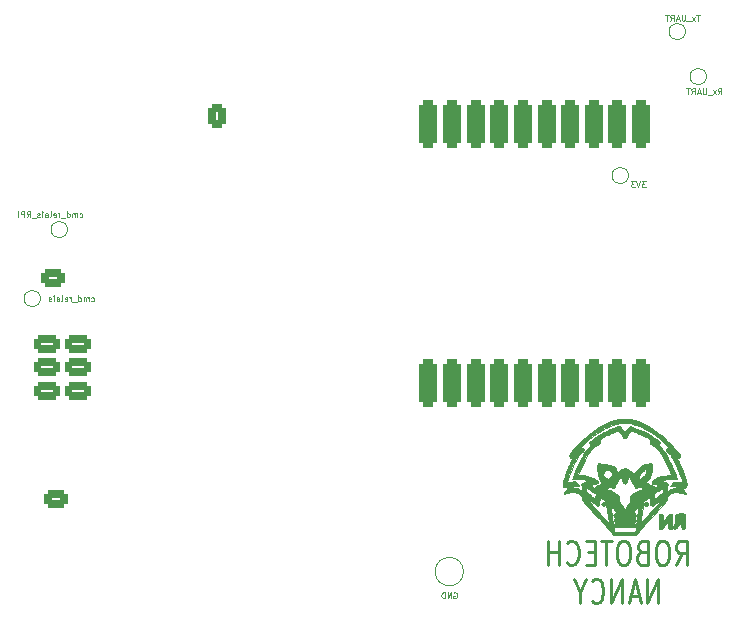
<source format=gbr>
%TF.GenerationSoftware,KiCad,Pcbnew,(6.0.0)*%
%TF.CreationDate,2022-05-13T15:13:29+02:00*%
%TF.ProjectId,RPi_Hat,5250695f-4861-4742-9e6b-696361645f70,rev?*%
%TF.SameCoordinates,Original*%
%TF.FileFunction,Legend,Bot*%
%TF.FilePolarity,Positive*%
%FSLAX46Y46*%
G04 Gerber Fmt 4.6, Leading zero omitted, Abs format (unit mm)*
G04 Created by KiCad (PCBNEW (6.0.0)) date 2022-05-13 15:13:29*
%MOMM*%
%LPD*%
G01*
G04 APERTURE LIST*
G04 Aperture macros list*
%AMRoundRect*
0 Rectangle with rounded corners*
0 $1 Rounding radius*
0 $2 $3 $4 $5 $6 $7 $8 $9 X,Y pos of 4 corners*
0 Add a 4 corners polygon primitive as box body*
4,1,4,$2,$3,$4,$5,$6,$7,$8,$9,$2,$3,0*
0 Add four circle primitives for the rounded corners*
1,1,$1+$1,$2,$3*
1,1,$1+$1,$4,$5*
1,1,$1+$1,$6,$7*
1,1,$1+$1,$8,$9*
0 Add four rect primitives between the rounded corners*
20,1,$1+$1,$2,$3,$4,$5,0*
20,1,$1+$1,$4,$5,$6,$7,0*
20,1,$1+$1,$6,$7,$8,$9,0*
20,1,$1+$1,$8,$9,$2,$3,0*%
G04 Aperture macros list end*
%ADD10C,0.125000*%
%ADD11C,0.250000*%
%ADD12C,0.150000*%
%ADD13C,0.010000*%
%ADD14C,0.120000*%
%ADD15C,6.200000*%
%ADD16R,1.727200X1.727200*%
%ADD17O,1.727200X1.727200*%
%ADD18RoundRect,0.312500X0.437500X0.687500X-0.437500X0.687500X-0.437500X-0.687500X0.437500X-0.687500X0*%
%ADD19O,1.500000X2.000000*%
%ADD20RoundRect,0.312500X0.687500X-0.437500X0.687500X0.437500X-0.687500X0.437500X-0.687500X-0.437500X0*%
%ADD21O,2.000000X1.500000*%
%ADD22C,1.600000*%
%ADD23O,1.600000X1.600000*%
%ADD24R,1.700000X1.700000*%
%ADD25C,2.000000*%
%ADD26RoundRect,0.312500X-0.787500X0.437500X-0.787500X-0.437500X0.787500X-0.437500X0.787500X0.437500X0*%
%ADD27RoundRect,0.312500X0.787500X-0.437500X0.787500X0.437500X-0.787500X0.437500X-0.787500X-0.437500X0*%
%ADD28RoundRect,0.400000X-0.400000X1.600000X-0.400000X-1.600000X0.400000X-1.600000X0.400000X1.600000X0*%
%ADD29C,1.000000*%
G04 APERTURE END LIST*
D10*
X122820761Y-46454190D02*
X122987428Y-46216095D01*
X123106476Y-46454190D02*
X123106476Y-45954190D01*
X122916000Y-45954190D01*
X122868380Y-45978000D01*
X122844571Y-46001809D01*
X122820761Y-46049428D01*
X122820761Y-46120857D01*
X122844571Y-46168476D01*
X122868380Y-46192285D01*
X122916000Y-46216095D01*
X123106476Y-46216095D01*
X122654095Y-46454190D02*
X122392190Y-46120857D01*
X122654095Y-46120857D02*
X122392190Y-46454190D01*
X122320761Y-46501809D02*
X121939809Y-46501809D01*
X121820761Y-45954190D02*
X121820761Y-46358952D01*
X121796952Y-46406571D01*
X121773142Y-46430380D01*
X121725523Y-46454190D01*
X121630285Y-46454190D01*
X121582666Y-46430380D01*
X121558857Y-46406571D01*
X121535047Y-46358952D01*
X121535047Y-45954190D01*
X121320761Y-46311333D02*
X121082666Y-46311333D01*
X121368380Y-46454190D02*
X121201714Y-45954190D01*
X121035047Y-46454190D01*
X120582666Y-46454190D02*
X120749333Y-46216095D01*
X120868380Y-46454190D02*
X120868380Y-45954190D01*
X120677904Y-45954190D01*
X120630285Y-45978000D01*
X120606476Y-46001809D01*
X120582666Y-46049428D01*
X120582666Y-46120857D01*
X120606476Y-46168476D01*
X120630285Y-46192285D01*
X120677904Y-46216095D01*
X120868380Y-46216095D01*
X120439809Y-45954190D02*
X120154095Y-45954190D01*
X120296952Y-46454190D02*
X120296952Y-45954190D01*
X121265546Y-39733126D02*
X120979832Y-39733126D01*
X121122689Y-40233126D02*
X121122689Y-39733126D01*
X120860785Y-40233126D02*
X120598880Y-39899793D01*
X120860785Y-39899793D02*
X120598880Y-40233126D01*
X120527451Y-40280745D02*
X120146499Y-40280745D01*
X120027451Y-39733126D02*
X120027451Y-40137888D01*
X120003642Y-40185507D01*
X119979832Y-40209316D01*
X119932213Y-40233126D01*
X119836975Y-40233126D01*
X119789356Y-40209316D01*
X119765546Y-40185507D01*
X119741737Y-40137888D01*
X119741737Y-39733126D01*
X119527451Y-40090269D02*
X119289356Y-40090269D01*
X119575070Y-40233126D02*
X119408404Y-39733126D01*
X119241737Y-40233126D01*
X118789356Y-40233126D02*
X118956023Y-39995031D01*
X119075070Y-40233126D02*
X119075070Y-39733126D01*
X118884594Y-39733126D01*
X118836975Y-39756936D01*
X118813166Y-39780745D01*
X118789356Y-39828364D01*
X118789356Y-39899793D01*
X118813166Y-39947412D01*
X118836975Y-39971221D01*
X118884594Y-39995031D01*
X119075070Y-39995031D01*
X118646499Y-39733126D02*
X118360785Y-39733126D01*
X118503642Y-40233126D02*
X118503642Y-39733126D01*
X69750571Y-63956380D02*
X69798190Y-63980190D01*
X69893428Y-63980190D01*
X69941047Y-63956380D01*
X69964857Y-63932571D01*
X69988666Y-63884952D01*
X69988666Y-63742095D01*
X69964857Y-63694476D01*
X69941047Y-63670666D01*
X69893428Y-63646857D01*
X69798190Y-63646857D01*
X69750571Y-63670666D01*
X69536285Y-63980190D02*
X69536285Y-63646857D01*
X69536285Y-63694476D02*
X69512476Y-63670666D01*
X69464857Y-63646857D01*
X69393428Y-63646857D01*
X69345809Y-63670666D01*
X69322000Y-63718285D01*
X69322000Y-63980190D01*
X69322000Y-63718285D02*
X69298190Y-63670666D01*
X69250571Y-63646857D01*
X69179142Y-63646857D01*
X69131523Y-63670666D01*
X69107714Y-63718285D01*
X69107714Y-63980190D01*
X68655333Y-63980190D02*
X68655333Y-63480190D01*
X68655333Y-63956380D02*
X68702952Y-63980190D01*
X68798190Y-63980190D01*
X68845809Y-63956380D01*
X68869619Y-63932571D01*
X68893428Y-63884952D01*
X68893428Y-63742095D01*
X68869619Y-63694476D01*
X68845809Y-63670666D01*
X68798190Y-63646857D01*
X68702952Y-63646857D01*
X68655333Y-63670666D01*
X68536285Y-64027809D02*
X68155333Y-64027809D01*
X68036285Y-63980190D02*
X68036285Y-63646857D01*
X68036285Y-63742095D02*
X68012476Y-63694476D01*
X67988666Y-63670666D01*
X67941047Y-63646857D01*
X67893428Y-63646857D01*
X67536285Y-63956380D02*
X67583904Y-63980190D01*
X67679142Y-63980190D01*
X67726761Y-63956380D01*
X67750571Y-63908761D01*
X67750571Y-63718285D01*
X67726761Y-63670666D01*
X67679142Y-63646857D01*
X67583904Y-63646857D01*
X67536285Y-63670666D01*
X67512476Y-63718285D01*
X67512476Y-63765904D01*
X67750571Y-63813523D01*
X67226761Y-63980190D02*
X67274380Y-63956380D01*
X67298190Y-63908761D01*
X67298190Y-63480190D01*
X66822000Y-63980190D02*
X66822000Y-63718285D01*
X66845809Y-63670666D01*
X66893428Y-63646857D01*
X66988666Y-63646857D01*
X67036285Y-63670666D01*
X66822000Y-63956380D02*
X66869619Y-63980190D01*
X66988666Y-63980190D01*
X67036285Y-63956380D01*
X67060095Y-63908761D01*
X67060095Y-63861142D01*
X67036285Y-63813523D01*
X66988666Y-63789714D01*
X66869619Y-63789714D01*
X66822000Y-63765904D01*
X66583904Y-63980190D02*
X66583904Y-63646857D01*
X66583904Y-63480190D02*
X66607714Y-63504000D01*
X66583904Y-63527809D01*
X66560095Y-63504000D01*
X66583904Y-63480190D01*
X66583904Y-63527809D01*
X66369619Y-63956380D02*
X66322000Y-63980190D01*
X66226761Y-63980190D01*
X66179142Y-63956380D01*
X66155333Y-63908761D01*
X66155333Y-63884952D01*
X66179142Y-63837333D01*
X66226761Y-63813523D01*
X66298190Y-63813523D01*
X66345809Y-63789714D01*
X66369619Y-63742095D01*
X66369619Y-63718285D01*
X66345809Y-63670666D01*
X66298190Y-63646857D01*
X66226761Y-63646857D01*
X66179142Y-63670666D01*
X116697047Y-53828190D02*
X116387523Y-53828190D01*
X116554190Y-54018666D01*
X116482761Y-54018666D01*
X116435142Y-54042476D01*
X116411333Y-54066285D01*
X116387523Y-54113904D01*
X116387523Y-54232952D01*
X116411333Y-54280571D01*
X116435142Y-54304380D01*
X116482761Y-54328190D01*
X116625619Y-54328190D01*
X116673238Y-54304380D01*
X116697047Y-54280571D01*
X116244666Y-53828190D02*
X116078000Y-54328190D01*
X115911333Y-53828190D01*
X115792285Y-53828190D02*
X115482761Y-53828190D01*
X115649428Y-54018666D01*
X115578000Y-54018666D01*
X115530380Y-54042476D01*
X115506571Y-54066285D01*
X115482761Y-54113904D01*
X115482761Y-54232952D01*
X115506571Y-54280571D01*
X115530380Y-54304380D01*
X115578000Y-54328190D01*
X115720857Y-54328190D01*
X115768476Y-54304380D01*
X115792285Y-54280571D01*
X68782095Y-56844380D02*
X68829714Y-56868190D01*
X68924952Y-56868190D01*
X68972571Y-56844380D01*
X68996380Y-56820571D01*
X69020190Y-56772952D01*
X69020190Y-56630095D01*
X68996380Y-56582476D01*
X68972571Y-56558666D01*
X68924952Y-56534857D01*
X68829714Y-56534857D01*
X68782095Y-56558666D01*
X68567809Y-56868190D02*
X68567809Y-56534857D01*
X68567809Y-56582476D02*
X68544000Y-56558666D01*
X68496380Y-56534857D01*
X68424952Y-56534857D01*
X68377333Y-56558666D01*
X68353523Y-56606285D01*
X68353523Y-56868190D01*
X68353523Y-56606285D02*
X68329714Y-56558666D01*
X68282095Y-56534857D01*
X68210666Y-56534857D01*
X68163047Y-56558666D01*
X68139238Y-56606285D01*
X68139238Y-56868190D01*
X67686857Y-56868190D02*
X67686857Y-56368190D01*
X67686857Y-56844380D02*
X67734476Y-56868190D01*
X67829714Y-56868190D01*
X67877333Y-56844380D01*
X67901142Y-56820571D01*
X67924952Y-56772952D01*
X67924952Y-56630095D01*
X67901142Y-56582476D01*
X67877333Y-56558666D01*
X67829714Y-56534857D01*
X67734476Y-56534857D01*
X67686857Y-56558666D01*
X67567809Y-56915809D02*
X67186857Y-56915809D01*
X67067809Y-56868190D02*
X67067809Y-56534857D01*
X67067809Y-56630095D02*
X67044000Y-56582476D01*
X67020190Y-56558666D01*
X66972571Y-56534857D01*
X66924952Y-56534857D01*
X66567809Y-56844380D02*
X66615428Y-56868190D01*
X66710666Y-56868190D01*
X66758285Y-56844380D01*
X66782095Y-56796761D01*
X66782095Y-56606285D01*
X66758285Y-56558666D01*
X66710666Y-56534857D01*
X66615428Y-56534857D01*
X66567809Y-56558666D01*
X66544000Y-56606285D01*
X66544000Y-56653904D01*
X66782095Y-56701523D01*
X66258285Y-56868190D02*
X66305904Y-56844380D01*
X66329714Y-56796761D01*
X66329714Y-56368190D01*
X65853523Y-56868190D02*
X65853523Y-56606285D01*
X65877333Y-56558666D01*
X65924952Y-56534857D01*
X66020190Y-56534857D01*
X66067809Y-56558666D01*
X65853523Y-56844380D02*
X65901142Y-56868190D01*
X66020190Y-56868190D01*
X66067809Y-56844380D01*
X66091619Y-56796761D01*
X66091619Y-56749142D01*
X66067809Y-56701523D01*
X66020190Y-56677714D01*
X65901142Y-56677714D01*
X65853523Y-56653904D01*
X65615428Y-56868190D02*
X65615428Y-56534857D01*
X65615428Y-56368190D02*
X65639238Y-56392000D01*
X65615428Y-56415809D01*
X65591619Y-56392000D01*
X65615428Y-56368190D01*
X65615428Y-56415809D01*
X65401142Y-56844380D02*
X65353523Y-56868190D01*
X65258285Y-56868190D01*
X65210666Y-56844380D01*
X65186857Y-56796761D01*
X65186857Y-56772952D01*
X65210666Y-56725333D01*
X65258285Y-56701523D01*
X65329714Y-56701523D01*
X65377333Y-56677714D01*
X65401142Y-56630095D01*
X65401142Y-56606285D01*
X65377333Y-56558666D01*
X65329714Y-56534857D01*
X65258285Y-56534857D01*
X65210666Y-56558666D01*
X65091619Y-56915809D02*
X64710666Y-56915809D01*
X64305904Y-56868190D02*
X64472571Y-56630095D01*
X64591619Y-56868190D02*
X64591619Y-56368190D01*
X64401142Y-56368190D01*
X64353523Y-56392000D01*
X64329714Y-56415809D01*
X64305904Y-56463428D01*
X64305904Y-56534857D01*
X64329714Y-56582476D01*
X64353523Y-56606285D01*
X64401142Y-56630095D01*
X64591619Y-56630095D01*
X64091619Y-56868190D02*
X64091619Y-56368190D01*
X63901142Y-56368190D01*
X63853523Y-56392000D01*
X63829714Y-56415809D01*
X63805904Y-56463428D01*
X63805904Y-56534857D01*
X63829714Y-56582476D01*
X63853523Y-56606285D01*
X63901142Y-56630095D01*
X64091619Y-56630095D01*
X63591619Y-56868190D02*
X63591619Y-56368190D01*
X100456952Y-88650000D02*
X100504571Y-88626190D01*
X100576000Y-88626190D01*
X100647428Y-88650000D01*
X100695047Y-88697619D01*
X100718857Y-88745238D01*
X100742666Y-88840476D01*
X100742666Y-88911904D01*
X100718857Y-89007142D01*
X100695047Y-89054761D01*
X100647428Y-89102380D01*
X100576000Y-89126190D01*
X100528380Y-89126190D01*
X100456952Y-89102380D01*
X100433142Y-89078571D01*
X100433142Y-88911904D01*
X100528380Y-88911904D01*
X100218857Y-89126190D02*
X100218857Y-88626190D01*
X99933142Y-89126190D01*
X99933142Y-88626190D01*
X99695047Y-89126190D02*
X99695047Y-88626190D01*
X99576000Y-88626190D01*
X99504571Y-88650000D01*
X99456952Y-88697619D01*
X99433142Y-88745238D01*
X99409333Y-88840476D01*
X99409333Y-88911904D01*
X99433142Y-89007142D01*
X99456952Y-89054761D01*
X99504571Y-89102380D01*
X99576000Y-89126190D01*
X99695047Y-89126190D01*
D11*
X119252380Y-86289761D02*
X119785714Y-85337380D01*
X120166666Y-86289761D02*
X120166666Y-84289761D01*
X119557142Y-84289761D01*
X119404761Y-84385000D01*
X119328571Y-84480238D01*
X119252380Y-84670714D01*
X119252380Y-84956428D01*
X119328571Y-85146904D01*
X119404761Y-85242142D01*
X119557142Y-85337380D01*
X120166666Y-85337380D01*
X118261904Y-84289761D02*
X117957142Y-84289761D01*
X117804761Y-84385000D01*
X117652380Y-84575476D01*
X117576190Y-84956428D01*
X117576190Y-85623095D01*
X117652380Y-86004047D01*
X117804761Y-86194523D01*
X117957142Y-86289761D01*
X118261904Y-86289761D01*
X118414285Y-86194523D01*
X118566666Y-86004047D01*
X118642857Y-85623095D01*
X118642857Y-84956428D01*
X118566666Y-84575476D01*
X118414285Y-84385000D01*
X118261904Y-84289761D01*
X116357142Y-85242142D02*
X116128571Y-85337380D01*
X116052380Y-85432619D01*
X115976190Y-85623095D01*
X115976190Y-85908809D01*
X116052380Y-86099285D01*
X116128571Y-86194523D01*
X116280952Y-86289761D01*
X116890476Y-86289761D01*
X116890476Y-84289761D01*
X116357142Y-84289761D01*
X116204761Y-84385000D01*
X116128571Y-84480238D01*
X116052380Y-84670714D01*
X116052380Y-84861190D01*
X116128571Y-85051666D01*
X116204761Y-85146904D01*
X116357142Y-85242142D01*
X116890476Y-85242142D01*
X114985714Y-84289761D02*
X114680952Y-84289761D01*
X114528571Y-84385000D01*
X114376190Y-84575476D01*
X114300000Y-84956428D01*
X114300000Y-85623095D01*
X114376190Y-86004047D01*
X114528571Y-86194523D01*
X114680952Y-86289761D01*
X114985714Y-86289761D01*
X115138095Y-86194523D01*
X115290476Y-86004047D01*
X115366666Y-85623095D01*
X115366666Y-84956428D01*
X115290476Y-84575476D01*
X115138095Y-84385000D01*
X114985714Y-84289761D01*
X113842857Y-84289761D02*
X112928571Y-84289761D01*
X113385714Y-86289761D02*
X113385714Y-84289761D01*
X112395238Y-85242142D02*
X111861904Y-85242142D01*
X111633333Y-86289761D02*
X112395238Y-86289761D01*
X112395238Y-84289761D01*
X111633333Y-84289761D01*
X110033333Y-86099285D02*
X110109523Y-86194523D01*
X110338095Y-86289761D01*
X110490476Y-86289761D01*
X110719047Y-86194523D01*
X110871428Y-86004047D01*
X110947619Y-85813571D01*
X111023809Y-85432619D01*
X111023809Y-85146904D01*
X110947619Y-84765952D01*
X110871428Y-84575476D01*
X110719047Y-84385000D01*
X110490476Y-84289761D01*
X110338095Y-84289761D01*
X110109523Y-84385000D01*
X110033333Y-84480238D01*
X109347619Y-86289761D02*
X109347619Y-84289761D01*
X109347619Y-85242142D02*
X108433333Y-85242142D01*
X108433333Y-86289761D02*
X108433333Y-84289761D01*
X117766666Y-89509761D02*
X117766666Y-87509761D01*
X116852380Y-89509761D01*
X116852380Y-87509761D01*
X116166666Y-88938333D02*
X115404761Y-88938333D01*
X116319047Y-89509761D02*
X115785714Y-87509761D01*
X115252380Y-89509761D01*
X114719047Y-89509761D02*
X114719047Y-87509761D01*
X113804761Y-89509761D01*
X113804761Y-87509761D01*
X112128571Y-89319285D02*
X112204761Y-89414523D01*
X112433333Y-89509761D01*
X112585714Y-89509761D01*
X112814285Y-89414523D01*
X112966666Y-89224047D01*
X113042857Y-89033571D01*
X113119047Y-88652619D01*
X113119047Y-88366904D01*
X113042857Y-87985952D01*
X112966666Y-87795476D01*
X112814285Y-87605000D01*
X112585714Y-87509761D01*
X112433333Y-87509761D01*
X112204761Y-87605000D01*
X112128571Y-87700238D01*
X111138095Y-88557380D02*
X111138095Y-89509761D01*
X111671428Y-87509761D02*
X111138095Y-88557380D01*
X110604761Y-87509761D01*
D12*
%TO.C,*%
D13*
%TO.C,G\u002A\u002A\u002A*%
X114717906Y-73960614D02*
X114566699Y-73968663D01*
X114566699Y-73968663D02*
X114436021Y-73981241D01*
X114436021Y-73981241D02*
X114386739Y-73988310D01*
X114386739Y-73988310D02*
X114066914Y-74055781D01*
X114066914Y-74055781D02*
X113743357Y-74154547D01*
X113743357Y-74154547D02*
X113415575Y-74284869D01*
X113415575Y-74284869D02*
X113083075Y-74447007D01*
X113083075Y-74447007D02*
X112745367Y-74641221D01*
X112745367Y-74641221D02*
X112401956Y-74867774D01*
X112401956Y-74867774D02*
X112052351Y-75126924D01*
X112052351Y-75126924D02*
X111717667Y-75400452D01*
X111717667Y-75400452D02*
X111535448Y-75561420D01*
X111535448Y-75561420D02*
X111342608Y-75741807D01*
X111342608Y-75741807D02*
X111145251Y-75935335D01*
X111145251Y-75935335D02*
X110949481Y-76135724D01*
X110949481Y-76135724D02*
X110761400Y-76336695D01*
X110761400Y-76336695D02*
X110587112Y-76531968D01*
X110587112Y-76531968D02*
X110432718Y-76715264D01*
X110432718Y-76715264D02*
X110398806Y-76757399D01*
X110398806Y-76757399D02*
X110321863Y-76856018D01*
X110321863Y-76856018D02*
X110266170Y-76933792D01*
X110266170Y-76933792D02*
X110230352Y-76995073D01*
X110230352Y-76995073D02*
X110213033Y-77044216D01*
X110213033Y-77044216D02*
X110212836Y-77085573D01*
X110212836Y-77085573D02*
X110228386Y-77123499D01*
X110228386Y-77123499D02*
X110258307Y-77162347D01*
X110258307Y-77162347D02*
X110267633Y-77172460D01*
X110267633Y-77172460D02*
X110329830Y-77219319D01*
X110329830Y-77219319D02*
X110395391Y-77234034D01*
X110395391Y-77234034D02*
X110460373Y-77216125D01*
X110460373Y-77216125D02*
X110486154Y-77199066D01*
X110486154Y-77199066D02*
X110518726Y-77175657D01*
X110518726Y-77175657D02*
X110538790Y-77165234D01*
X110538790Y-77165234D02*
X110539286Y-77165199D01*
X110539286Y-77165199D02*
X110535322Y-77179332D01*
X110535322Y-77179332D02*
X110517896Y-77218404D01*
X110517896Y-77218404D02*
X110489394Y-77277426D01*
X110489394Y-77277426D02*
X110452204Y-77351410D01*
X110452204Y-77351410D02*
X110423805Y-77406499D01*
X110423805Y-77406499D02*
X110373619Y-77505641D01*
X110373619Y-77505641D02*
X110317947Y-77620170D01*
X110317947Y-77620170D02*
X110259576Y-77743913D01*
X110259576Y-77743913D02*
X110201294Y-77870696D01*
X110201294Y-77870696D02*
X110145890Y-77994347D01*
X110145890Y-77994347D02*
X110096151Y-78108692D01*
X110096151Y-78108692D02*
X110054865Y-78207559D01*
X110054865Y-78207559D02*
X110024819Y-78284774D01*
X110024819Y-78284774D02*
X110016578Y-78308200D01*
X110016578Y-78308200D02*
X110000445Y-78355193D01*
X110000445Y-78355193D02*
X109975811Y-78425551D01*
X109975811Y-78425551D02*
X109945669Y-78510780D01*
X109945669Y-78510780D02*
X109913013Y-78602388D01*
X109913013Y-78602388D02*
X109903143Y-78629933D01*
X109903143Y-78629933D02*
X109836063Y-78823757D01*
X109836063Y-78823757D02*
X109783668Y-78991181D01*
X109783668Y-78991181D02*
X109745058Y-79135874D01*
X109745058Y-79135874D02*
X109719331Y-79261501D01*
X109719331Y-79261501D02*
X109705587Y-79371732D01*
X109705587Y-79371732D02*
X109702600Y-79446460D01*
X109702600Y-79446460D02*
X109706010Y-79548926D01*
X109706010Y-79548926D02*
X109718304Y-79623720D01*
X109718304Y-79623720D02*
X109742583Y-79676537D01*
X109742583Y-79676537D02*
X109781949Y-79713074D01*
X109781949Y-79713074D02*
X109839502Y-79739027D01*
X109839502Y-79739027D02*
X109866268Y-79747155D01*
X109866268Y-79747155D02*
X109904150Y-79746757D01*
X109904150Y-79746757D02*
X109964369Y-79733629D01*
X109964369Y-79733629D02*
X110038857Y-79709951D01*
X110038857Y-79709951D02*
X110114461Y-79680114D01*
X110114461Y-79680114D02*
X110114950Y-79689170D01*
X110114950Y-79689170D02*
X110098473Y-79722164D01*
X110098473Y-79722164D02*
X110067343Y-79775192D01*
X110067343Y-79775192D02*
X110023877Y-79844350D01*
X110023877Y-79844350D02*
X109970388Y-79925734D01*
X109970388Y-79925734D02*
X109957179Y-79945375D01*
X109957179Y-79945375D02*
X109884805Y-80054371D01*
X109884805Y-80054371D02*
X109832011Y-80138730D01*
X109832011Y-80138730D02*
X109797921Y-80200809D01*
X109797921Y-80200809D02*
X109781665Y-80242964D01*
X109781665Y-80242964D02*
X109782369Y-80267553D01*
X109782369Y-80267553D02*
X109799160Y-80276933D01*
X109799160Y-80276933D02*
X109831165Y-80273460D01*
X109831165Y-80273460D02*
X109836129Y-80272256D01*
X109836129Y-80272256D02*
X109883688Y-80260827D01*
X109883688Y-80260827D02*
X109955050Y-80244394D01*
X109955050Y-80244394D02*
X110040900Y-80225038D01*
X110040900Y-80225038D02*
X110131924Y-80204843D01*
X110131924Y-80204843D02*
X110218806Y-80185890D01*
X110218806Y-80185890D02*
X110292233Y-80170261D01*
X110292233Y-80170261D02*
X110295267Y-80169628D01*
X110295267Y-80169628D02*
X110441603Y-80150026D01*
X110441603Y-80150026D02*
X110593833Y-80149003D01*
X110593833Y-80149003D02*
X110743150Y-80165500D01*
X110743150Y-80165500D02*
X110880749Y-80198458D01*
X110880749Y-80198458D02*
X110997824Y-80246821D01*
X110997824Y-80246821D02*
X111014267Y-80256037D01*
X111014267Y-80256037D02*
X111070481Y-80296270D01*
X111070481Y-80296270D02*
X111134322Y-80353113D01*
X111134322Y-80353113D02*
X111198012Y-80418349D01*
X111198012Y-80418349D02*
X111253769Y-80483760D01*
X111253769Y-80483760D02*
X111293814Y-80541127D01*
X111293814Y-80541127D02*
X111305110Y-80563249D01*
X111305110Y-80563249D02*
X111319462Y-80615296D01*
X111319462Y-80615296D02*
X111327546Y-80678948D01*
X111327546Y-80678948D02*
X111328200Y-80699681D01*
X111328200Y-80699681D02*
X111328200Y-80780850D01*
X111328200Y-80780850D02*
X112615134Y-82217018D01*
X112615134Y-82217018D02*
X112810758Y-82435617D01*
X112810758Y-82435617D02*
X112993346Y-82640231D01*
X112993346Y-82640231D02*
X113161978Y-82829810D01*
X113161978Y-82829810D02*
X113315734Y-83003305D01*
X113315734Y-83003305D02*
X113453697Y-83159667D01*
X113453697Y-83159667D02*
X113574947Y-83297846D01*
X113574947Y-83297846D02*
X113678564Y-83416793D01*
X113678564Y-83416793D02*
X113763630Y-83515459D01*
X113763630Y-83515459D02*
X113829226Y-83592795D01*
X113829226Y-83592795D02*
X113874433Y-83647750D01*
X113874433Y-83647750D02*
X113898331Y-83679276D01*
X113898331Y-83679276D02*
X113902067Y-83686388D01*
X113902067Y-83686388D02*
X113911151Y-83724913D01*
X113911151Y-83724913D02*
X113929415Y-83761329D01*
X113929415Y-83761329D02*
X113956762Y-83803066D01*
X113956762Y-83803066D02*
X115896305Y-83803066D01*
X115896305Y-83803066D02*
X115923653Y-83761329D01*
X115923653Y-83761329D02*
X115943964Y-83719300D01*
X115943964Y-83719300D02*
X115951000Y-83686388D01*
X115951000Y-83686388D02*
X115962225Y-83668815D01*
X115962225Y-83668815D02*
X115995287Y-83627208D01*
X115995287Y-83627208D02*
X116049267Y-83562618D01*
X116049267Y-83562618D02*
X116123245Y-83476094D01*
X116123245Y-83476094D02*
X116216304Y-83368685D01*
X116216304Y-83368685D02*
X116327523Y-83241441D01*
X116327523Y-83241441D02*
X116455984Y-83095410D01*
X116455984Y-83095410D02*
X116600768Y-82931642D01*
X116600768Y-82931642D02*
X116760955Y-82751187D01*
X116760955Y-82751187D02*
X116935627Y-82555093D01*
X116935627Y-82555093D02*
X117123865Y-82344411D01*
X117123865Y-82344411D02*
X117237934Y-82217018D01*
X117237934Y-82217018D02*
X118524867Y-80780850D01*
X118524867Y-80780850D02*
X118524867Y-80699681D01*
X118524867Y-80699681D02*
X118530645Y-80627100D01*
X118530645Y-80627100D02*
X118535898Y-80610186D01*
X118535898Y-80610186D02*
X118186201Y-80610186D01*
X118186201Y-80610186D02*
X118180071Y-80624947D01*
X118180071Y-80624947D02*
X118161019Y-80653167D01*
X118161019Y-80653167D02*
X118128051Y-80695999D01*
X118128051Y-80695999D02*
X118080172Y-80754598D01*
X118080172Y-80754598D02*
X118016389Y-80830115D01*
X118016389Y-80830115D02*
X117935707Y-80923705D01*
X117935707Y-80923705D02*
X117837133Y-81036520D01*
X117837133Y-81036520D02*
X117719672Y-81169713D01*
X117719672Y-81169713D02*
X117582330Y-81324439D01*
X117582330Y-81324439D02*
X117424113Y-81501849D01*
X117424113Y-81501849D02*
X117244648Y-81702404D01*
X117244648Y-81702404D02*
X117100664Y-81862895D01*
X117100664Y-81862895D02*
X116963033Y-82015918D01*
X116963033Y-82015918D02*
X116833444Y-82159619D01*
X116833444Y-82159619D02*
X116713585Y-82292143D01*
X116713585Y-82292143D02*
X116605144Y-82411637D01*
X116605144Y-82411637D02*
X116509809Y-82516247D01*
X116509809Y-82516247D02*
X116429268Y-82604118D01*
X116429268Y-82604118D02*
X116365209Y-82673396D01*
X116365209Y-82673396D02*
X116319321Y-82722227D01*
X116319321Y-82722227D02*
X116293292Y-82748757D01*
X116293292Y-82748757D02*
X116287914Y-82753200D01*
X116287914Y-82753200D02*
X116275132Y-82739213D01*
X116275132Y-82739213D02*
X116272933Y-82723566D01*
X116272933Y-82723566D02*
X116275030Y-82701421D01*
X116275030Y-82701421D02*
X116280975Y-82648960D01*
X116280975Y-82648960D02*
X116290370Y-82569463D01*
X116290370Y-82569463D02*
X116302816Y-82466214D01*
X116302816Y-82466214D02*
X116317914Y-82342495D01*
X116317914Y-82342495D02*
X116335264Y-82201589D01*
X116335264Y-82201589D02*
X116354467Y-82046776D01*
X116354467Y-82046776D02*
X116375126Y-81881340D01*
X116375126Y-81881340D02*
X116381511Y-81830419D01*
X116381511Y-81830419D02*
X116439437Y-81368884D01*
X116439437Y-81368884D02*
X116096120Y-81368884D01*
X116096120Y-81368884D02*
X116094081Y-81390066D01*
X116094081Y-81390066D02*
X116090555Y-81415695D01*
X116090555Y-81415695D02*
X116083255Y-81471841D01*
X116083255Y-81471841D02*
X116072571Y-81555410D01*
X116072571Y-81555410D02*
X116058894Y-81663309D01*
X116058894Y-81663309D02*
X116042613Y-81792446D01*
X116042613Y-81792446D02*
X116024118Y-81939727D01*
X116024118Y-81939727D02*
X116003799Y-82102059D01*
X116003799Y-82102059D02*
X115982046Y-82276350D01*
X115982046Y-82276350D02*
X115959836Y-82454789D01*
X115959836Y-82454789D02*
X115937186Y-82636200D01*
X115937186Y-82636200D02*
X115915614Y-82807439D01*
X115915614Y-82807439D02*
X115895501Y-82965584D01*
X115895501Y-82965584D02*
X115877228Y-83107709D01*
X115877228Y-83107709D02*
X115861175Y-83230891D01*
X115861175Y-83230891D02*
X115847724Y-83332206D01*
X115847724Y-83332206D02*
X115837256Y-83408730D01*
X115837256Y-83408730D02*
X115830153Y-83457541D01*
X115830153Y-83457541D02*
X115826794Y-83475713D01*
X115826794Y-83475713D02*
X115826771Y-83475740D01*
X115826771Y-83475740D02*
X115808668Y-83478679D01*
X115808668Y-83478679D02*
X115762224Y-83483052D01*
X115762224Y-83483052D02*
X115692917Y-83488511D01*
X115692917Y-83488511D02*
X115606224Y-83494711D01*
X115606224Y-83494711D02*
X115507624Y-83501303D01*
X115507624Y-83501303D02*
X115402596Y-83507940D01*
X115402596Y-83507940D02*
X115296617Y-83514276D01*
X115296617Y-83514276D02*
X115195166Y-83519963D01*
X115195166Y-83519963D02*
X115103720Y-83524654D01*
X115103720Y-83524654D02*
X115027759Y-83528001D01*
X115027759Y-83528001D02*
X114977334Y-83529575D01*
X114977334Y-83529575D02*
X114931767Y-83529133D01*
X114931767Y-83529133D02*
X114858506Y-83526804D01*
X114858506Y-83526804D02*
X114763651Y-83522854D01*
X114763651Y-83522854D02*
X114653307Y-83517553D01*
X114653307Y-83517553D02*
X114533574Y-83511167D01*
X114533574Y-83511167D02*
X114453926Y-83506582D01*
X114453926Y-83506582D02*
X114338082Y-83499478D01*
X114338082Y-83499478D02*
X114233884Y-83492645D01*
X114233884Y-83492645D02*
X114145957Y-83486421D01*
X114145957Y-83486421D02*
X114078925Y-83481145D01*
X114078925Y-83481145D02*
X114037412Y-83477159D01*
X114037412Y-83477159D02*
X114025693Y-83475137D01*
X114025693Y-83475137D02*
X114022513Y-83457642D01*
X114022513Y-83457642D02*
X114015574Y-83409455D01*
X114015574Y-83409455D02*
X114005258Y-83333498D01*
X114005258Y-83333498D02*
X113991942Y-83232692D01*
X113991942Y-83232692D02*
X113976007Y-83109958D01*
X113976007Y-83109958D02*
X113957831Y-82968219D01*
X113957831Y-82968219D02*
X113937794Y-82810395D01*
X113937794Y-82810395D02*
X113927504Y-82728627D01*
X113927504Y-82728627D02*
X113576972Y-82728627D01*
X113576972Y-82728627D02*
X113576045Y-82743296D01*
X113576045Y-82743296D02*
X113573565Y-82750536D01*
X113573565Y-82750536D02*
X113569795Y-82752965D01*
X113569795Y-82752965D02*
X113565145Y-82753200D01*
X113565145Y-82753200D02*
X113551512Y-82740913D01*
X113551512Y-82740913D02*
X113517262Y-82705457D01*
X113517262Y-82705457D02*
X113464319Y-82648935D01*
X113464319Y-82648935D02*
X113394608Y-82573452D01*
X113394608Y-82573452D02*
X113310055Y-82481114D01*
X113310055Y-82481114D02*
X113212585Y-82374024D01*
X113212585Y-82374024D02*
X113104122Y-82254286D01*
X113104122Y-82254286D02*
X112986591Y-82124007D01*
X112986591Y-82124007D02*
X112861917Y-81985290D01*
X112861917Y-81985290D02*
X112818180Y-81936507D01*
X112818180Y-81936507D02*
X112691226Y-81794537D01*
X112691226Y-81794537D02*
X112570839Y-81659356D01*
X112570839Y-81659356D02*
X112458952Y-81533174D01*
X112458952Y-81533174D02*
X112357504Y-81418201D01*
X112357504Y-81418201D02*
X112268428Y-81316646D01*
X112268428Y-81316646D02*
X112193660Y-81230717D01*
X112193660Y-81230717D02*
X112135137Y-81162624D01*
X112135137Y-81162624D02*
X112094793Y-81114577D01*
X112094793Y-81114577D02*
X112074565Y-81088784D01*
X112074565Y-81088784D02*
X112072663Y-81085607D01*
X112072663Y-81085607D02*
X112057041Y-81061870D01*
X112057041Y-81061870D02*
X112022677Y-81018219D01*
X112022677Y-81018219D02*
X111973740Y-80959678D01*
X111973740Y-80959678D02*
X111914401Y-80891275D01*
X111914401Y-80891275D02*
X111871362Y-80842944D01*
X111871362Y-80842944D02*
X111796296Y-80757496D01*
X111796296Y-80757496D02*
X111739803Y-80689008D01*
X111739803Y-80689008D02*
X111702569Y-80638772D01*
X111702569Y-80638772D02*
X111685283Y-80608086D01*
X111685283Y-80608086D02*
X111688630Y-80598245D01*
X111688630Y-80598245D02*
X111713299Y-80610545D01*
X111713299Y-80610545D02*
X111759976Y-80646281D01*
X111759976Y-80646281D02*
X111772700Y-80656936D01*
X111772700Y-80656936D02*
X111928547Y-80788214D01*
X111928547Y-80788214D02*
X112071558Y-80907165D01*
X112071558Y-80907165D02*
X112199903Y-81012334D01*
X112199903Y-81012334D02*
X112311753Y-81102264D01*
X112311753Y-81102264D02*
X112405277Y-81175500D01*
X112405277Y-81175500D02*
X112478645Y-81230586D01*
X112478645Y-81230586D02*
X112530029Y-81266065D01*
X112530029Y-81266065D02*
X112555755Y-81279962D01*
X112555755Y-81279962D02*
X112606025Y-81289764D01*
X112606025Y-81289764D02*
X112655163Y-81280139D01*
X112655163Y-81280139D02*
X112673558Y-81272976D01*
X112673558Y-81272976D02*
X112707405Y-81255452D01*
X112707405Y-81255452D02*
X112733729Y-81231714D01*
X112733729Y-81231714D02*
X112753733Y-81197371D01*
X112753733Y-81197371D02*
X112768617Y-81148033D01*
X112768617Y-81148033D02*
X112779587Y-81079309D01*
X112779587Y-81079309D02*
X112787843Y-80986807D01*
X112787843Y-80986807D02*
X112794588Y-80866137D01*
X112794588Y-80866137D02*
X112796482Y-80824129D01*
X112796482Y-80824129D02*
X112809867Y-80516293D01*
X112809867Y-80516293D02*
X113030001Y-80692944D01*
X113030001Y-80692944D02*
X113108412Y-80756065D01*
X113108412Y-80756065D02*
X113181834Y-80815532D01*
X113181834Y-80815532D02*
X113244305Y-80866489D01*
X113244305Y-80866489D02*
X113289867Y-80904084D01*
X113289867Y-80904084D02*
X113306656Y-80918249D01*
X113306656Y-80918249D02*
X113363178Y-80966905D01*
X113363178Y-80966905D02*
X113471557Y-81830419D01*
X113471557Y-81830419D02*
X113496567Y-82029736D01*
X113496567Y-82029736D02*
X113517633Y-82198066D01*
X113517633Y-82198066D02*
X113535021Y-82338027D01*
X113535021Y-82338027D02*
X113548996Y-82452237D01*
X113548996Y-82452237D02*
X113559824Y-82543313D01*
X113559824Y-82543313D02*
X113567770Y-82613872D01*
X113567770Y-82613872D02*
X113573100Y-82666532D01*
X113573100Y-82666532D02*
X113576079Y-82703911D01*
X113576079Y-82703911D02*
X113576972Y-82728627D01*
X113576972Y-82728627D02*
X113927504Y-82728627D01*
X113927504Y-82728627D02*
X113916275Y-82639409D01*
X113916275Y-82639409D02*
X113893653Y-82458180D01*
X113893653Y-82458180D02*
X113893232Y-82454789D01*
X113893232Y-82454789D02*
X113870457Y-82271820D01*
X113870457Y-82271820D02*
X113848735Y-82097794D01*
X113848735Y-82097794D02*
X113828458Y-81935804D01*
X113828458Y-81935804D02*
X113810014Y-81788944D01*
X113810014Y-81788944D02*
X113793794Y-81660306D01*
X113793794Y-81660306D02*
X113780187Y-81552983D01*
X113780187Y-81552983D02*
X113769585Y-81470070D01*
X113769585Y-81470070D02*
X113762375Y-81414658D01*
X113762375Y-81414658D02*
X113758987Y-81390066D01*
X113758987Y-81390066D02*
X113756967Y-81368618D01*
X113756967Y-81368618D02*
X113762548Y-81362283D01*
X113762548Y-81362283D02*
X113779533Y-81373566D01*
X113779533Y-81373566D02*
X113811727Y-81404975D01*
X113811727Y-81404975D02*
X113861794Y-81457799D01*
X113861794Y-81457799D02*
X113918797Y-81520672D01*
X113918797Y-81520672D02*
X113987272Y-81599226D01*
X113987272Y-81599226D02*
X114057781Y-81682502D01*
X114057781Y-81682502D02*
X114109703Y-81745643D01*
X114109703Y-81745643D02*
X114246596Y-81914954D01*
X114246596Y-81914954D02*
X114166403Y-81926425D01*
X114166403Y-81926425D02*
X114082839Y-81947058D01*
X114082839Y-81947058D02*
X114026111Y-81982952D01*
X114026111Y-81982952D02*
X113991367Y-82037415D01*
X113991367Y-82037415D02*
X113987411Y-82048414D01*
X113987411Y-82048414D02*
X113976903Y-82100084D01*
X113976903Y-82100084D02*
X113986154Y-82148787D01*
X113986154Y-82148787D02*
X113992933Y-82166184D01*
X113992933Y-82166184D02*
X114014555Y-82207719D01*
X114014555Y-82207719D02*
X114042750Y-82236316D01*
X114042750Y-82236316D02*
X114083538Y-82254031D01*
X114083538Y-82254031D02*
X114142943Y-82262921D01*
X114142943Y-82262921D02*
X114226987Y-82265043D01*
X114226987Y-82265043D02*
X114280006Y-82264211D01*
X114280006Y-82264211D02*
X114377787Y-82263986D01*
X114377787Y-82263986D02*
X114445875Y-82269197D01*
X114445875Y-82269197D02*
X114488134Y-82280690D01*
X114488134Y-82280690D02*
X114508425Y-82299312D01*
X114508425Y-82299312D02*
X114511667Y-82315006D01*
X114511667Y-82315006D02*
X114495901Y-82321098D01*
X114495901Y-82321098D02*
X114453257Y-82325980D01*
X114453257Y-82325980D02*
X114390720Y-82329072D01*
X114390720Y-82329072D02*
X114333323Y-82329866D01*
X114333323Y-82329866D02*
X114223304Y-82332707D01*
X114223304Y-82332707D02*
X114141633Y-82342405D01*
X114141633Y-82342405D02*
X114083175Y-82360726D01*
X114083175Y-82360726D02*
X114042798Y-82389435D01*
X114042798Y-82389435D02*
X114015366Y-82430296D01*
X114015366Y-82430296D02*
X114010690Y-82440776D01*
X114010690Y-82440776D02*
X113994812Y-82492892D01*
X113994812Y-82492892D02*
X113998230Y-82539660D01*
X113998230Y-82539660D02*
X114004344Y-82560518D01*
X114004344Y-82560518D02*
X114019021Y-82598187D01*
X114019021Y-82598187D02*
X114037898Y-82626442D01*
X114037898Y-82626442D02*
X114065620Y-82646544D01*
X114065620Y-82646544D02*
X114106830Y-82659755D01*
X114106830Y-82659755D02*
X114166174Y-82667337D01*
X114166174Y-82667337D02*
X114248294Y-82670551D01*
X114248294Y-82670551D02*
X114357836Y-82670660D01*
X114357836Y-82670660D02*
X114407892Y-82670145D01*
X114407892Y-82670145D02*
X114708534Y-82666564D01*
X114708534Y-82666564D02*
X114728634Y-82710678D01*
X114728634Y-82710678D02*
X114743196Y-82745034D01*
X114743196Y-82745034D02*
X114748734Y-82762463D01*
X114748734Y-82762463D02*
X114732716Y-82764978D01*
X114732716Y-82764978D02*
X114688326Y-82767146D01*
X114688326Y-82767146D02*
X114621055Y-82768822D01*
X114621055Y-82768822D02*
X114536398Y-82769860D01*
X114536398Y-82769860D02*
X114460323Y-82770133D01*
X114460323Y-82770133D02*
X114333510Y-82771168D01*
X114333510Y-82771168D02*
X114235988Y-82775047D01*
X114235988Y-82775047D02*
X114163220Y-82782932D01*
X114163220Y-82782932D02*
X114110672Y-82795987D01*
X114110672Y-82795987D02*
X114073810Y-82815373D01*
X114073810Y-82815373D02*
X114048098Y-82842253D01*
X114048098Y-82842253D02*
X114029002Y-82877790D01*
X114029002Y-82877790D02*
X114027624Y-82881042D01*
X114027624Y-82881042D02*
X114011745Y-82933159D01*
X114011745Y-82933159D02*
X114015163Y-82979927D01*
X114015163Y-82979927D02*
X114021278Y-83000785D01*
X114021278Y-83000785D02*
X114029303Y-83025150D01*
X114029303Y-83025150D02*
X114037818Y-83045601D01*
X114037818Y-83045601D02*
X114049657Y-83062480D01*
X114049657Y-83062480D02*
X114067655Y-83076130D01*
X114067655Y-83076130D02*
X114094646Y-83086893D01*
X114094646Y-83086893D02*
X114133464Y-83095112D01*
X114133464Y-83095112D02*
X114186943Y-83101128D01*
X114186943Y-83101128D02*
X114257918Y-83105285D01*
X114257918Y-83105285D02*
X114349222Y-83107924D01*
X114349222Y-83107924D02*
X114463690Y-83109389D01*
X114463690Y-83109389D02*
X114604157Y-83110021D01*
X114604157Y-83110021D02*
X114773456Y-83110163D01*
X114773456Y-83110163D02*
X114926534Y-83110154D01*
X114926534Y-83110154D02*
X115120164Y-83110156D01*
X115120164Y-83110156D02*
X115282762Y-83109934D01*
X115282762Y-83109934D02*
X115417162Y-83109145D01*
X115417162Y-83109145D02*
X115526198Y-83107447D01*
X115526198Y-83107447D02*
X115612705Y-83104498D01*
X115612705Y-83104498D02*
X115679517Y-83099955D01*
X115679517Y-83099955D02*
X115729467Y-83093475D01*
X115729467Y-83093475D02*
X115765391Y-83084717D01*
X115765391Y-83084717D02*
X115790122Y-83073337D01*
X115790122Y-83073337D02*
X115806495Y-83058994D01*
X115806495Y-83058994D02*
X115817344Y-83041345D01*
X115817344Y-83041345D02*
X115825504Y-83020047D01*
X115825504Y-83020047D02*
X115831790Y-83000785D01*
X115831790Y-83000785D02*
X115842235Y-82950376D01*
X115842235Y-82950376D02*
X115833819Y-82902840D01*
X115833819Y-82902840D02*
X115825444Y-82881042D01*
X115825444Y-82881042D02*
X115806681Y-82844763D01*
X115806681Y-82844763D02*
X115781666Y-82817233D01*
X115781666Y-82817233D02*
X115745862Y-82797290D01*
X115745862Y-82797290D02*
X115694737Y-82783771D01*
X115694737Y-82783771D02*
X115623754Y-82775515D01*
X115623754Y-82775515D02*
X115528379Y-82771358D01*
X115528379Y-82771358D02*
X115404077Y-82770138D01*
X115404077Y-82770138D02*
X115392744Y-82770133D01*
X115392744Y-82770133D02*
X115298182Y-82769707D01*
X115298182Y-82769707D02*
X115216639Y-82768526D01*
X115216639Y-82768526D02*
X115153607Y-82766737D01*
X115153607Y-82766737D02*
X115114580Y-82764486D01*
X115114580Y-82764486D02*
X115104334Y-82762463D01*
X115104334Y-82762463D02*
X115110614Y-82743123D01*
X115110614Y-82743123D02*
X115124434Y-82710678D01*
X115124434Y-82710678D02*
X115144534Y-82666564D01*
X115144534Y-82666564D02*
X115445176Y-82670145D01*
X115445176Y-82670145D02*
X115566418Y-82670891D01*
X115566418Y-82670891D02*
X115658465Y-82669012D01*
X115658465Y-82669012D02*
X115725961Y-82663247D01*
X115725961Y-82663247D02*
X115773550Y-82652335D01*
X115773550Y-82652335D02*
X115805877Y-82635014D01*
X115805877Y-82635014D02*
X115827584Y-82610023D01*
X115827584Y-82610023D02*
X115843317Y-82576099D01*
X115843317Y-82576099D02*
X115848723Y-82560518D01*
X115848723Y-82560518D02*
X115859168Y-82510109D01*
X115859168Y-82510109D02*
X115850752Y-82462574D01*
X115850752Y-82462574D02*
X115842377Y-82440776D01*
X115842377Y-82440776D02*
X115817047Y-82397088D01*
X115817047Y-82397088D02*
X115779868Y-82365930D01*
X115779868Y-82365930D02*
X115725707Y-82345537D01*
X115725707Y-82345537D02*
X115649429Y-82334144D01*
X115649429Y-82334144D02*
X115545901Y-82329985D01*
X115545901Y-82329985D02*
X115519744Y-82329866D01*
X115519744Y-82329866D02*
X115446637Y-82328552D01*
X115446637Y-82328552D02*
X115388039Y-82324999D01*
X115388039Y-82324999D02*
X115350932Y-82319789D01*
X115350932Y-82319789D02*
X115341400Y-82315006D01*
X115341400Y-82315006D02*
X115349886Y-82291481D01*
X115349886Y-82291481D02*
X115377917Y-82275616D01*
X115377917Y-82275616D02*
X115429356Y-82266564D01*
X115429356Y-82266564D02*
X115508064Y-82263480D01*
X115508064Y-82263480D02*
X115573061Y-82264211D01*
X115573061Y-82264211D02*
X115671650Y-82264697D01*
X115671650Y-82264697D02*
X115742595Y-82259441D01*
X115742595Y-82259441D02*
X115791919Y-82246386D01*
X115791919Y-82246386D02*
X115825644Y-82223475D01*
X115825644Y-82223475D02*
X115849792Y-82188652D01*
X115849792Y-82188652D02*
X115860135Y-82166184D01*
X115860135Y-82166184D02*
X115875514Y-82113962D01*
X115875514Y-82113962D02*
X115870816Y-82065557D01*
X115870816Y-82065557D02*
X115865657Y-82048414D01*
X115865657Y-82048414D02*
X115834074Y-81990570D01*
X115834074Y-81990570D02*
X115781306Y-81951840D01*
X115781306Y-81951840D02*
X115702504Y-81928917D01*
X115702504Y-81928917D02*
X115686665Y-81926425D01*
X115686665Y-81926425D02*
X115606472Y-81914954D01*
X115606472Y-81914954D02*
X115743365Y-81745643D01*
X115743365Y-81745643D02*
X115808638Y-81666543D01*
X115808638Y-81666543D02*
X115879490Y-81583325D01*
X115879490Y-81583325D02*
X115946483Y-81506949D01*
X115946483Y-81506949D02*
X115991274Y-81457799D01*
X115991274Y-81457799D02*
X116042095Y-81404199D01*
X116042095Y-81404199D02*
X116073973Y-81373184D01*
X116073973Y-81373184D02*
X116090714Y-81362248D01*
X116090714Y-81362248D02*
X116096120Y-81368884D01*
X116096120Y-81368884D02*
X116439437Y-81368884D01*
X116439437Y-81368884D02*
X116489890Y-80966905D01*
X116489890Y-80966905D02*
X116546412Y-80918249D01*
X116546412Y-80918249D02*
X116578912Y-80891045D01*
X116578912Y-80891045D02*
X116631912Y-80847555D01*
X116631912Y-80847555D02*
X116699451Y-80792633D01*
X116699451Y-80792633D02*
X116775571Y-80731132D01*
X116775571Y-80731132D02*
X116823067Y-80692944D01*
X116823067Y-80692944D02*
X117043200Y-80516293D01*
X117043200Y-80516293D02*
X117056585Y-80824129D01*
X117056585Y-80824129D02*
X117063113Y-80954032D01*
X117063113Y-80954032D02*
X117070794Y-81054460D01*
X117070794Y-81054460D02*
X117080830Y-81129802D01*
X117080830Y-81129802D02*
X117094424Y-81184452D01*
X117094424Y-81184452D02*
X117112778Y-81222799D01*
X117112778Y-81222799D02*
X117137095Y-81249234D01*
X117137095Y-81249234D02*
X117168577Y-81268149D01*
X117168577Y-81268149D02*
X117179510Y-81272976D01*
X117179510Y-81272976D02*
X117232464Y-81288900D01*
X117232464Y-81288900D02*
X117279997Y-81285083D01*
X117279997Y-81285083D02*
X117297570Y-81279878D01*
X117297570Y-81279878D02*
X117324296Y-81264635D01*
X117324296Y-81264635D02*
X117373227Y-81230287D01*
X117373227Y-81230287D02*
X117440736Y-81179634D01*
X117440736Y-81179634D02*
X117523197Y-81115476D01*
X117523197Y-81115476D02*
X117616984Y-81040610D01*
X117616984Y-81040610D02*
X117718472Y-80957837D01*
X117718472Y-80957837D02*
X117770251Y-80914959D01*
X117770251Y-80914959D02*
X117886296Y-80818663D01*
X117886296Y-80818663D02*
X117979046Y-80742497D01*
X117979046Y-80742497D02*
X118050992Y-80684636D01*
X118050992Y-80684636D02*
X118104626Y-80643254D01*
X118104626Y-80643254D02*
X118142439Y-80616527D01*
X118142439Y-80616527D02*
X118166921Y-80602629D01*
X118166921Y-80602629D02*
X118180564Y-80599734D01*
X118180564Y-80599734D02*
X118185858Y-80606019D01*
X118185858Y-80606019D02*
X118186201Y-80610186D01*
X118186201Y-80610186D02*
X118535898Y-80610186D01*
X118535898Y-80610186D02*
X118550728Y-80562440D01*
X118550728Y-80562440D02*
X118589238Y-80497140D01*
X118589238Y-80497140D02*
X118650299Y-80422639D01*
X118650299Y-80422639D02*
X118667222Y-80404107D01*
X118667222Y-80404107D02*
X118758286Y-80316011D01*
X118758286Y-80316011D02*
X118849207Y-80252430D01*
X118849207Y-80252430D02*
X118951903Y-80206230D01*
X118951903Y-80206230D02*
X119043979Y-80178656D01*
X119043979Y-80178656D02*
X119144490Y-80157129D01*
X119144490Y-80157129D02*
X119243139Y-80145722D01*
X119243139Y-80145722D02*
X119345604Y-80144916D01*
X119345604Y-80144916D02*
X119457561Y-80155191D01*
X119457561Y-80155191D02*
X119584687Y-80177026D01*
X119584687Y-80177026D02*
X119732660Y-80210902D01*
X119732660Y-80210902D02*
X119877591Y-80249115D01*
X119877591Y-80249115D02*
X119963834Y-80272284D01*
X119963834Y-80272284D02*
X120038492Y-80291311D01*
X120038492Y-80291311D02*
X120095503Y-80304732D01*
X120095503Y-80304732D02*
X120128806Y-80311080D01*
X120128806Y-80311080D02*
X120134520Y-80311214D01*
X120134520Y-80311214D02*
X120129201Y-80296561D01*
X120129201Y-80296561D02*
X120106957Y-80258178D01*
X120106957Y-80258178D02*
X120070329Y-80200049D01*
X120070329Y-80200049D02*
X120021858Y-80126155D01*
X120021858Y-80126155D02*
X119964085Y-80040481D01*
X119964085Y-80040481D02*
X119931535Y-79993066D01*
X119931535Y-79993066D02*
X119869484Y-79902718D01*
X119869484Y-79902718D02*
X119814763Y-79822099D01*
X119814763Y-79822099D02*
X119770040Y-79755220D01*
X119770040Y-79755220D02*
X119737983Y-79706089D01*
X119737983Y-79706089D02*
X119721259Y-79678714D01*
X119721259Y-79678714D02*
X119719488Y-79674428D01*
X119719488Y-79674428D02*
X119735516Y-79678560D01*
X119735516Y-79678560D02*
X119772821Y-79694731D01*
X119772821Y-79694731D02*
X119814040Y-79714801D01*
X119814040Y-79714801D02*
X119912491Y-79752294D01*
X119912491Y-79752294D02*
X120000334Y-79760345D01*
X120000334Y-79760345D02*
X120073779Y-79739328D01*
X120073779Y-79739328D02*
X120114540Y-79709656D01*
X120114540Y-79709656D02*
X120142205Y-79668019D01*
X120142205Y-79668019D02*
X120158802Y-79608437D01*
X120158802Y-79608437D02*
X120166360Y-79524930D01*
X120166360Y-79524930D02*
X120167400Y-79463393D01*
X120167400Y-79463393D02*
X120165328Y-79381732D01*
X120165328Y-79381732D02*
X120161428Y-79342500D01*
X120161428Y-79342500D02*
X119824544Y-79342500D01*
X119824544Y-79342500D02*
X119807162Y-79340680D01*
X119807162Y-79340680D02*
X119765899Y-79331412D01*
X119765899Y-79331412D02*
X119709408Y-79316655D01*
X119709408Y-79316655D02*
X119704865Y-79315400D01*
X119704865Y-79315400D02*
X119616858Y-79295306D01*
X119616858Y-79295306D02*
X119508062Y-79276800D01*
X119508062Y-79276800D02*
X119391555Y-79261602D01*
X119391555Y-79261602D02*
X119280416Y-79251434D01*
X119280416Y-79251434D02*
X119192781Y-79248000D01*
X119192781Y-79248000D02*
X119134058Y-79253830D01*
X119134058Y-79253830D02*
X119081987Y-79268417D01*
X119081987Y-79268417D02*
X119069347Y-79274620D01*
X119069347Y-79274620D02*
X119041939Y-79299019D01*
X119041939Y-79299019D02*
X119001789Y-79344955D01*
X119001789Y-79344955D02*
X118954580Y-79405546D01*
X118954580Y-79405546D02*
X118911989Y-79465120D01*
X118911989Y-79465120D02*
X118799578Y-79629000D01*
X118799578Y-79629000D02*
X119191332Y-79597846D01*
X119191332Y-79597846D02*
X119284721Y-79698089D01*
X119284721Y-79698089D02*
X119378109Y-79798333D01*
X119378109Y-79798333D02*
X119226109Y-79809109D01*
X119226109Y-79809109D02*
X119140296Y-79817630D01*
X119140296Y-79817630D02*
X119051301Y-79830389D01*
X119051301Y-79830389D02*
X118976020Y-79844896D01*
X118976020Y-79844896D02*
X118964587Y-79847663D01*
X118964587Y-79847663D02*
X118891435Y-79870244D01*
X118891435Y-79870244D02*
X118806940Y-79902450D01*
X118806940Y-79902450D02*
X118721619Y-79939648D01*
X118721619Y-79939648D02*
X118645992Y-79977204D01*
X118645992Y-79977204D02*
X118590577Y-80010487D01*
X118590577Y-80010487D02*
X118584134Y-80015225D01*
X118584134Y-80015225D02*
X118570995Y-80024229D01*
X118570995Y-80024229D02*
X118561670Y-80024722D01*
X118561670Y-80024722D02*
X118555367Y-80012142D01*
X118555367Y-80012142D02*
X118551295Y-79981928D01*
X118551295Y-79981928D02*
X118550058Y-79957291D01*
X118550058Y-79957291D02*
X118203134Y-79957291D01*
X118203134Y-79957291D02*
X118203134Y-80159773D01*
X118203134Y-80159773D02*
X118144047Y-80179273D01*
X118144047Y-80179273D02*
X118115051Y-80195286D01*
X118115051Y-80195286D02*
X118064536Y-80230080D01*
X118064536Y-80230080D02*
X117996735Y-80280447D01*
X117996735Y-80280447D02*
X117915887Y-80343178D01*
X117915887Y-80343178D02*
X117826226Y-80415065D01*
X117826226Y-80415065D02*
X117751463Y-80476625D01*
X117751463Y-80476625D02*
X117661272Y-80551522D01*
X117661272Y-80551522D02*
X117580090Y-80618470D01*
X117580090Y-80618470D02*
X117511388Y-80674643D01*
X117511388Y-80674643D02*
X117458639Y-80717215D01*
X117458639Y-80717215D02*
X117425315Y-80743362D01*
X117425315Y-80743362D02*
X117414814Y-80750538D01*
X117414814Y-80750538D02*
X117412899Y-80733158D01*
X117412899Y-80733158D02*
X117409794Y-80688110D01*
X117409794Y-80688110D02*
X117405877Y-80621555D01*
X117405877Y-80621555D02*
X117401525Y-80539657D01*
X117401525Y-80539657D02*
X117399940Y-80507916D01*
X117399940Y-80507916D02*
X117388219Y-80269233D01*
X117388219Y-80269233D02*
X117596710Y-80132913D01*
X117596710Y-80132913D02*
X117691585Y-80071301D01*
X117691585Y-80071301D02*
X117790871Y-80007558D01*
X117790871Y-80007558D02*
X117889221Y-79945047D01*
X117889221Y-79945047D02*
X117930644Y-79918987D01*
X117930644Y-79918987D02*
X116627781Y-79918987D01*
X116627781Y-79918987D02*
X116525901Y-79911618D01*
X116525901Y-79911618D02*
X116430402Y-79914763D01*
X116430402Y-79914763D02*
X116315822Y-79934391D01*
X116315822Y-79934391D02*
X116190970Y-79967775D01*
X116190970Y-79967775D02*
X116064658Y-80012185D01*
X116064658Y-80012185D02*
X115945694Y-80064896D01*
X115945694Y-80064896D02*
X115843181Y-80122989D01*
X115843181Y-80122989D02*
X115693408Y-80225070D01*
X115693408Y-80225070D02*
X115573676Y-80315929D01*
X115573676Y-80315929D02*
X115482643Y-80397072D01*
X115482643Y-80397072D02*
X115418966Y-80470005D01*
X115418966Y-80470005D02*
X115381302Y-80536235D01*
X115381302Y-80536235D02*
X115368309Y-80597266D01*
X115368309Y-80597266D02*
X115375944Y-80647051D01*
X115375944Y-80647051D02*
X115400446Y-80694643D01*
X115400446Y-80694643D02*
X115433642Y-80730577D01*
X115433642Y-80730577D02*
X115435771Y-80732034D01*
X115435771Y-80732034D02*
X115476320Y-80758603D01*
X115476320Y-80758603D02*
X115400233Y-80862668D01*
X115400233Y-80862668D02*
X115338004Y-80951286D01*
X115338004Y-80951286D02*
X115265860Y-81059610D01*
X115265860Y-81059610D02*
X115189835Y-81178089D01*
X115189835Y-81178089D02*
X115115961Y-81297172D01*
X115115961Y-81297172D02*
X115050271Y-81407310D01*
X115050271Y-81407310D02*
X115001566Y-81493795D01*
X115001566Y-81493795D02*
X114927423Y-81631390D01*
X114927423Y-81631390D02*
X114829773Y-81455450D01*
X114829773Y-81455450D02*
X114776652Y-81362709D01*
X114776652Y-81362709D02*
X114714676Y-81259012D01*
X114714676Y-81259012D02*
X114653545Y-81160434D01*
X114653545Y-81160434D02*
X114624082Y-81114655D01*
X114624082Y-81114655D02*
X114572499Y-81036921D01*
X114572499Y-81036921D02*
X114519298Y-80958374D01*
X114519298Y-80958374D02*
X114471900Y-80889896D01*
X114471900Y-80889896D02*
X114446436Y-80854174D01*
X114446436Y-80854174D02*
X114376830Y-80758549D01*
X114376830Y-80758549D02*
X114417338Y-80732007D01*
X114417338Y-80732007D02*
X114461990Y-80684103D01*
X114461990Y-80684103D02*
X114483512Y-80620339D01*
X114483512Y-80620339D02*
X114478792Y-80552173D01*
X114478792Y-80552173D02*
X114471608Y-80532152D01*
X114471608Y-80532152D02*
X114445310Y-80482588D01*
X114445310Y-80482588D02*
X114408772Y-80434808D01*
X114408772Y-80434808D02*
X114356517Y-80382956D01*
X114356517Y-80382956D02*
X114283067Y-80321180D01*
X114283067Y-80321180D02*
X114249200Y-80294462D01*
X114249200Y-80294462D02*
X114216846Y-80270540D01*
X114216846Y-80270540D02*
X112467341Y-80270540D01*
X112467341Y-80270540D02*
X112456571Y-80422271D01*
X112456571Y-80422271D02*
X112451507Y-80504452D01*
X112451507Y-80504452D02*
X112447722Y-80586519D01*
X112447722Y-80586519D02*
X112445880Y-80653466D01*
X112445880Y-80653466D02*
X112445801Y-80665687D01*
X112445801Y-80665687D02*
X112445801Y-80757372D01*
X112445801Y-80757372D02*
X112395311Y-80721421D01*
X112395311Y-80721421D02*
X112363229Y-80694243D01*
X112363229Y-80694243D02*
X112348723Y-80673227D01*
X112348723Y-80673227D02*
X112348744Y-80670611D01*
X112348744Y-80670611D02*
X112337789Y-80654278D01*
X112337789Y-80654278D02*
X112304382Y-80621058D01*
X112304382Y-80621058D02*
X112253002Y-80574604D01*
X112253002Y-80574604D02*
X112188123Y-80518569D01*
X112188123Y-80518569D02*
X112114223Y-80456606D01*
X112114223Y-80456606D02*
X112035778Y-80392369D01*
X112035778Y-80392369D02*
X111957264Y-80329511D01*
X111957264Y-80329511D02*
X111883156Y-80271684D01*
X111883156Y-80271684D02*
X111817933Y-80222543D01*
X111817933Y-80222543D02*
X111766069Y-80185740D01*
X111766069Y-80185740D02*
X111732041Y-80164928D01*
X111732041Y-80164928D02*
X111725952Y-80162339D01*
X111725952Y-80162339D02*
X111666867Y-80142840D01*
X111666867Y-80142840D02*
X111666867Y-79957886D01*
X111666867Y-79957886D02*
X111667731Y-79883322D01*
X111667731Y-79883322D02*
X111670074Y-79823142D01*
X111670074Y-79823142D02*
X111673520Y-79784205D01*
X111673520Y-79784205D02*
X111676992Y-79772933D01*
X111676992Y-79772933D02*
X111696391Y-79781843D01*
X111696391Y-79781843D02*
X111740490Y-79807075D01*
X111740490Y-79807075D02*
X111805663Y-79846382D01*
X111805663Y-79846382D02*
X111888289Y-79897515D01*
X111888289Y-79897515D02*
X111984743Y-79958229D01*
X111984743Y-79958229D02*
X112091403Y-80026274D01*
X112091403Y-80026274D02*
X112204645Y-80099403D01*
X112204645Y-80099403D02*
X112232204Y-80117333D01*
X112232204Y-80117333D02*
X112467341Y-80270540D01*
X112467341Y-80270540D02*
X114216846Y-80270540D01*
X114216846Y-80270540D02*
X114096637Y-80181660D01*
X114096637Y-80181660D02*
X113961361Y-80094856D01*
X113961361Y-80094856D02*
X113840885Y-80032552D01*
X113840885Y-80032552D02*
X113764353Y-80002824D01*
X113764353Y-80002824D02*
X113644422Y-79964552D01*
X113644422Y-79964552D02*
X113549569Y-79937498D01*
X113549569Y-79937498D02*
X113473414Y-79920331D01*
X113473414Y-79920331D02*
X113409580Y-79911720D01*
X113409580Y-79911720D02*
X113351687Y-79910334D01*
X113351687Y-79910334D02*
X113327166Y-79911618D01*
X113327166Y-79911618D02*
X113225287Y-79918987D01*
X113225287Y-79918987D02*
X113264491Y-79868151D01*
X113264491Y-79868151D02*
X113316837Y-79823588D01*
X113316837Y-79823588D02*
X113394455Y-79786890D01*
X113394455Y-79786890D02*
X113489388Y-79759387D01*
X113489388Y-79759387D02*
X113593678Y-79742407D01*
X113593678Y-79742407D02*
X113699368Y-79737279D01*
X113699368Y-79737279D02*
X113798498Y-79745330D01*
X113798498Y-79745330D02*
X113877742Y-79765777D01*
X113877742Y-79765777D02*
X113925873Y-79781510D01*
X113925873Y-79781510D02*
X113961552Y-79782678D01*
X113961552Y-79782678D02*
X114002843Y-79769409D01*
X114002843Y-79769409D02*
X114009369Y-79766713D01*
X114009369Y-79766713D02*
X114035366Y-79754709D01*
X114035366Y-79754709D02*
X114056390Y-79739984D01*
X114056390Y-79739984D02*
X114075271Y-79717579D01*
X114075271Y-79717579D02*
X114094839Y-79682537D01*
X114094839Y-79682537D02*
X114117925Y-79629901D01*
X114117925Y-79629901D02*
X114147357Y-79554713D01*
X114147357Y-79554713D02*
X114180193Y-79467459D01*
X114180193Y-79467459D02*
X114259224Y-79287834D01*
X114259224Y-79287834D02*
X114354426Y-79125423D01*
X114354426Y-79125423D02*
X114461481Y-78987339D01*
X114461481Y-78987339D02*
X114490082Y-78956954D01*
X114490082Y-78956954D02*
X114584721Y-78860641D01*
X114584721Y-78860641D02*
X114614377Y-78914620D01*
X114614377Y-78914620D02*
X114668876Y-79018629D01*
X114668876Y-79018629D02*
X114705862Y-79101493D01*
X114705862Y-79101493D02*
X114727821Y-79169399D01*
X114727821Y-79169399D02*
X114736343Y-79218122D01*
X114736343Y-79218122D02*
X114754684Y-79302338D01*
X114754684Y-79302338D02*
X114791450Y-79360470D01*
X114791450Y-79360470D02*
X114849406Y-79396464D01*
X114849406Y-79396464D02*
X114865027Y-79401729D01*
X114865027Y-79401729D02*
X114926156Y-79412854D01*
X114926156Y-79412854D02*
X114983860Y-79403716D01*
X114983860Y-79403716D02*
X114992696Y-79400918D01*
X114992696Y-79400918D02*
X115054118Y-79367592D01*
X115054118Y-79367592D02*
X115093923Y-79313139D01*
X115093923Y-79313139D02*
X115114929Y-79233406D01*
X115114929Y-79233406D02*
X115116724Y-79218122D01*
X115116724Y-79218122D02*
X115128243Y-79157851D01*
X115128243Y-79157851D02*
X115152757Y-79087679D01*
X115152757Y-79087679D02*
X115192751Y-79001420D01*
X115192751Y-79001420D02*
X115238691Y-78914620D01*
X115238691Y-78914620D02*
X115268347Y-78860641D01*
X115268347Y-78860641D02*
X115362986Y-78956954D01*
X115362986Y-78956954D02*
X115472367Y-79087716D01*
X115472367Y-79087716D02*
X115570993Y-79244614D01*
X115570993Y-79244614D02*
X115654546Y-79420536D01*
X115654546Y-79420536D02*
X115672875Y-79467459D01*
X115672875Y-79467459D02*
X115710099Y-79566207D01*
X115710099Y-79566207D02*
X115738522Y-79638106D01*
X115738522Y-79638106D02*
X115760976Y-79688112D01*
X115760976Y-79688112D02*
X115780289Y-79721185D01*
X115780289Y-79721185D02*
X115799293Y-79742280D01*
X115799293Y-79742280D02*
X115820816Y-79756357D01*
X115820816Y-79756357D02*
X115843699Y-79766713D01*
X115843699Y-79766713D02*
X115886983Y-79781796D01*
X115886983Y-79781796D02*
X115922375Y-79782458D01*
X115922375Y-79782458D02*
X115967937Y-79768572D01*
X115967937Y-79768572D02*
X115975326Y-79765777D01*
X115975326Y-79765777D02*
X116061237Y-79744293D01*
X116061237Y-79744293D02*
X116161097Y-79737224D01*
X116161097Y-79737224D02*
X116266950Y-79743240D01*
X116266950Y-79743240D02*
X116370837Y-79761012D01*
X116370837Y-79761012D02*
X116464801Y-79789213D01*
X116464801Y-79789213D02*
X116540884Y-79826514D01*
X116540884Y-79826514D02*
X116588577Y-79868151D01*
X116588577Y-79868151D02*
X116627781Y-79918987D01*
X116627781Y-79918987D02*
X117930644Y-79918987D01*
X117930644Y-79918987D02*
X117981285Y-79887129D01*
X117981285Y-79887129D02*
X118061716Y-79837167D01*
X118061716Y-79837167D02*
X118125165Y-79798522D01*
X118125165Y-79798522D02*
X118166284Y-79774557D01*
X118166284Y-79774557D02*
X118169734Y-79772683D01*
X118169734Y-79772683D02*
X118183817Y-79766633D01*
X118183817Y-79766633D02*
X118193257Y-79769788D01*
X118193257Y-79769788D02*
X118198981Y-79787274D01*
X118198981Y-79787274D02*
X118201917Y-79824216D01*
X118201917Y-79824216D02*
X118202991Y-79885738D01*
X118202991Y-79885738D02*
X118203134Y-79957291D01*
X118203134Y-79957291D02*
X118550058Y-79957291D01*
X118550058Y-79957291D02*
X118548662Y-79929517D01*
X118548662Y-79929517D02*
X118546676Y-79850349D01*
X118546676Y-79850349D02*
X118545558Y-79792922D01*
X118545558Y-79792922D02*
X118544723Y-79687280D01*
X118544723Y-79687280D02*
X118546615Y-79608096D01*
X118546615Y-79608096D02*
X118551116Y-79557820D01*
X118551116Y-79557820D02*
X118558031Y-79538923D01*
X118558031Y-79538923D02*
X118583139Y-79524692D01*
X118583139Y-79524692D02*
X118611949Y-79503448D01*
X118611949Y-79503448D02*
X118627362Y-79489633D01*
X118627362Y-79489633D02*
X118631569Y-79477388D01*
X118631569Y-79477388D02*
X118620579Y-79462694D01*
X118620579Y-79462694D02*
X118590402Y-79441530D01*
X118590402Y-79441530D02*
X118537047Y-79409878D01*
X118537047Y-79409878D02*
X118495222Y-79385882D01*
X118495222Y-79385882D02*
X118360269Y-79314562D01*
X118360269Y-79314562D02*
X118236212Y-79262827D01*
X118236212Y-79262827D02*
X118110516Y-79225808D01*
X118110516Y-79225808D02*
X118048533Y-79212349D01*
X118048533Y-79212349D02*
X118000245Y-79201834D01*
X118000245Y-79201834D02*
X117974017Y-79192252D01*
X117974017Y-79192252D02*
X117971908Y-79181946D01*
X117971908Y-79181946D02*
X117995981Y-79169254D01*
X117995981Y-79169254D02*
X118048295Y-79152519D01*
X118048295Y-79152519D02*
X118130911Y-79130082D01*
X118130911Y-79130082D02*
X118160210Y-79122433D01*
X118160210Y-79122433D02*
X118297306Y-79090431D01*
X118297306Y-79090431D02*
X118429816Y-79067857D01*
X118429816Y-79067857D02*
X118565668Y-79054113D01*
X118565668Y-79054113D02*
X118712789Y-79048599D01*
X118712789Y-79048599D02*
X118879106Y-79050719D01*
X118879106Y-79050719D02*
X119025119Y-79057171D01*
X119025119Y-79057171D02*
X119128355Y-79062476D01*
X119128355Y-79062476D02*
X119219490Y-79066570D01*
X119219490Y-79066570D02*
X119293336Y-79069269D01*
X119293336Y-79069269D02*
X119344706Y-79070387D01*
X119344706Y-79070387D02*
X119368411Y-79069741D01*
X119368411Y-79069741D02*
X119369349Y-79069415D01*
X119369349Y-79069415D02*
X119365417Y-79052530D01*
X119365417Y-79052530D02*
X119350894Y-79008710D01*
X119350894Y-79008710D02*
X119327442Y-78942592D01*
X119327442Y-78942592D02*
X119296717Y-78858816D01*
X119296717Y-78858816D02*
X119260380Y-78762019D01*
X119260380Y-78762019D02*
X119244229Y-78719607D01*
X119244229Y-78719607D02*
X119236966Y-78701265D01*
X119236966Y-78701265D02*
X118876492Y-78701265D01*
X118876492Y-78701265D02*
X118645646Y-78710687D01*
X118645646Y-78710687D02*
X118346431Y-78738864D01*
X118346431Y-78738864D02*
X118057437Y-78798942D01*
X118057437Y-78798942D02*
X117775811Y-78891624D01*
X117775811Y-78891624D02*
X117596631Y-78969080D01*
X117596631Y-78969080D02*
X117466346Y-79033049D01*
X117466346Y-79033049D02*
X117365672Y-79088500D01*
X117365672Y-79088500D02*
X117292165Y-79137846D01*
X117292165Y-79137846D02*
X117243383Y-79183502D01*
X117243383Y-79183502D02*
X117216882Y-79227884D01*
X117216882Y-79227884D02*
X117210220Y-79273406D01*
X117210220Y-79273406D02*
X117220954Y-79322482D01*
X117220954Y-79322482D02*
X117226010Y-79335447D01*
X117226010Y-79335447D02*
X117249746Y-79380413D01*
X117249746Y-79380413D02*
X117275516Y-79413334D01*
X117275516Y-79413334D02*
X117277307Y-79414893D01*
X117277307Y-79414893D02*
X117302605Y-79424773D01*
X117302605Y-79424773D02*
X117355397Y-79437790D01*
X117355397Y-79437790D02*
X117429596Y-79452701D01*
X117429596Y-79452701D02*
X117519114Y-79468262D01*
X117519114Y-79468262D02*
X117597430Y-79480308D01*
X117597430Y-79480308D02*
X117712262Y-79497330D01*
X117712262Y-79497330D02*
X117796738Y-79510827D01*
X117796738Y-79510827D02*
X117854098Y-79521541D01*
X117854098Y-79521541D02*
X117887583Y-79530212D01*
X117887583Y-79530212D02*
X117900434Y-79537581D01*
X117900434Y-79537581D02*
X117895892Y-79544388D01*
X117895892Y-79544388D02*
X117889867Y-79547144D01*
X117889867Y-79547144D02*
X117869649Y-79558459D01*
X117869649Y-79558459D02*
X117827270Y-79584286D01*
X117827270Y-79584286D02*
X117769006Y-79620746D01*
X117769006Y-79620746D02*
X117703600Y-79662371D01*
X117703600Y-79662371D02*
X117636853Y-79704755D01*
X117636853Y-79704755D02*
X117580786Y-79739570D01*
X117580786Y-79739570D02*
X117541343Y-79763180D01*
X117541343Y-79763180D02*
X117524519Y-79771945D01*
X117524519Y-79771945D02*
X117507559Y-79761519D01*
X117507559Y-79761519D02*
X117478914Y-79734705D01*
X117478914Y-79734705D02*
X117474747Y-79730330D01*
X117474747Y-79730330D02*
X117437723Y-79699322D01*
X117437723Y-79699322D02*
X117376247Y-79657059D01*
X117376247Y-79657059D02*
X117296392Y-79606956D01*
X117296392Y-79606956D02*
X117204232Y-79552430D01*
X117204232Y-79552430D02*
X117105837Y-79496896D01*
X117105837Y-79496896D02*
X117007282Y-79443770D01*
X117007282Y-79443770D02*
X116914638Y-79396467D01*
X116914638Y-79396467D02*
X116833979Y-79358403D01*
X116833979Y-79358403D02*
X116771377Y-79332993D01*
X116771377Y-79332993D02*
X116763801Y-79330446D01*
X116763801Y-79330446D02*
X116713289Y-79312716D01*
X116713289Y-79312716D02*
X116694225Y-79297999D01*
X116694225Y-79297999D02*
X116705650Y-79279460D01*
X116705650Y-79279460D02*
X116746610Y-79250264D01*
X116746610Y-79250264D02*
X116752077Y-79246638D01*
X116752077Y-79246638D02*
X116875584Y-79145727D01*
X116875584Y-79145727D02*
X116981618Y-79020768D01*
X116981618Y-79020768D02*
X117064305Y-78879534D01*
X117064305Y-78879534D02*
X117102732Y-78782739D01*
X117102732Y-78782739D02*
X117125056Y-78725077D01*
X117125056Y-78725077D02*
X117151281Y-78671675D01*
X117151281Y-78671675D02*
X117154966Y-78665402D01*
X117154966Y-78665402D02*
X117173207Y-78628259D01*
X117173207Y-78628259D02*
X117177673Y-78603429D01*
X117177673Y-78603429D02*
X117176981Y-78601804D01*
X117176981Y-78601804D02*
X117177364Y-78579967D01*
X117177364Y-78579967D02*
X117186248Y-78535220D01*
X117186248Y-78535220D02*
X117201749Y-78476890D01*
X117201749Y-78476890D02*
X117203258Y-78471782D01*
X117203258Y-78471782D02*
X117221368Y-78398488D01*
X117221368Y-78398488D02*
X117225086Y-78371700D01*
X117225086Y-78371700D02*
X116729775Y-78371700D01*
X116729775Y-78371700D02*
X116728958Y-78452662D01*
X116728958Y-78452662D02*
X116725452Y-78509432D01*
X116725452Y-78509432D02*
X116717407Y-78551674D01*
X116717407Y-78551674D02*
X116702977Y-78589051D01*
X116702977Y-78589051D02*
X116680312Y-78631227D01*
X116680312Y-78631227D02*
X116680054Y-78631677D01*
X116680054Y-78631677D02*
X116616713Y-78719634D01*
X116616713Y-78719634D02*
X116529076Y-78809771D01*
X116529076Y-78809771D02*
X116425382Y-78894877D01*
X116425382Y-78894877D02*
X116313873Y-78967742D01*
X116313873Y-78967742D02*
X116267758Y-78992429D01*
X116267758Y-78992429D02*
X116186015Y-79031288D01*
X116186015Y-79031288D02*
X116128495Y-79053515D01*
X116128495Y-79053515D02*
X116090608Y-79060270D01*
X116090608Y-79060270D02*
X116067762Y-79052715D01*
X116067762Y-79052715D02*
X116061023Y-79044728D01*
X116061023Y-79044728D02*
X116063344Y-79022203D01*
X116063344Y-79022203D02*
X116079202Y-78976505D01*
X116079202Y-78976505D02*
X116105599Y-78914019D01*
X116105599Y-78914019D02*
X116139540Y-78841131D01*
X116139540Y-78841131D02*
X116178029Y-78764225D01*
X116178029Y-78764225D02*
X116218070Y-78689686D01*
X116218070Y-78689686D02*
X116256667Y-78623899D01*
X116256667Y-78623899D02*
X116258201Y-78621466D01*
X116258201Y-78621466D02*
X113867883Y-78621466D01*
X113867883Y-78621466D02*
X113857145Y-78668045D01*
X113857145Y-78668045D02*
X113828773Y-78729236D01*
X113828773Y-78729236D02*
X113788529Y-78795167D01*
X113788529Y-78795167D02*
X113742177Y-78855966D01*
X113742177Y-78855966D02*
X113713199Y-78886471D01*
X113713199Y-78886471D02*
X113655144Y-78933431D01*
X113655144Y-78933431D02*
X113590805Y-78973643D01*
X113590805Y-78973643D02*
X113530596Y-79001373D01*
X113530596Y-79001373D02*
X113487201Y-79010933D01*
X113487201Y-79010933D02*
X113451299Y-79003234D01*
X113451299Y-79003234D02*
X113402641Y-78983947D01*
X113402641Y-78983947D02*
X113385350Y-78975371D01*
X113385350Y-78975371D02*
X113327668Y-78939279D01*
X113327668Y-78939279D02*
X113271022Y-78895362D01*
X113271022Y-78895362D02*
X113261202Y-78886471D01*
X113261202Y-78886471D02*
X113213955Y-78833708D01*
X113213955Y-78833708D02*
X113169280Y-78769756D01*
X113169280Y-78769756D02*
X113132941Y-78704486D01*
X113132941Y-78704486D02*
X113110700Y-78647771D01*
X113110700Y-78647771D02*
X113106518Y-78621466D01*
X113106518Y-78621466D02*
X113117256Y-78574888D01*
X113117256Y-78574888D02*
X113145628Y-78513697D01*
X113145628Y-78513697D02*
X113185872Y-78447765D01*
X113185872Y-78447765D02*
X113232224Y-78386967D01*
X113232224Y-78386967D02*
X113261202Y-78356461D01*
X113261202Y-78356461D02*
X113319257Y-78309502D01*
X113319257Y-78309502D02*
X113383596Y-78269289D01*
X113383596Y-78269289D02*
X113443805Y-78241559D01*
X113443805Y-78241559D02*
X113487201Y-78232000D01*
X113487201Y-78232000D02*
X113534096Y-78242839D01*
X113534096Y-78242839D02*
X113594877Y-78271532D01*
X113594877Y-78271532D02*
X113659127Y-78312343D01*
X113659127Y-78312343D02*
X113713199Y-78356461D01*
X113713199Y-78356461D02*
X113760446Y-78409224D01*
X113760446Y-78409224D02*
X113805121Y-78473177D01*
X113805121Y-78473177D02*
X113841460Y-78538446D01*
X113841460Y-78538446D02*
X113863701Y-78595161D01*
X113863701Y-78595161D02*
X113867883Y-78621466D01*
X113867883Y-78621466D02*
X116258201Y-78621466D01*
X116258201Y-78621466D02*
X116263792Y-78612601D01*
X116263792Y-78612601D02*
X116317092Y-78537970D01*
X116317092Y-78537970D02*
X116381825Y-78460706D01*
X116381825Y-78460706D02*
X116452930Y-78385507D01*
X116452930Y-78385507D02*
X116525346Y-78317073D01*
X116525346Y-78317073D02*
X116594009Y-78260103D01*
X116594009Y-78260103D02*
X116653860Y-78219294D01*
X116653860Y-78219294D02*
X116699836Y-78199347D01*
X116699836Y-78199347D02*
X116710250Y-78198133D01*
X116710250Y-78198133D02*
X116720188Y-78211644D01*
X116720188Y-78211644D02*
X116726518Y-78253603D01*
X116726518Y-78253603D02*
X116729479Y-78326146D01*
X116729479Y-78326146D02*
X116729775Y-78371700D01*
X116729775Y-78371700D02*
X117225086Y-78371700D01*
X117225086Y-78371700D02*
X117232300Y-78319725D01*
X117232300Y-78319725D02*
X117237283Y-78224462D01*
X117237283Y-78224462D02*
X117237934Y-78160734D01*
X117237934Y-78160734D02*
X117239479Y-78077499D01*
X117239479Y-78077499D02*
X117243666Y-78002002D01*
X117243666Y-78002002D02*
X117249819Y-77943500D01*
X117249819Y-77943500D02*
X117255874Y-77914658D01*
X117255874Y-77914658D02*
X117262712Y-77847888D01*
X117262712Y-77847888D02*
X117240885Y-77784195D01*
X117240885Y-77784195D02*
X117194946Y-77733245D01*
X117194946Y-77733245D02*
X117161501Y-77714344D01*
X117161501Y-77714344D02*
X117123195Y-77701023D01*
X117123195Y-77701023D02*
X117087067Y-77697548D01*
X117087067Y-77697548D02*
X117040183Y-77703868D01*
X117040183Y-77703868D02*
X116995792Y-77713677D01*
X116995792Y-77713677D02*
X116917963Y-77729507D01*
X116917963Y-77729507D02*
X116833515Y-77743023D01*
X116833515Y-77743023D02*
X116789201Y-77748379D01*
X116789201Y-77748379D02*
X116717555Y-77758462D01*
X116717555Y-77758462D02*
X116645736Y-77773282D01*
X116645736Y-77773282D02*
X116611401Y-77782741D01*
X116611401Y-77782741D02*
X116548878Y-77802308D01*
X116548878Y-77802308D02*
X116476182Y-77824477D01*
X116476182Y-77824477D02*
X116442067Y-77834672D01*
X116442067Y-77834672D02*
X116370912Y-77861120D01*
X116370912Y-77861120D02*
X116297466Y-77896498D01*
X116297466Y-77896498D02*
X116268561Y-77913380D01*
X116268561Y-77913380D02*
X116189085Y-77974217D01*
X116189085Y-77974217D02*
X116102639Y-78057651D01*
X116102639Y-78057651D02*
X116016439Y-78155527D01*
X116016439Y-78155527D02*
X115937703Y-78259691D01*
X115937703Y-78259691D02*
X115877235Y-78355534D01*
X115877235Y-78355534D02*
X115822761Y-78445261D01*
X115822761Y-78445261D02*
X115775572Y-78505571D01*
X115775572Y-78505571D02*
X115732593Y-78539292D01*
X115732593Y-78539292D02*
X115690747Y-78549248D01*
X115690747Y-78549248D02*
X115669618Y-78546282D01*
X115669618Y-78546282D02*
X115639171Y-78530524D01*
X115639171Y-78530524D02*
X115592503Y-78497099D01*
X115592503Y-78497099D02*
X115537646Y-78451977D01*
X115537646Y-78451977D02*
X115512335Y-78429362D01*
X115512335Y-78429362D02*
X115447643Y-78374442D01*
X115447643Y-78374442D02*
X115376694Y-78324193D01*
X115376694Y-78324193D02*
X115291289Y-78273366D01*
X115291289Y-78273366D02*
X115183227Y-78216713D01*
X115183227Y-78216713D02*
X115169100Y-78209649D01*
X115169100Y-78209649D02*
X115088592Y-78170035D01*
X115088592Y-78170035D02*
X115018513Y-78136479D01*
X115018513Y-78136479D02*
X114964567Y-78111639D01*
X114964567Y-78111639D02*
X114932459Y-78098175D01*
X114932459Y-78098175D02*
X114926534Y-78096533D01*
X114926534Y-78096533D02*
X114906670Y-78103733D01*
X114906670Y-78103733D02*
X114862269Y-78123567D01*
X114862269Y-78123567D02*
X114799013Y-78153383D01*
X114799013Y-78153383D02*
X114722586Y-78190529D01*
X114722586Y-78190529D02*
X114682574Y-78210343D01*
X114682574Y-78210343D02*
X114569705Y-78268925D01*
X114569705Y-78268925D02*
X114481429Y-78320638D01*
X114481429Y-78320638D02*
X114410478Y-78370099D01*
X114410478Y-78370099D02*
X114349720Y-78421798D01*
X114349720Y-78421798D02*
X114245337Y-78519444D01*
X114245337Y-78519444D02*
X114236669Y-78411465D01*
X114236669Y-78411465D02*
X114211284Y-78282339D01*
X114211284Y-78282339D02*
X114158962Y-78160160D01*
X114158962Y-78160160D02*
X114084131Y-78052527D01*
X114084131Y-78052527D02*
X113991218Y-77967042D01*
X113991218Y-77967042D02*
X113969071Y-77952139D01*
X113969071Y-77952139D02*
X113921519Y-77927735D01*
X113921519Y-77927735D02*
X113855295Y-77900667D01*
X113855295Y-77900667D02*
X113784526Y-77876697D01*
X113784526Y-77876697D02*
X113782815Y-77876185D01*
X113782815Y-77876185D02*
X113716669Y-77858798D01*
X113716669Y-77858798D02*
X113628839Y-77839001D01*
X113628839Y-77839001D02*
X113526558Y-77818089D01*
X113526558Y-77818089D02*
X113417059Y-77797355D01*
X113417059Y-77797355D02*
X113307578Y-77778094D01*
X113307578Y-77778094D02*
X113205347Y-77761598D01*
X113205347Y-77761598D02*
X113117602Y-77749162D01*
X113117602Y-77749162D02*
X113051575Y-77742079D01*
X113051575Y-77742079D02*
X113026545Y-77740933D01*
X113026545Y-77740933D02*
X112968775Y-77736911D01*
X112968775Y-77736911D02*
X112904813Y-77726476D01*
X112904813Y-77726476D02*
X112845154Y-77712076D01*
X112845154Y-77712076D02*
X112800295Y-77696160D01*
X112800295Y-77696160D02*
X112782065Y-77683911D01*
X112782065Y-77683911D02*
X112761690Y-77681250D01*
X112761690Y-77681250D02*
X112723271Y-77692767D01*
X112723271Y-77692767D02*
X112705865Y-77700563D01*
X112705865Y-77700563D02*
X112644303Y-77745093D01*
X112644303Y-77745093D02*
X112604071Y-77803976D01*
X112604071Y-77803976D02*
X112589456Y-77868874D01*
X112589456Y-77868874D02*
X112596654Y-77913110D01*
X112596654Y-77913110D02*
X112603451Y-77949331D01*
X112603451Y-77949331D02*
X112609122Y-78011420D01*
X112609122Y-78011420D02*
X112613159Y-78091385D01*
X112613159Y-78091385D02*
X112615054Y-78181231D01*
X112615054Y-78181231D02*
X112615134Y-78203490D01*
X112615134Y-78203490D02*
X112616073Y-78308429D01*
X112616073Y-78308429D02*
X112619744Y-78390784D01*
X112619744Y-78390784D02*
X112627424Y-78461807D01*
X112627424Y-78461807D02*
X112640392Y-78532748D01*
X112640392Y-78532748D02*
X112659926Y-78614859D01*
X112659926Y-78614859D02*
X112663423Y-78628530D01*
X112663423Y-78628530D02*
X112685266Y-78713900D01*
X112685266Y-78713900D02*
X112706209Y-78796582D01*
X112706209Y-78796582D02*
X112723469Y-78865550D01*
X112723469Y-78865550D02*
X112732136Y-78900866D01*
X112732136Y-78900866D02*
X112764588Y-78993409D01*
X112764588Y-78993409D02*
X112815007Y-79087877D01*
X112815007Y-79087877D02*
X112877118Y-79175362D01*
X112877118Y-79175362D02*
X112944648Y-79246958D01*
X112944648Y-79246958D02*
X113007561Y-79291864D01*
X113007561Y-79291864D02*
X113040503Y-79312431D01*
X113040503Y-79312431D02*
X113054728Y-79328340D01*
X113054728Y-79328340D02*
X113054742Y-79328868D01*
X113054742Y-79328868D02*
X113040157Y-79340835D01*
X113040157Y-79340835D02*
X113001322Y-79363391D01*
X113001322Y-79363391D02*
X112944736Y-79392928D01*
X112944736Y-79392928D02*
X112898108Y-79415796D01*
X112898108Y-79415796D02*
X112728400Y-79500424D01*
X112728400Y-79500424D02*
X112589121Y-79577213D01*
X112589121Y-79577213D02*
X112480986Y-79645742D01*
X112480986Y-79645742D02*
X112404710Y-79705590D01*
X112404710Y-79705590D02*
X112401343Y-79708725D01*
X112401343Y-79708725D02*
X112348419Y-79758554D01*
X112348419Y-79758554D02*
X112156407Y-79638743D01*
X112156407Y-79638743D02*
X112087467Y-79595016D01*
X112087467Y-79595016D02*
X112031954Y-79558431D01*
X112031954Y-79558431D02*
X111994585Y-79532205D01*
X111994585Y-79532205D02*
X111980076Y-79519557D01*
X111980076Y-79519557D02*
X111980731Y-79518887D01*
X111980731Y-79518887D02*
X112002234Y-79516509D01*
X112002234Y-79516509D02*
X112051269Y-79509961D01*
X112051269Y-79509961D02*
X112121873Y-79500075D01*
X112121873Y-79500075D02*
X112208082Y-79487680D01*
X112208082Y-79487680D02*
X112273403Y-79478120D01*
X112273403Y-79478120D02*
X112386350Y-79460740D01*
X112386350Y-79460740D02*
X112470788Y-79445120D01*
X112470788Y-79445120D02*
X112531843Y-79429052D01*
X112531843Y-79429052D02*
X112574638Y-79410326D01*
X112574638Y-79410326D02*
X112604299Y-79386734D01*
X112604299Y-79386734D02*
X112625950Y-79356067D01*
X112625950Y-79356067D02*
X112643705Y-79318514D01*
X112643705Y-79318514D02*
X112658559Y-79268267D01*
X112658559Y-79268267D02*
X112656564Y-79222137D01*
X112656564Y-79222137D02*
X112635286Y-79177717D01*
X112635286Y-79177717D02*
X112592291Y-79132599D01*
X112592291Y-79132599D02*
X112525146Y-79084376D01*
X112525146Y-79084376D02*
X112431418Y-79030640D01*
X112431418Y-79030640D02*
X112308672Y-78968983D01*
X112308672Y-78968983D02*
X112273370Y-78952146D01*
X112273370Y-78952146D02*
X111994983Y-78838048D01*
X111994983Y-78838048D02*
X111711071Y-78757009D01*
X111711071Y-78757009D02*
X111418779Y-78708324D01*
X111418779Y-78708324D02*
X111224355Y-78693754D01*
X111224355Y-78693754D02*
X110993509Y-78684331D01*
X110993509Y-78684331D02*
X111093372Y-78439573D01*
X111093372Y-78439573D02*
X111241128Y-78090836D01*
X111241128Y-78090836D02*
X111390380Y-77764855D01*
X111390380Y-77764855D02*
X111540053Y-77463673D01*
X111540053Y-77463673D02*
X111689072Y-77189329D01*
X111689072Y-77189329D02*
X111836365Y-76943863D01*
X111836365Y-76943863D02*
X111980857Y-76729316D01*
X111980857Y-76729316D02*
X112025705Y-76668352D01*
X112025705Y-76668352D02*
X112103533Y-76571808D01*
X112103533Y-76571808D02*
X112191301Y-76474273D01*
X112191301Y-76474273D02*
X112282740Y-76381877D01*
X112282740Y-76381877D02*
X112371579Y-76300749D01*
X112371579Y-76300749D02*
X112451550Y-76237020D01*
X112451550Y-76237020D02*
X112498025Y-76206543D01*
X112498025Y-76206543D02*
X112564896Y-76168255D01*
X112564896Y-76168255D02*
X112635498Y-76128067D01*
X112635498Y-76128067D02*
X112671228Y-76107841D01*
X112671228Y-76107841D02*
X112739178Y-76061869D01*
X112739178Y-76061869D02*
X112783455Y-76010180D01*
X112783455Y-76010180D02*
X112808254Y-75944701D01*
X112808254Y-75944701D02*
X112817769Y-75857362D01*
X112817769Y-75857362D02*
X112818271Y-75824818D01*
X112818271Y-75824818D02*
X112817794Y-75759544D01*
X112817794Y-75759544D02*
X112814908Y-75721551D01*
X112814908Y-75721551D02*
X112807552Y-75704255D01*
X112807552Y-75704255D02*
X112793660Y-75701071D01*
X112793660Y-75701071D02*
X112780234Y-75703432D01*
X112780234Y-75703432D02*
X112772030Y-75700476D01*
X112772030Y-75700476D02*
X112790033Y-75683346D01*
X112790033Y-75683346D02*
X112830812Y-75654257D01*
X112830812Y-75654257D02*
X112890936Y-75615422D01*
X112890936Y-75615422D02*
X112966974Y-75569057D01*
X112966974Y-75569057D02*
X113055496Y-75517376D01*
X113055496Y-75517376D02*
X113153070Y-75462593D01*
X113153070Y-75462593D02*
X113155141Y-75461453D01*
X113155141Y-75461453D02*
X113258212Y-75407257D01*
X113258212Y-75407257D02*
X113383202Y-75345468D01*
X113383202Y-75345468D02*
X113520671Y-75280426D01*
X113520671Y-75280426D02*
X113661177Y-75216473D01*
X113661177Y-75216473D02*
X113795281Y-75157949D01*
X113795281Y-75157949D02*
X113913542Y-75109195D01*
X113913542Y-75109195D02*
X113961334Y-75090752D01*
X113961334Y-75090752D02*
X114027350Y-75066018D01*
X114027350Y-75066018D02*
X114109144Y-75035345D01*
X114109144Y-75035345D02*
X114190789Y-75004705D01*
X114190789Y-75004705D02*
X114203789Y-74999824D01*
X114203789Y-74999824D02*
X114270395Y-74976032D01*
X114270395Y-74976032D02*
X114327255Y-74957934D01*
X114327255Y-74957934D02*
X114365284Y-74948338D01*
X114365284Y-74948338D02*
X114373122Y-74947507D01*
X114373122Y-74947507D02*
X114393633Y-74960873D01*
X114393633Y-74960873D02*
X114429111Y-74996974D01*
X114429111Y-74996974D02*
X114475512Y-75050516D01*
X114475512Y-75050516D02*
X114528793Y-75116208D01*
X114528793Y-75116208D02*
X114584907Y-75188757D01*
X114584907Y-75188757D02*
X114639812Y-75262871D01*
X114639812Y-75262871D02*
X114689463Y-75333258D01*
X114689463Y-75333258D02*
X114729814Y-75394624D01*
X114729814Y-75394624D02*
X114756822Y-75441679D01*
X114756822Y-75441679D02*
X114764598Y-75459766D01*
X114764598Y-75459766D02*
X114800305Y-75523763D01*
X114800305Y-75523763D02*
X114852622Y-75564036D01*
X114852622Y-75564036D02*
X114913991Y-75580585D01*
X114913991Y-75580585D02*
X114976854Y-75573411D01*
X114976854Y-75573411D02*
X115033652Y-75542514D01*
X115033652Y-75542514D02*
X115076827Y-75487892D01*
X115076827Y-75487892D02*
X115088470Y-75459766D01*
X115088470Y-75459766D02*
X115106266Y-75423008D01*
X115106266Y-75423008D02*
X115139663Y-75368982D01*
X115139663Y-75368982D02*
X115184619Y-75302980D01*
X115184619Y-75302980D02*
X115237088Y-75230296D01*
X115237088Y-75230296D02*
X115293025Y-75156220D01*
X115293025Y-75156220D02*
X115348387Y-75086046D01*
X115348387Y-75086046D02*
X115399129Y-75025065D01*
X115399129Y-75025065D02*
X115441207Y-74978571D01*
X115441207Y-74978571D02*
X115470575Y-74951855D01*
X115470575Y-74951855D02*
X115479945Y-74947507D01*
X115479945Y-74947507D02*
X115508025Y-74952969D01*
X115508025Y-74952969D02*
X115558527Y-74968042D01*
X115558527Y-74968042D02*
X115622366Y-74989919D01*
X115622366Y-74989919D02*
X115649279Y-74999824D01*
X115649279Y-74999824D02*
X115729273Y-75029848D01*
X115729273Y-75029848D02*
X115812185Y-75060944D01*
X115812185Y-75060944D02*
X115882087Y-75087140D01*
X115882087Y-75087140D02*
X115891734Y-75090752D01*
X115891734Y-75090752D02*
X115999189Y-75133360D01*
X115999189Y-75133360D02*
X116126962Y-75187795D01*
X116126962Y-75187795D02*
X116265611Y-75249717D01*
X116265611Y-75249717D02*
X116405696Y-75314784D01*
X116405696Y-75314784D02*
X116537777Y-75378656D01*
X116537777Y-75378656D02*
X116652412Y-75436991D01*
X116652412Y-75436991D02*
X116697927Y-75461453D01*
X116697927Y-75461453D02*
X116795651Y-75516276D01*
X116795651Y-75516276D02*
X116884392Y-75568043D01*
X116884392Y-75568043D02*
X116960721Y-75614540D01*
X116960721Y-75614540D02*
X117021205Y-75653551D01*
X117021205Y-75653551D02*
X117062415Y-75682862D01*
X117062415Y-75682862D02*
X117080920Y-75700260D01*
X117080920Y-75700260D02*
X117073288Y-75703529D01*
X117073288Y-75703529D02*
X117072834Y-75703432D01*
X117072834Y-75703432D02*
X117053620Y-75700997D01*
X117053620Y-75700997D02*
X117042275Y-75708418D01*
X117042275Y-75708418D02*
X117036735Y-75732279D01*
X117036735Y-75732279D02*
X117034937Y-75779165D01*
X117034937Y-75779165D02*
X117034797Y-75824818D01*
X117034797Y-75824818D02*
X117040450Y-75920514D01*
X117040450Y-75920514D02*
X117060096Y-75991863D01*
X117060096Y-75991863D02*
X117097930Y-76046938D01*
X117097930Y-76046938D02*
X117158144Y-76093810D01*
X117158144Y-76093810D02*
X117181839Y-76107841D01*
X117181839Y-76107841D02*
X117244700Y-76143469D01*
X117244700Y-76143469D02*
X117316303Y-76184284D01*
X117316303Y-76184284D02*
X117355172Y-76206543D01*
X117355172Y-76206543D02*
X117422122Y-76252495D01*
X117422122Y-76252495D02*
X117502928Y-76319783D01*
X117502928Y-76319783D02*
X117591458Y-76402403D01*
X117591458Y-76402403D02*
X117681577Y-76494353D01*
X117681577Y-76494353D02*
X117767152Y-76589630D01*
X117767152Y-76589630D02*
X117842051Y-76682232D01*
X117842051Y-76682232D02*
X117844354Y-76685285D01*
X117844354Y-76685285D02*
X117988058Y-76890208D01*
X117988058Y-76890208D02*
X118134869Y-77126709D01*
X118134869Y-77126709D02*
X118283717Y-77392756D01*
X118283717Y-77392756D02*
X118433533Y-77686319D01*
X118433533Y-77686319D02*
X118583249Y-78005368D01*
X118583249Y-78005368D02*
X118731794Y-78347870D01*
X118731794Y-78347870D02*
X118776629Y-78456506D01*
X118776629Y-78456506D02*
X118876492Y-78701265D01*
X118876492Y-78701265D02*
X119236966Y-78701265D01*
X119236966Y-78701265D02*
X119090264Y-78330822D01*
X119090264Y-78330822D02*
X118935111Y-77966419D01*
X118935111Y-77966419D02*
X118779412Y-77627578D01*
X118779412Y-77627578D02*
X118623806Y-77315483D01*
X118623806Y-77315483D02*
X118468931Y-77031316D01*
X118468931Y-77031316D02*
X118315429Y-76776259D01*
X118315429Y-76776259D02*
X118163938Y-76551495D01*
X118163938Y-76551495D02*
X118015097Y-76358205D01*
X118015097Y-76358205D02*
X117892685Y-76221131D01*
X117892685Y-76221131D02*
X117774010Y-76098330D01*
X117774010Y-76098330D02*
X117934280Y-75951186D01*
X117934280Y-75951186D02*
X117818940Y-75840308D01*
X117818940Y-75840308D02*
X117637629Y-75677587D01*
X117637629Y-75677587D02*
X117441206Y-75524351D01*
X117441206Y-75524351D02*
X117225161Y-75377566D01*
X117225161Y-75377566D02*
X116984986Y-75234194D01*
X116984986Y-75234194D02*
X116716174Y-75091198D01*
X116716174Y-75091198D02*
X116679134Y-75072600D01*
X116679134Y-75072600D02*
X116452873Y-74964338D01*
X116452873Y-74964338D02*
X116215585Y-74859289D01*
X116215585Y-74859289D02*
X115976466Y-74761191D01*
X115976466Y-74761191D02*
X115744709Y-74673779D01*
X115744709Y-74673779D02*
X115529512Y-74600791D01*
X115529512Y-74600791D02*
X115480765Y-74585657D01*
X115480765Y-74585657D02*
X115340730Y-74543070D01*
X115340730Y-74543070D02*
X115141038Y-74800035D01*
X115141038Y-74800035D02*
X115078271Y-74879856D01*
X115078271Y-74879856D02*
X115022041Y-74949576D01*
X115022041Y-74949576D02*
X114975787Y-75005074D01*
X114975787Y-75005074D02*
X114942950Y-75042229D01*
X114942950Y-75042229D02*
X114926971Y-75056918D01*
X114926971Y-75056918D02*
X114926534Y-75057000D01*
X114926534Y-75057000D02*
X114912012Y-75044233D01*
X114912012Y-75044233D02*
X114880364Y-75008680D01*
X114880364Y-75008680D02*
X114835032Y-74954463D01*
X114835032Y-74954463D02*
X114779455Y-74885702D01*
X114779455Y-74885702D02*
X114717074Y-74806520D01*
X114717074Y-74806520D02*
X114712030Y-74800035D01*
X114712030Y-74800035D02*
X114512337Y-74543070D01*
X114512337Y-74543070D02*
X114372302Y-74585657D01*
X114372302Y-74585657D02*
X114162517Y-74654577D01*
X114162517Y-74654577D02*
X113933939Y-74738828D01*
X113933939Y-74738828D02*
X113695762Y-74834673D01*
X113695762Y-74834673D02*
X113457184Y-74938376D01*
X113457184Y-74938376D02*
X113227398Y-75046202D01*
X113227398Y-75046202D02*
X113173934Y-75072600D01*
X113173934Y-75072600D02*
X112911831Y-75209730D01*
X112911831Y-75209730D02*
X112677710Y-75346222D01*
X112677710Y-75346222D02*
X112465974Y-75485841D01*
X112465974Y-75485841D02*
X112271025Y-75632349D01*
X112271025Y-75632349D02*
X112087267Y-75789510D01*
X112087267Y-75789510D02*
X112033100Y-75839660D01*
X112033100Y-75839660D02*
X111916734Y-75949300D01*
X111916734Y-75949300D02*
X112079058Y-76098330D01*
X112079058Y-76098330D02*
X111960382Y-76221131D01*
X111960382Y-76221131D02*
X111814261Y-76387090D01*
X111814261Y-76387090D02*
X111664952Y-76585517D01*
X111664952Y-76585517D02*
X111513094Y-76815228D01*
X111513094Y-76815228D02*
X111359328Y-77075042D01*
X111359328Y-77075042D02*
X111204293Y-77363776D01*
X111204293Y-77363776D02*
X111048629Y-77680248D01*
X111048629Y-77680248D02*
X110892974Y-78023275D01*
X110892974Y-78023275D02*
X110737969Y-78391676D01*
X110737969Y-78391676D02*
X110608838Y-78719607D01*
X110608838Y-78719607D02*
X110570678Y-78820404D01*
X110570678Y-78820404D02*
X110537449Y-78910085D01*
X110537449Y-78910085D02*
X110510812Y-78984011D01*
X110510812Y-78984011D02*
X110492424Y-79037542D01*
X110492424Y-79037542D02*
X110483945Y-79066042D01*
X110483945Y-79066042D02*
X110483719Y-79069415D01*
X110483719Y-79069415D02*
X110501758Y-79070406D01*
X110501758Y-79070406D02*
X110548417Y-79069599D01*
X110548417Y-79069599D02*
X110618510Y-79067178D01*
X110618510Y-79067178D02*
X110706848Y-79063327D01*
X110706848Y-79063327D02*
X110808243Y-79058231D01*
X110808243Y-79058231D02*
X110827949Y-79057171D01*
X110827949Y-79057171D02*
X111014386Y-79049585D01*
X111014386Y-79049585D02*
X111175535Y-79049169D01*
X111175535Y-79049169D02*
X111319330Y-79056522D01*
X111319330Y-79056522D02*
X111453706Y-79072241D01*
X111453706Y-79072241D02*
X111586595Y-79096927D01*
X111586595Y-79096927D02*
X111693021Y-79122452D01*
X111693021Y-79122452D02*
X111775923Y-79144322D01*
X111775923Y-79144322D02*
X111829968Y-79159747D01*
X111829968Y-79159747D02*
X111859189Y-79170347D01*
X111859189Y-79170347D02*
X111867621Y-79177744D01*
X111867621Y-79177744D02*
X111859299Y-79183557D01*
X111859299Y-79183557D02*
X111851324Y-79186043D01*
X111851324Y-79186043D02*
X111824707Y-79193395D01*
X111824707Y-79193395D02*
X111774885Y-79207102D01*
X111774885Y-79207102D02*
X111711315Y-79224564D01*
X111711315Y-79224564D02*
X111692267Y-79229792D01*
X111692267Y-79229792D02*
X111633810Y-79249470D01*
X111633810Y-79249470D02*
X111561219Y-79279242D01*
X111561219Y-79279242D02*
X111481411Y-79315623D01*
X111481411Y-79315623D02*
X111401307Y-79355126D01*
X111401307Y-79355126D02*
X111327824Y-79394266D01*
X111327824Y-79394266D02*
X111267882Y-79429558D01*
X111267882Y-79429558D02*
X111228399Y-79457516D01*
X111228399Y-79457516D02*
X111217664Y-79468894D01*
X111217664Y-79468894D02*
X111223855Y-79487098D01*
X111223855Y-79487098D02*
X111252237Y-79510647D01*
X111252237Y-79510647D02*
X111259263Y-79514857D01*
X111259263Y-79514857D02*
X111311053Y-79544333D01*
X111311053Y-79544333D02*
X111311160Y-79775129D01*
X111311160Y-79775129D02*
X111311267Y-80005926D01*
X111311267Y-80005926D02*
X111163100Y-79931572D01*
X111163100Y-79931572D02*
X111023681Y-79869534D01*
X111023681Y-79869534D02*
X110888082Y-79827423D01*
X110888082Y-79827423D02*
X110742421Y-79801510D01*
X110742421Y-79801510D02*
X110644289Y-79792176D01*
X110644289Y-79792176D02*
X110492685Y-79781400D01*
X110492685Y-79781400D02*
X110661639Y-79597838D01*
X110661639Y-79597838D02*
X110860870Y-79613419D01*
X110860870Y-79613419D02*
X110939134Y-79618981D01*
X110939134Y-79618981D02*
X111004090Y-79622543D01*
X111004090Y-79622543D02*
X111048878Y-79623800D01*
X111048878Y-79623800D02*
X111066585Y-79622509D01*
X111066585Y-79622509D02*
X111063582Y-79612066D01*
X111063582Y-79612066D02*
X111057267Y-79612066D01*
X111057267Y-79612066D02*
X111048800Y-79620533D01*
X111048800Y-79620533D02*
X111040334Y-79612066D01*
X111040334Y-79612066D02*
X111048800Y-79603600D01*
X111048800Y-79603600D02*
X111057267Y-79612066D01*
X111057267Y-79612066D02*
X111063582Y-79612066D01*
X111063582Y-79612066D02*
X111061661Y-79605390D01*
X111061661Y-79605390D02*
X111039964Y-79568051D01*
X111039964Y-79568051D02*
X111005975Y-79516641D01*
X111005975Y-79516641D02*
X110964174Y-79457308D01*
X110964174Y-79457308D02*
X110919043Y-79396198D01*
X110919043Y-79396198D02*
X110875064Y-79339460D01*
X110875064Y-79339460D02*
X110836717Y-79293241D01*
X110836717Y-79293241D02*
X110808484Y-79263689D01*
X110808484Y-79263689D02*
X110800654Y-79257687D01*
X110800654Y-79257687D02*
X110755475Y-79241109D01*
X110755475Y-79241109D02*
X110696752Y-79231801D01*
X110696752Y-79231801D02*
X110677220Y-79231066D01*
X110677220Y-79231066D02*
X110582975Y-79234961D01*
X110582975Y-79234961D02*
X110471111Y-79245498D01*
X110471111Y-79245498D02*
X110354704Y-79260956D01*
X110354704Y-79260956D02*
X110246834Y-79279613D01*
X110246834Y-79279613D02*
X110165136Y-79298466D01*
X110165136Y-79298466D02*
X110107862Y-79313552D01*
X110107862Y-79313552D02*
X110065178Y-79323293D01*
X110065178Y-79323293D02*
X110045734Y-79325730D01*
X110045734Y-79325730D02*
X110045457Y-79325567D01*
X110045457Y-79325567D02*
X110047166Y-79306964D01*
X110047166Y-79306964D02*
X110058147Y-79261765D01*
X110058147Y-79261765D02*
X110076715Y-79195418D01*
X110076715Y-79195418D02*
X110101181Y-79113373D01*
X110101181Y-79113373D02*
X110129860Y-79021078D01*
X110129860Y-79021078D02*
X110161066Y-78923982D01*
X110161066Y-78923982D02*
X110193112Y-78827532D01*
X110193112Y-78827532D02*
X110224312Y-78737179D01*
X110224312Y-78737179D02*
X110246981Y-78674428D01*
X110246981Y-78674428D02*
X110346888Y-78415409D01*
X110346888Y-78415409D02*
X110452509Y-78161269D01*
X110452509Y-78161269D02*
X110561854Y-77916026D01*
X110561854Y-77916026D02*
X110672936Y-77683694D01*
X110672936Y-77683694D02*
X110783766Y-77468290D01*
X110783766Y-77468290D02*
X110892357Y-77273828D01*
X110892357Y-77273828D02*
X110996719Y-77104326D01*
X110996719Y-77104326D02*
X111092090Y-76967477D01*
X111092090Y-76967477D02*
X111137532Y-76915536D01*
X111137532Y-76915536D02*
X111199484Y-76855596D01*
X111199484Y-76855596D02*
X111266404Y-76798632D01*
X111266404Y-76798632D02*
X111283582Y-76785370D01*
X111283582Y-76785370D02*
X111374914Y-76707071D01*
X111374914Y-76707071D02*
X111433083Y-76634350D01*
X111433083Y-76634350D02*
X111458240Y-76566701D01*
X111458240Y-76566701D02*
X111450539Y-76503616D01*
X111450539Y-76503616D02*
X111410131Y-76444589D01*
X111410131Y-76444589D02*
X111391235Y-76427244D01*
X111391235Y-76427244D02*
X111347288Y-76397250D01*
X111347288Y-76397250D02*
X111303490Y-76388579D01*
X111303490Y-76388579D02*
X111269713Y-76391049D01*
X111269713Y-76391049D02*
X111216729Y-76399386D01*
X111216729Y-76399386D02*
X111173357Y-76409236D01*
X111173357Y-76409236D02*
X111167334Y-76411131D01*
X111167334Y-76411131D02*
X111167477Y-76404158D01*
X111167477Y-76404158D02*
X111189307Y-76377181D01*
X111189307Y-76377181D02*
X111229706Y-76333256D01*
X111229706Y-76333256D02*
X111285555Y-76275437D01*
X111285555Y-76275437D02*
X111353736Y-76206780D01*
X111353736Y-76206780D02*
X111431131Y-76130338D01*
X111431131Y-76130338D02*
X111514623Y-76049168D01*
X111514623Y-76049168D02*
X111601092Y-75966323D01*
X111601092Y-75966323D02*
X111687421Y-75884859D01*
X111687421Y-75884859D02*
X111770492Y-75807831D01*
X111770492Y-75807831D02*
X111847187Y-75738292D01*
X111847187Y-75738292D02*
X111913907Y-75679711D01*
X111913907Y-75679711D02*
X112258083Y-75397205D01*
X112258083Y-75397205D02*
X112594747Y-75147217D01*
X112594747Y-75147217D02*
X112924535Y-74929389D01*
X112924535Y-74929389D02*
X113248080Y-74743366D01*
X113248080Y-74743366D02*
X113566015Y-74588792D01*
X113566015Y-74588792D02*
X113878974Y-74465311D01*
X113878974Y-74465311D02*
X114187590Y-74372567D01*
X114187590Y-74372567D02*
X114278814Y-74350820D01*
X114278814Y-74350820D02*
X114333314Y-74339171D01*
X114333314Y-74339171D02*
X114383901Y-74330094D01*
X114383901Y-74330094D02*
X114435848Y-74323274D01*
X114435848Y-74323274D02*
X114494424Y-74318393D01*
X114494424Y-74318393D02*
X114564901Y-74315135D01*
X114564901Y-74315135D02*
X114652550Y-74313185D01*
X114652550Y-74313185D02*
X114762642Y-74312224D01*
X114762642Y-74312224D02*
X114900448Y-74311937D01*
X114900448Y-74311937D02*
X114926534Y-74311933D01*
X114926534Y-74311933D02*
X115069482Y-74312138D01*
X115069482Y-74312138D02*
X115183836Y-74312964D01*
X115183836Y-74312964D02*
X115274866Y-74314727D01*
X115274866Y-74314727D02*
X115347844Y-74317745D01*
X115347844Y-74317745D02*
X115408041Y-74322332D01*
X115408041Y-74322332D02*
X115460728Y-74328807D01*
X115460728Y-74328807D02*
X115511176Y-74337485D01*
X115511176Y-74337485D02*
X115564655Y-74348682D01*
X115564655Y-74348682D02*
X115574253Y-74350820D01*
X115574253Y-74350820D02*
X115881121Y-74434281D01*
X115881121Y-74434281D02*
X116192087Y-74548242D01*
X116192087Y-74548242D02*
X116507813Y-74693072D01*
X116507813Y-74693072D02*
X116828959Y-74869145D01*
X116828959Y-74869145D02*
X117156187Y-75076830D01*
X117156187Y-75076830D02*
X117490155Y-75316499D01*
X117490155Y-75316499D02*
X117831526Y-75588523D01*
X117831526Y-75588523D02*
X117939228Y-75679711D01*
X117939228Y-75679711D02*
X118005606Y-75738010D01*
X118005606Y-75738010D02*
X118081837Y-75807180D01*
X118081837Y-75807180D02*
X118164823Y-75884182D01*
X118164823Y-75884182D02*
X118251465Y-75965978D01*
X118251465Y-75965978D02*
X118338663Y-76049531D01*
X118338663Y-76049531D02*
X118423320Y-76131804D01*
X118423320Y-76131804D02*
X118502335Y-76209758D01*
X118502335Y-76209758D02*
X118572610Y-76280355D01*
X118572610Y-76280355D02*
X118631047Y-76340559D01*
X118631047Y-76340559D02*
X118674546Y-76387330D01*
X118674546Y-76387330D02*
X118700008Y-76417633D01*
X118700008Y-76417633D02*
X118704335Y-76428428D01*
X118704335Y-76428428D02*
X118702667Y-76428078D01*
X118702667Y-76428078D02*
X118663845Y-76418398D01*
X118663845Y-76418398D02*
X118611227Y-76409415D01*
X118611227Y-76409415D02*
X118600288Y-76407983D01*
X118600288Y-76407983D02*
X118547246Y-76406877D01*
X118547246Y-76406877D02*
X118505800Y-76423594D01*
X118505800Y-76423594D02*
X118478766Y-76444178D01*
X118478766Y-76444178D02*
X118428366Y-76503063D01*
X118428366Y-76503063D02*
X118411313Y-76566380D01*
X118411313Y-76566380D02*
X118427457Y-76633562D01*
X118427457Y-76633562D02*
X118476648Y-76704041D01*
X118476648Y-76704041D02*
X118558738Y-76777250D01*
X118558738Y-76777250D02*
X118568219Y-76784309D01*
X118568219Y-76784309D02*
X118629297Y-76832027D01*
X118629297Y-76832027D02*
X118687048Y-76881989D01*
X118687048Y-76881989D02*
X118729521Y-76923823D01*
X118729521Y-76923823D02*
X118731333Y-76925861D01*
X118731333Y-76925861D02*
X118806711Y-77021674D01*
X118806711Y-77021674D02*
X118890430Y-77146181D01*
X118890430Y-77146181D02*
X118980665Y-77295769D01*
X118980665Y-77295769D02*
X119075592Y-77466827D01*
X119075592Y-77466827D02*
X119173387Y-77655743D01*
X119173387Y-77655743D02*
X119272226Y-77858906D01*
X119272226Y-77858906D02*
X119370284Y-78072702D01*
X119370284Y-78072702D02*
X119465738Y-78293521D01*
X119465738Y-78293521D02*
X119556763Y-78517751D01*
X119556763Y-78517751D02*
X119623020Y-78691362D01*
X119623020Y-78691362D02*
X119652389Y-78773175D01*
X119652389Y-78773175D02*
X119683920Y-78865336D01*
X119683920Y-78865336D02*
X119715926Y-78962394D01*
X119715926Y-78962394D02*
X119746721Y-79058903D01*
X119746721Y-79058903D02*
X119774619Y-79149412D01*
X119774619Y-79149412D02*
X119797933Y-79228473D01*
X119797933Y-79228473D02*
X119814977Y-79290638D01*
X119814977Y-79290638D02*
X119824065Y-79330457D01*
X119824065Y-79330457D02*
X119824544Y-79342500D01*
X119824544Y-79342500D02*
X120161428Y-79342500D01*
X120161428Y-79342500D02*
X120157895Y-79306978D01*
X120157895Y-79306978D02*
X120143274Y-79227491D01*
X120143274Y-79227491D02*
X120119640Y-79131629D01*
X120119640Y-79131629D02*
X120109507Y-79094253D01*
X120109507Y-79094253D02*
X120043116Y-78873088D01*
X120043116Y-78873088D02*
X119960679Y-78631361D01*
X119960679Y-78631361D02*
X119865201Y-78376507D01*
X119865201Y-78376507D02*
X119759685Y-78115965D01*
X119759685Y-78115965D02*
X119647138Y-77857171D01*
X119647138Y-77857171D02*
X119530562Y-77607562D01*
X119530562Y-77607562D02*
X119420839Y-77389566D01*
X119420839Y-77389566D02*
X119380607Y-77311535D01*
X119380607Y-77311535D02*
X119347688Y-77245303D01*
X119347688Y-77245303D02*
X119324548Y-77196028D01*
X119324548Y-77196028D02*
X119313654Y-77168871D01*
X119313654Y-77168871D02*
X119313582Y-77165200D01*
X119313582Y-77165200D02*
X119332708Y-77174655D01*
X119332708Y-77174655D02*
X119364991Y-77197562D01*
X119364991Y-77197562D02*
X119366913Y-77199066D01*
X119366913Y-77199066D02*
X119430502Y-77230610D01*
X119430502Y-77230610D02*
X119496301Y-77229331D01*
X119496301Y-77229331D02*
X119560368Y-77195710D01*
X119560368Y-77195710D02*
X119585434Y-77172460D01*
X119585434Y-77172460D02*
X119618653Y-77132727D01*
X119618653Y-77132727D02*
X119637837Y-77094977D01*
X119637837Y-77094977D02*
X119641610Y-77054859D01*
X119641610Y-77054859D02*
X119628595Y-77008017D01*
X119628595Y-77008017D02*
X119597418Y-76950099D01*
X119597418Y-76950099D02*
X119546702Y-76876752D01*
X119546702Y-76876752D02*
X119475071Y-76783620D01*
X119475071Y-76783620D02*
X119454262Y-76757399D01*
X119454262Y-76757399D02*
X119302578Y-76574332D01*
X119302578Y-76574332D02*
X119129363Y-76377982D01*
X119129363Y-76377982D02*
X118940730Y-76174634D01*
X118940730Y-76174634D02*
X118742788Y-75970574D01*
X118742788Y-75970574D02*
X118541648Y-75772087D01*
X118541648Y-75772087D02*
X118343421Y-75585457D01*
X118343421Y-75585457D02*
X118154218Y-75416972D01*
X118154218Y-75416972D02*
X118135401Y-75400826D01*
X118135401Y-75400826D02*
X117777921Y-75109140D01*
X117777921Y-75109140D02*
X117426564Y-74850505D01*
X117426564Y-74850505D02*
X117080970Y-74624731D01*
X117080970Y-74624731D02*
X116740780Y-74431626D01*
X116740780Y-74431626D02*
X116405636Y-74271002D01*
X116405636Y-74271002D02*
X116075177Y-74142668D01*
X116075177Y-74142668D02*
X115749044Y-74046433D01*
X115749044Y-74046433D02*
X115466328Y-73988310D01*
X115466328Y-73988310D02*
X115347709Y-73973712D01*
X115347709Y-73973712D02*
X115204541Y-73963643D01*
X115204541Y-73963643D02*
X115045842Y-73958104D01*
X115045842Y-73958104D02*
X114880625Y-73957094D01*
X114880625Y-73957094D02*
X114717906Y-73960614D01*
X114717906Y-73960614D02*
X114717906Y-73960614D01*
G36*
X118524867Y-80699681D02*
G01*
X118524867Y-80780850D01*
X117237934Y-82217018D01*
X117123865Y-82344411D01*
X116935627Y-82555093D01*
X116760955Y-82751187D01*
X116600768Y-82931642D01*
X116455984Y-83095410D01*
X116327523Y-83241441D01*
X116216304Y-83368685D01*
X116123245Y-83476094D01*
X116049267Y-83562618D01*
X115995287Y-83627208D01*
X115962225Y-83668815D01*
X115951000Y-83686388D01*
X115943964Y-83719300D01*
X115923653Y-83761329D01*
X115896305Y-83803066D01*
X113956762Y-83803066D01*
X113929415Y-83761329D01*
X113911151Y-83724913D01*
X113902067Y-83686388D01*
X113898331Y-83679276D01*
X113874433Y-83647750D01*
X113829226Y-83592795D01*
X113763630Y-83515459D01*
X113678564Y-83416793D01*
X113574947Y-83297846D01*
X113453697Y-83159667D01*
X113315734Y-83003305D01*
X113161978Y-82829810D01*
X112993346Y-82640231D01*
X112810758Y-82435617D01*
X112615134Y-82217018D01*
X111328200Y-80780850D01*
X111328200Y-80699681D01*
X111327546Y-80678948D01*
X111319462Y-80615296D01*
X111317474Y-80608086D01*
X111685283Y-80608086D01*
X111702569Y-80638772D01*
X111739803Y-80689008D01*
X111796296Y-80757496D01*
X111871362Y-80842944D01*
X111914401Y-80891275D01*
X111973740Y-80959678D01*
X112022677Y-81018219D01*
X112057041Y-81061870D01*
X112072663Y-81085607D01*
X112074565Y-81088784D01*
X112094793Y-81114577D01*
X112135137Y-81162624D01*
X112193660Y-81230717D01*
X112268428Y-81316646D01*
X112357504Y-81418201D01*
X112458952Y-81533174D01*
X112570839Y-81659356D01*
X112691226Y-81794537D01*
X112818180Y-81936507D01*
X112861917Y-81985290D01*
X112986591Y-82124007D01*
X113104122Y-82254286D01*
X113212585Y-82374024D01*
X113310055Y-82481114D01*
X113394608Y-82573452D01*
X113464319Y-82648935D01*
X113517262Y-82705457D01*
X113551512Y-82740913D01*
X113565145Y-82753200D01*
X113569795Y-82752965D01*
X113573565Y-82750536D01*
X113576045Y-82743296D01*
X113576972Y-82728627D01*
X113576079Y-82703911D01*
X113573100Y-82666532D01*
X113567770Y-82613872D01*
X113559824Y-82543313D01*
X113548996Y-82452237D01*
X113535021Y-82338027D01*
X113517633Y-82198066D01*
X113496567Y-82029736D01*
X113471557Y-81830419D01*
X113413597Y-81368618D01*
X113756967Y-81368618D01*
X113758987Y-81390066D01*
X113762375Y-81414658D01*
X113769585Y-81470070D01*
X113780187Y-81552983D01*
X113793794Y-81660306D01*
X113810014Y-81788944D01*
X113828458Y-81935804D01*
X113848735Y-82097794D01*
X113870457Y-82271820D01*
X113893232Y-82454789D01*
X113893653Y-82458180D01*
X113916275Y-82639409D01*
X113927504Y-82728627D01*
X113937794Y-82810395D01*
X113957831Y-82968219D01*
X113976007Y-83109958D01*
X113991942Y-83232692D01*
X114005258Y-83333498D01*
X114015574Y-83409455D01*
X114022513Y-83457642D01*
X114025693Y-83475137D01*
X114037412Y-83477159D01*
X114078925Y-83481145D01*
X114145957Y-83486421D01*
X114233884Y-83492645D01*
X114338082Y-83499478D01*
X114453926Y-83506582D01*
X114533574Y-83511167D01*
X114653307Y-83517553D01*
X114763651Y-83522854D01*
X114858506Y-83526804D01*
X114931767Y-83529133D01*
X114977334Y-83529575D01*
X115027759Y-83528001D01*
X115103720Y-83524654D01*
X115195166Y-83519963D01*
X115296617Y-83514276D01*
X115402596Y-83507940D01*
X115507624Y-83501303D01*
X115606224Y-83494711D01*
X115692917Y-83488511D01*
X115762224Y-83483052D01*
X115808668Y-83478679D01*
X115826771Y-83475740D01*
X115826794Y-83475713D01*
X115830153Y-83457541D01*
X115837256Y-83408730D01*
X115847724Y-83332206D01*
X115861175Y-83230891D01*
X115877228Y-83107709D01*
X115895501Y-82965584D01*
X115915614Y-82807439D01*
X115926180Y-82723566D01*
X116272933Y-82723566D01*
X116275132Y-82739213D01*
X116287914Y-82753200D01*
X116293292Y-82748757D01*
X116319321Y-82722227D01*
X116365209Y-82673396D01*
X116429268Y-82604118D01*
X116509809Y-82516247D01*
X116605144Y-82411637D01*
X116713585Y-82292143D01*
X116833444Y-82159619D01*
X116963033Y-82015918D01*
X117100664Y-81862895D01*
X117244648Y-81702404D01*
X117424113Y-81501849D01*
X117582330Y-81324439D01*
X117719672Y-81169713D01*
X117837133Y-81036520D01*
X117935707Y-80923705D01*
X118016389Y-80830115D01*
X118080172Y-80754598D01*
X118128051Y-80695999D01*
X118161019Y-80653167D01*
X118180071Y-80624947D01*
X118186201Y-80610186D01*
X118185858Y-80606019D01*
X118180564Y-80599734D01*
X118166921Y-80602629D01*
X118142439Y-80616527D01*
X118104626Y-80643254D01*
X118050992Y-80684636D01*
X117979046Y-80742497D01*
X117886296Y-80818663D01*
X117770251Y-80914959D01*
X117718472Y-80957837D01*
X117616984Y-81040610D01*
X117523197Y-81115476D01*
X117440736Y-81179634D01*
X117373227Y-81230287D01*
X117324296Y-81264635D01*
X117297570Y-81279878D01*
X117279997Y-81285083D01*
X117232464Y-81288900D01*
X117179510Y-81272976D01*
X117168577Y-81268149D01*
X117137095Y-81249234D01*
X117112778Y-81222799D01*
X117094424Y-81184452D01*
X117080830Y-81129802D01*
X117070794Y-81054460D01*
X117063113Y-80954032D01*
X117056585Y-80824129D01*
X117043200Y-80516293D01*
X116823067Y-80692944D01*
X116775571Y-80731132D01*
X116699451Y-80792633D01*
X116631912Y-80847555D01*
X116578912Y-80891045D01*
X116546412Y-80918249D01*
X116489890Y-80966905D01*
X116439437Y-81368884D01*
X116381511Y-81830419D01*
X116375126Y-81881340D01*
X116354467Y-82046776D01*
X116335264Y-82201589D01*
X116317914Y-82342495D01*
X116302816Y-82466214D01*
X116290370Y-82569463D01*
X116280975Y-82648960D01*
X116275030Y-82701421D01*
X116272933Y-82723566D01*
X115926180Y-82723566D01*
X115937186Y-82636200D01*
X115959836Y-82454789D01*
X115982046Y-82276350D01*
X116003799Y-82102059D01*
X116024118Y-81939727D01*
X116042613Y-81792446D01*
X116058894Y-81663309D01*
X116072571Y-81555410D01*
X116083255Y-81471841D01*
X116090555Y-81415695D01*
X116094081Y-81390066D01*
X116096120Y-81368884D01*
X116090714Y-81362248D01*
X116073973Y-81373184D01*
X116042095Y-81404199D01*
X115991274Y-81457799D01*
X115946483Y-81506949D01*
X115879490Y-81583325D01*
X115808638Y-81666543D01*
X115743365Y-81745643D01*
X115606472Y-81914954D01*
X115686665Y-81926425D01*
X115702504Y-81928917D01*
X115781306Y-81951840D01*
X115834074Y-81990570D01*
X115865657Y-82048414D01*
X115870816Y-82065557D01*
X115875514Y-82113962D01*
X115860135Y-82166184D01*
X115849792Y-82188652D01*
X115825644Y-82223475D01*
X115791919Y-82246386D01*
X115742595Y-82259441D01*
X115671650Y-82264697D01*
X115573061Y-82264211D01*
X115508064Y-82263480D01*
X115429356Y-82266564D01*
X115377917Y-82275616D01*
X115349886Y-82291481D01*
X115341400Y-82315006D01*
X115350932Y-82319789D01*
X115388039Y-82324999D01*
X115446637Y-82328552D01*
X115519744Y-82329866D01*
X115545901Y-82329985D01*
X115649429Y-82334144D01*
X115725707Y-82345537D01*
X115779868Y-82365930D01*
X115817047Y-82397088D01*
X115842377Y-82440776D01*
X115850752Y-82462574D01*
X115859168Y-82510109D01*
X115848723Y-82560518D01*
X115843317Y-82576099D01*
X115827584Y-82610023D01*
X115805877Y-82635014D01*
X115773550Y-82652335D01*
X115725961Y-82663247D01*
X115658465Y-82669012D01*
X115566418Y-82670891D01*
X115445176Y-82670145D01*
X115144534Y-82666564D01*
X115124434Y-82710678D01*
X115110614Y-82743123D01*
X115104334Y-82762463D01*
X115114580Y-82764486D01*
X115153607Y-82766737D01*
X115216639Y-82768526D01*
X115298182Y-82769707D01*
X115392744Y-82770133D01*
X115404077Y-82770138D01*
X115528379Y-82771358D01*
X115623754Y-82775515D01*
X115694737Y-82783771D01*
X115745862Y-82797290D01*
X115781666Y-82817233D01*
X115806681Y-82844763D01*
X115825444Y-82881042D01*
X115833819Y-82902840D01*
X115842235Y-82950376D01*
X115831790Y-83000785D01*
X115825504Y-83020047D01*
X115817344Y-83041345D01*
X115806495Y-83058994D01*
X115790122Y-83073337D01*
X115765391Y-83084717D01*
X115729467Y-83093475D01*
X115679517Y-83099955D01*
X115612705Y-83104498D01*
X115526198Y-83107447D01*
X115417162Y-83109145D01*
X115282762Y-83109934D01*
X115120164Y-83110156D01*
X114926534Y-83110154D01*
X114773456Y-83110163D01*
X114604157Y-83110021D01*
X114463690Y-83109389D01*
X114349222Y-83107924D01*
X114257918Y-83105285D01*
X114186943Y-83101128D01*
X114133464Y-83095112D01*
X114094646Y-83086893D01*
X114067655Y-83076130D01*
X114049657Y-83062480D01*
X114037818Y-83045601D01*
X114029303Y-83025150D01*
X114021278Y-83000785D01*
X114015163Y-82979927D01*
X114011745Y-82933159D01*
X114027624Y-82881042D01*
X114029002Y-82877790D01*
X114048098Y-82842253D01*
X114073810Y-82815373D01*
X114110672Y-82795987D01*
X114163220Y-82782932D01*
X114235988Y-82775047D01*
X114333510Y-82771168D01*
X114460323Y-82770133D01*
X114536398Y-82769860D01*
X114621055Y-82768822D01*
X114688326Y-82767146D01*
X114732716Y-82764978D01*
X114748734Y-82762463D01*
X114743196Y-82745034D01*
X114728634Y-82710678D01*
X114708534Y-82666564D01*
X114407892Y-82670145D01*
X114357836Y-82670660D01*
X114248294Y-82670551D01*
X114166174Y-82667337D01*
X114106830Y-82659755D01*
X114065620Y-82646544D01*
X114037898Y-82626442D01*
X114019021Y-82598187D01*
X114004344Y-82560518D01*
X113998230Y-82539660D01*
X113994812Y-82492892D01*
X114010690Y-82440776D01*
X114015366Y-82430296D01*
X114042798Y-82389435D01*
X114083175Y-82360726D01*
X114141633Y-82342405D01*
X114223304Y-82332707D01*
X114333323Y-82329866D01*
X114390720Y-82329072D01*
X114453257Y-82325980D01*
X114495901Y-82321098D01*
X114511667Y-82315006D01*
X114508425Y-82299312D01*
X114488134Y-82280690D01*
X114445875Y-82269197D01*
X114377787Y-82263986D01*
X114280006Y-82264211D01*
X114226987Y-82265043D01*
X114142943Y-82262921D01*
X114083538Y-82254031D01*
X114042750Y-82236316D01*
X114014555Y-82207719D01*
X113992933Y-82166184D01*
X113986154Y-82148787D01*
X113976903Y-82100084D01*
X113987411Y-82048414D01*
X113991367Y-82037415D01*
X114026111Y-81982952D01*
X114082839Y-81947058D01*
X114166403Y-81926425D01*
X114246596Y-81914954D01*
X114109703Y-81745643D01*
X114057781Y-81682502D01*
X113987272Y-81599226D01*
X113918797Y-81520672D01*
X113861794Y-81457799D01*
X113811727Y-81404975D01*
X113779533Y-81373566D01*
X113762548Y-81362283D01*
X113756967Y-81368618D01*
X113413597Y-81368618D01*
X113363178Y-80966905D01*
X113306656Y-80918249D01*
X113289867Y-80904084D01*
X113244305Y-80866489D01*
X113181834Y-80815532D01*
X113108412Y-80756065D01*
X113030001Y-80692944D01*
X112809867Y-80516293D01*
X112796482Y-80824129D01*
X112794588Y-80866137D01*
X112787843Y-80986807D01*
X112779587Y-81079309D01*
X112768617Y-81148033D01*
X112753733Y-81197371D01*
X112733729Y-81231714D01*
X112707405Y-81255452D01*
X112673558Y-81272976D01*
X112655163Y-81280139D01*
X112606025Y-81289764D01*
X112555755Y-81279962D01*
X112530029Y-81266065D01*
X112478645Y-81230586D01*
X112405277Y-81175500D01*
X112311753Y-81102264D01*
X112199903Y-81012334D01*
X112071558Y-80907165D01*
X111928547Y-80788214D01*
X111772700Y-80656936D01*
X111759976Y-80646281D01*
X111713299Y-80610545D01*
X111688630Y-80598245D01*
X111685283Y-80608086D01*
X111317474Y-80608086D01*
X111305110Y-80563249D01*
X111293814Y-80541127D01*
X111253769Y-80483760D01*
X111198012Y-80418349D01*
X111134322Y-80353113D01*
X111070481Y-80296270D01*
X111014267Y-80256037D01*
X110997824Y-80246821D01*
X110880749Y-80198458D01*
X110743150Y-80165500D01*
X110593833Y-80149003D01*
X110441603Y-80150026D01*
X110295267Y-80169628D01*
X110292233Y-80170261D01*
X110218806Y-80185890D01*
X110131924Y-80204843D01*
X110040900Y-80225038D01*
X109955050Y-80244394D01*
X109883688Y-80260827D01*
X109836129Y-80272256D01*
X109831165Y-80273460D01*
X109799160Y-80276933D01*
X109782369Y-80267553D01*
X109781665Y-80242964D01*
X109797921Y-80200809D01*
X109829754Y-80142840D01*
X111666867Y-80142840D01*
X111725952Y-80162339D01*
X111732041Y-80164928D01*
X111766069Y-80185740D01*
X111817933Y-80222543D01*
X111883156Y-80271684D01*
X111957264Y-80329511D01*
X112035778Y-80392369D01*
X112114223Y-80456606D01*
X112188123Y-80518569D01*
X112253002Y-80574604D01*
X112304382Y-80621058D01*
X112337789Y-80654278D01*
X112348744Y-80670611D01*
X112348723Y-80673227D01*
X112363229Y-80694243D01*
X112395311Y-80721421D01*
X112445801Y-80757372D01*
X112445801Y-80665687D01*
X112445880Y-80653466D01*
X112447722Y-80586519D01*
X112451507Y-80504452D01*
X112456571Y-80422271D01*
X112467341Y-80270540D01*
X112232204Y-80117333D01*
X112204645Y-80099403D01*
X112091403Y-80026274D01*
X111984743Y-79958229D01*
X111922401Y-79918987D01*
X113225287Y-79918987D01*
X113327166Y-79911618D01*
X113351687Y-79910334D01*
X113409580Y-79911720D01*
X113473414Y-79920331D01*
X113549569Y-79937498D01*
X113644422Y-79964552D01*
X113764353Y-80002824D01*
X113840885Y-80032552D01*
X113961361Y-80094856D01*
X114096637Y-80181660D01*
X114216846Y-80270540D01*
X114249200Y-80294462D01*
X114283067Y-80321180D01*
X114356517Y-80382956D01*
X114408772Y-80434808D01*
X114445310Y-80482588D01*
X114471608Y-80532152D01*
X114478792Y-80552173D01*
X114483512Y-80620339D01*
X114461990Y-80684103D01*
X114417338Y-80732007D01*
X114376830Y-80758549D01*
X114446436Y-80854174D01*
X114471900Y-80889896D01*
X114519298Y-80958374D01*
X114572499Y-81036921D01*
X114624082Y-81114655D01*
X114653545Y-81160434D01*
X114714676Y-81259012D01*
X114776652Y-81362709D01*
X114829773Y-81455450D01*
X114927423Y-81631390D01*
X115001566Y-81493795D01*
X115050271Y-81407310D01*
X115115961Y-81297172D01*
X115189835Y-81178089D01*
X115265860Y-81059610D01*
X115338004Y-80951286D01*
X115400233Y-80862668D01*
X115476320Y-80758603D01*
X115435771Y-80732034D01*
X115433642Y-80730577D01*
X115400446Y-80694643D01*
X115375944Y-80647051D01*
X115368309Y-80597266D01*
X115381302Y-80536235D01*
X115418966Y-80470005D01*
X115482643Y-80397072D01*
X115573676Y-80315929D01*
X115635211Y-80269233D01*
X117388219Y-80269233D01*
X117399940Y-80507916D01*
X117401525Y-80539657D01*
X117405877Y-80621555D01*
X117409794Y-80688110D01*
X117412899Y-80733158D01*
X117414814Y-80750538D01*
X117425315Y-80743362D01*
X117458639Y-80717215D01*
X117511388Y-80674643D01*
X117580090Y-80618470D01*
X117661272Y-80551522D01*
X117751463Y-80476625D01*
X117826226Y-80415065D01*
X117915887Y-80343178D01*
X117996735Y-80280447D01*
X118064536Y-80230080D01*
X118115051Y-80195286D01*
X118144047Y-80179273D01*
X118203134Y-80159773D01*
X118203134Y-79957291D01*
X118202991Y-79885738D01*
X118201917Y-79824216D01*
X118198981Y-79787274D01*
X118193257Y-79769788D01*
X118183817Y-79766633D01*
X118169734Y-79772683D01*
X118166284Y-79774557D01*
X118125165Y-79798522D01*
X118061716Y-79837167D01*
X117981285Y-79887129D01*
X117930644Y-79918987D01*
X117889221Y-79945047D01*
X117790871Y-80007558D01*
X117691585Y-80071301D01*
X117596710Y-80132913D01*
X117388219Y-80269233D01*
X115635211Y-80269233D01*
X115693408Y-80225070D01*
X115843181Y-80122989D01*
X115945694Y-80064896D01*
X116064658Y-80012185D01*
X116190970Y-79967775D01*
X116315822Y-79934391D01*
X116430402Y-79914763D01*
X116525901Y-79911618D01*
X116627781Y-79918987D01*
X116588577Y-79868151D01*
X116540884Y-79826514D01*
X116464801Y-79789213D01*
X116370837Y-79761012D01*
X116266950Y-79743240D01*
X116161097Y-79737224D01*
X116061237Y-79744293D01*
X115975326Y-79765777D01*
X115967937Y-79768572D01*
X115922375Y-79782458D01*
X115886983Y-79781796D01*
X115843699Y-79766713D01*
X115820816Y-79756357D01*
X115799293Y-79742280D01*
X115780289Y-79721185D01*
X115760976Y-79688112D01*
X115738522Y-79638106D01*
X115710099Y-79566207D01*
X115672875Y-79467459D01*
X115654546Y-79420536D01*
X115570993Y-79244614D01*
X115472367Y-79087716D01*
X115436408Y-79044728D01*
X116061023Y-79044728D01*
X116067762Y-79052715D01*
X116090608Y-79060270D01*
X116128495Y-79053515D01*
X116186015Y-79031288D01*
X116267758Y-78992429D01*
X116313873Y-78967742D01*
X116425382Y-78894877D01*
X116529076Y-78809771D01*
X116616713Y-78719634D01*
X116680054Y-78631677D01*
X116680312Y-78631227D01*
X116702977Y-78589051D01*
X116717407Y-78551674D01*
X116725452Y-78509432D01*
X116728958Y-78452662D01*
X116729775Y-78371700D01*
X116729479Y-78326146D01*
X116726518Y-78253603D01*
X116720188Y-78211644D01*
X116710250Y-78198133D01*
X116699836Y-78199347D01*
X116653860Y-78219294D01*
X116594009Y-78260103D01*
X116525346Y-78317073D01*
X116452930Y-78385507D01*
X116381825Y-78460706D01*
X116317092Y-78537970D01*
X116263792Y-78612601D01*
X116258201Y-78621466D01*
X116256667Y-78623899D01*
X116218070Y-78689686D01*
X116178029Y-78764225D01*
X116139540Y-78841131D01*
X116105599Y-78914019D01*
X116079202Y-78976505D01*
X116063344Y-79022203D01*
X116061023Y-79044728D01*
X115436408Y-79044728D01*
X115362986Y-78956954D01*
X115268347Y-78860641D01*
X115238691Y-78914620D01*
X115192751Y-79001420D01*
X115152757Y-79087679D01*
X115128243Y-79157851D01*
X115116724Y-79218122D01*
X115114929Y-79233406D01*
X115093923Y-79313139D01*
X115054118Y-79367592D01*
X114992696Y-79400918D01*
X114983860Y-79403716D01*
X114926156Y-79412854D01*
X114865027Y-79401729D01*
X114849406Y-79396464D01*
X114791450Y-79360470D01*
X114754684Y-79302338D01*
X114736343Y-79218122D01*
X114727821Y-79169399D01*
X114705862Y-79101493D01*
X114668876Y-79018629D01*
X114614377Y-78914620D01*
X114584721Y-78860641D01*
X114490082Y-78956954D01*
X114461481Y-78987339D01*
X114354426Y-79125423D01*
X114259224Y-79287834D01*
X114180193Y-79467459D01*
X114147357Y-79554713D01*
X114117925Y-79629901D01*
X114094839Y-79682537D01*
X114075271Y-79717579D01*
X114056390Y-79739984D01*
X114035366Y-79754709D01*
X114009369Y-79766713D01*
X114002843Y-79769409D01*
X113961552Y-79782678D01*
X113925873Y-79781510D01*
X113877742Y-79765777D01*
X113798498Y-79745330D01*
X113699368Y-79737279D01*
X113593678Y-79742407D01*
X113489388Y-79759387D01*
X113394455Y-79786890D01*
X113316837Y-79823588D01*
X113264491Y-79868151D01*
X113225287Y-79918987D01*
X111922401Y-79918987D01*
X111888289Y-79897515D01*
X111805663Y-79846382D01*
X111740490Y-79807075D01*
X111696391Y-79781843D01*
X111676992Y-79772933D01*
X111673520Y-79784205D01*
X111670074Y-79823142D01*
X111667731Y-79883322D01*
X111666867Y-79957886D01*
X111666867Y-80142840D01*
X109829754Y-80142840D01*
X109832011Y-80138730D01*
X109884805Y-80054371D01*
X109957179Y-79945375D01*
X109970388Y-79925734D01*
X110023877Y-79844350D01*
X110067343Y-79775192D01*
X110098473Y-79722164D01*
X110114950Y-79689170D01*
X110114461Y-79680114D01*
X110038857Y-79709951D01*
X109964369Y-79733629D01*
X109904150Y-79746757D01*
X109866268Y-79747155D01*
X109839502Y-79739027D01*
X109781949Y-79713074D01*
X109742583Y-79676537D01*
X109718304Y-79623720D01*
X109706010Y-79548926D01*
X109702600Y-79446460D01*
X109705587Y-79371732D01*
X109711343Y-79325567D01*
X110045457Y-79325567D01*
X110045734Y-79325730D01*
X110065178Y-79323293D01*
X110107862Y-79313552D01*
X110165136Y-79298466D01*
X110246834Y-79279613D01*
X110354704Y-79260956D01*
X110471111Y-79245498D01*
X110582975Y-79234961D01*
X110677220Y-79231066D01*
X110696752Y-79231801D01*
X110755475Y-79241109D01*
X110800654Y-79257687D01*
X110808484Y-79263689D01*
X110836717Y-79293241D01*
X110875064Y-79339460D01*
X110919043Y-79396198D01*
X110964174Y-79457308D01*
X111005975Y-79516641D01*
X111039964Y-79568051D01*
X111061661Y-79605390D01*
X111063582Y-79612066D01*
X111066585Y-79622509D01*
X111048878Y-79623800D01*
X111004090Y-79622543D01*
X110939134Y-79618981D01*
X110860870Y-79613419D01*
X110843569Y-79612066D01*
X111040334Y-79612066D01*
X111048800Y-79620533D01*
X111057267Y-79612066D01*
X111048800Y-79603600D01*
X111040334Y-79612066D01*
X110843569Y-79612066D01*
X110661639Y-79597838D01*
X110492685Y-79781400D01*
X110644289Y-79792176D01*
X110742421Y-79801510D01*
X110888082Y-79827423D01*
X111023681Y-79869534D01*
X111163100Y-79931572D01*
X111311267Y-80005926D01*
X111311160Y-79775129D01*
X111311053Y-79544333D01*
X111259263Y-79514857D01*
X111252237Y-79510647D01*
X111223855Y-79487098D01*
X111217664Y-79468894D01*
X111228399Y-79457516D01*
X111267882Y-79429558D01*
X111327824Y-79394266D01*
X111401307Y-79355126D01*
X111481411Y-79315623D01*
X111561219Y-79279242D01*
X111633810Y-79249470D01*
X111692267Y-79229792D01*
X111711315Y-79224564D01*
X111774885Y-79207102D01*
X111824707Y-79193395D01*
X111851324Y-79186043D01*
X111859299Y-79183557D01*
X111867621Y-79177744D01*
X111859189Y-79170347D01*
X111829968Y-79159747D01*
X111775923Y-79144322D01*
X111693021Y-79122452D01*
X111586595Y-79096927D01*
X111453706Y-79072241D01*
X111319330Y-79056522D01*
X111175535Y-79049169D01*
X111014386Y-79049585D01*
X110827949Y-79057171D01*
X110808243Y-79058231D01*
X110706848Y-79063327D01*
X110618510Y-79067178D01*
X110548417Y-79069599D01*
X110501758Y-79070406D01*
X110483719Y-79069415D01*
X110483945Y-79066042D01*
X110492424Y-79037542D01*
X110510812Y-78984011D01*
X110537449Y-78910085D01*
X110570678Y-78820404D01*
X110608838Y-78719607D01*
X110622729Y-78684331D01*
X110993509Y-78684331D01*
X111224355Y-78693754D01*
X111418779Y-78708324D01*
X111711071Y-78757009D01*
X111994983Y-78838048D01*
X112273370Y-78952146D01*
X112308672Y-78968983D01*
X112431418Y-79030640D01*
X112525146Y-79084376D01*
X112592291Y-79132599D01*
X112635286Y-79177717D01*
X112656564Y-79222137D01*
X112658559Y-79268267D01*
X112643705Y-79318514D01*
X112625950Y-79356067D01*
X112604299Y-79386734D01*
X112574638Y-79410326D01*
X112531843Y-79429052D01*
X112470788Y-79445120D01*
X112386350Y-79460740D01*
X112273403Y-79478120D01*
X112208082Y-79487680D01*
X112121873Y-79500075D01*
X112051269Y-79509961D01*
X112002234Y-79516509D01*
X111980731Y-79518887D01*
X111980076Y-79519557D01*
X111994585Y-79532205D01*
X112031954Y-79558431D01*
X112087467Y-79595016D01*
X112156407Y-79638743D01*
X112348419Y-79758554D01*
X112401343Y-79708725D01*
X112404710Y-79705590D01*
X112480986Y-79645742D01*
X112589121Y-79577213D01*
X112728400Y-79500424D01*
X112898108Y-79415796D01*
X112944736Y-79392928D01*
X113001322Y-79363391D01*
X113040157Y-79340835D01*
X113054742Y-79328868D01*
X113054728Y-79328340D01*
X113040503Y-79312431D01*
X113007561Y-79291864D01*
X112944648Y-79246958D01*
X112877118Y-79175362D01*
X112815007Y-79087877D01*
X112764588Y-78993409D01*
X112732136Y-78900866D01*
X112723469Y-78865550D01*
X112706209Y-78796582D01*
X112685266Y-78713900D01*
X112663423Y-78628530D01*
X112661616Y-78621466D01*
X113106518Y-78621466D01*
X113110700Y-78647771D01*
X113132941Y-78704486D01*
X113169280Y-78769756D01*
X113213955Y-78833708D01*
X113261202Y-78886471D01*
X113271022Y-78895362D01*
X113327668Y-78939279D01*
X113385350Y-78975371D01*
X113402641Y-78983947D01*
X113451299Y-79003234D01*
X113487201Y-79010933D01*
X113530596Y-79001373D01*
X113590805Y-78973643D01*
X113655144Y-78933431D01*
X113713199Y-78886471D01*
X113742177Y-78855966D01*
X113788529Y-78795167D01*
X113828773Y-78729236D01*
X113857145Y-78668045D01*
X113867883Y-78621466D01*
X113863701Y-78595161D01*
X113841460Y-78538446D01*
X113805121Y-78473177D01*
X113760446Y-78409224D01*
X113713199Y-78356461D01*
X113659127Y-78312343D01*
X113594877Y-78271532D01*
X113534096Y-78242839D01*
X113487201Y-78232000D01*
X113443805Y-78241559D01*
X113383596Y-78269289D01*
X113319257Y-78309502D01*
X113261202Y-78356461D01*
X113232224Y-78386967D01*
X113185872Y-78447765D01*
X113145628Y-78513697D01*
X113117256Y-78574888D01*
X113106518Y-78621466D01*
X112661616Y-78621466D01*
X112659926Y-78614859D01*
X112640392Y-78532748D01*
X112627424Y-78461807D01*
X112619744Y-78390784D01*
X112616073Y-78308429D01*
X112615134Y-78203490D01*
X112615054Y-78181231D01*
X112613159Y-78091385D01*
X112609122Y-78011420D01*
X112603451Y-77949331D01*
X112596654Y-77913110D01*
X112589456Y-77868874D01*
X112604071Y-77803976D01*
X112644303Y-77745093D01*
X112705865Y-77700563D01*
X112723271Y-77692767D01*
X112761690Y-77681250D01*
X112782065Y-77683911D01*
X112800295Y-77696160D01*
X112845154Y-77712076D01*
X112904813Y-77726476D01*
X112968775Y-77736911D01*
X113026545Y-77740933D01*
X113051575Y-77742079D01*
X113117602Y-77749162D01*
X113205347Y-77761598D01*
X113307578Y-77778094D01*
X113417059Y-77797355D01*
X113526558Y-77818089D01*
X113628839Y-77839001D01*
X113716669Y-77858798D01*
X113782815Y-77876185D01*
X113784526Y-77876697D01*
X113855295Y-77900667D01*
X113921519Y-77927735D01*
X113969071Y-77952139D01*
X113991218Y-77967042D01*
X114084131Y-78052527D01*
X114158962Y-78160160D01*
X114211284Y-78282339D01*
X114236669Y-78411465D01*
X114245337Y-78519444D01*
X114349720Y-78421798D01*
X114410478Y-78370099D01*
X114481429Y-78320638D01*
X114569705Y-78268925D01*
X114682574Y-78210343D01*
X114722586Y-78190529D01*
X114799013Y-78153383D01*
X114862269Y-78123567D01*
X114906670Y-78103733D01*
X114926534Y-78096533D01*
X114932459Y-78098175D01*
X114964567Y-78111639D01*
X115018513Y-78136479D01*
X115088592Y-78170035D01*
X115169100Y-78209649D01*
X115183227Y-78216713D01*
X115291289Y-78273366D01*
X115376694Y-78324193D01*
X115447643Y-78374442D01*
X115512335Y-78429362D01*
X115537646Y-78451977D01*
X115592503Y-78497099D01*
X115639171Y-78530524D01*
X115669618Y-78546282D01*
X115690747Y-78549248D01*
X115732593Y-78539292D01*
X115775572Y-78505571D01*
X115822761Y-78445261D01*
X115877235Y-78355534D01*
X115937703Y-78259691D01*
X116016439Y-78155527D01*
X116102639Y-78057651D01*
X116189085Y-77974217D01*
X116268561Y-77913380D01*
X116297466Y-77896498D01*
X116370912Y-77861120D01*
X116442067Y-77834672D01*
X116476182Y-77824477D01*
X116548878Y-77802308D01*
X116611401Y-77782741D01*
X116645736Y-77773282D01*
X116717555Y-77758462D01*
X116789201Y-77748379D01*
X116833515Y-77743023D01*
X116917963Y-77729507D01*
X116995792Y-77713677D01*
X117040183Y-77703868D01*
X117087067Y-77697548D01*
X117123195Y-77701023D01*
X117161501Y-77714344D01*
X117194946Y-77733245D01*
X117240885Y-77784195D01*
X117262712Y-77847888D01*
X117255874Y-77914658D01*
X117249819Y-77943500D01*
X117243666Y-78002002D01*
X117239479Y-78077499D01*
X117237934Y-78160734D01*
X117237283Y-78224462D01*
X117232300Y-78319725D01*
X117225086Y-78371700D01*
X117221368Y-78398488D01*
X117203258Y-78471782D01*
X117201749Y-78476890D01*
X117186248Y-78535220D01*
X117177364Y-78579967D01*
X117176981Y-78601804D01*
X117177673Y-78603429D01*
X117173207Y-78628259D01*
X117154966Y-78665402D01*
X117151281Y-78671675D01*
X117125056Y-78725077D01*
X117102732Y-78782739D01*
X117064305Y-78879534D01*
X116981618Y-79020768D01*
X116875584Y-79145727D01*
X116752077Y-79246638D01*
X116746610Y-79250264D01*
X116705650Y-79279460D01*
X116694225Y-79297999D01*
X116713289Y-79312716D01*
X116763801Y-79330446D01*
X116771377Y-79332993D01*
X116833979Y-79358403D01*
X116914638Y-79396467D01*
X117007282Y-79443770D01*
X117105837Y-79496896D01*
X117204232Y-79552430D01*
X117296392Y-79606956D01*
X117376247Y-79657059D01*
X117437723Y-79699322D01*
X117474747Y-79730330D01*
X117478914Y-79734705D01*
X117507559Y-79761519D01*
X117524519Y-79771945D01*
X117541343Y-79763180D01*
X117580786Y-79739570D01*
X117636853Y-79704755D01*
X117703600Y-79662371D01*
X117769006Y-79620746D01*
X117827270Y-79584286D01*
X117869649Y-79558459D01*
X117889867Y-79547144D01*
X117895892Y-79544388D01*
X117900434Y-79537581D01*
X117887583Y-79530212D01*
X117854098Y-79521541D01*
X117796738Y-79510827D01*
X117712262Y-79497330D01*
X117597430Y-79480308D01*
X117519114Y-79468262D01*
X117429596Y-79452701D01*
X117355397Y-79437790D01*
X117302605Y-79424773D01*
X117277307Y-79414893D01*
X117275516Y-79413334D01*
X117249746Y-79380413D01*
X117226010Y-79335447D01*
X117220954Y-79322482D01*
X117210220Y-79273406D01*
X117216882Y-79227884D01*
X117243383Y-79183502D01*
X117292165Y-79137846D01*
X117365672Y-79088500D01*
X117466346Y-79033049D01*
X117596631Y-78969080D01*
X117775811Y-78891624D01*
X118057437Y-78798942D01*
X118346431Y-78738864D01*
X118645646Y-78710687D01*
X118876492Y-78701265D01*
X118776629Y-78456506D01*
X118731794Y-78347870D01*
X118583249Y-78005368D01*
X118433533Y-77686319D01*
X118283717Y-77392756D01*
X118134869Y-77126709D01*
X117988058Y-76890208D01*
X117844354Y-76685285D01*
X117842051Y-76682232D01*
X117767152Y-76589630D01*
X117681577Y-76494353D01*
X117591458Y-76402403D01*
X117502928Y-76319783D01*
X117422122Y-76252495D01*
X117355172Y-76206543D01*
X117316303Y-76184284D01*
X117244700Y-76143469D01*
X117181839Y-76107841D01*
X117158144Y-76093810D01*
X117097930Y-76046938D01*
X117060096Y-75991863D01*
X117040450Y-75920514D01*
X117034797Y-75824818D01*
X117034937Y-75779165D01*
X117036735Y-75732279D01*
X117042275Y-75708418D01*
X117053620Y-75700997D01*
X117072834Y-75703432D01*
X117073288Y-75703529D01*
X117080920Y-75700260D01*
X117062415Y-75682862D01*
X117021205Y-75653551D01*
X116960721Y-75614540D01*
X116884392Y-75568043D01*
X116795651Y-75516276D01*
X116697927Y-75461453D01*
X116652412Y-75436991D01*
X116537777Y-75378656D01*
X116405696Y-75314784D01*
X116265611Y-75249717D01*
X116126962Y-75187795D01*
X115999189Y-75133360D01*
X115891734Y-75090752D01*
X115882087Y-75087140D01*
X115812185Y-75060944D01*
X115729273Y-75029848D01*
X115649279Y-74999824D01*
X115622366Y-74989919D01*
X115558527Y-74968042D01*
X115508025Y-74952969D01*
X115479945Y-74947507D01*
X115470575Y-74951855D01*
X115441207Y-74978571D01*
X115399129Y-75025065D01*
X115348387Y-75086046D01*
X115293025Y-75156220D01*
X115237088Y-75230296D01*
X115184619Y-75302980D01*
X115139663Y-75368982D01*
X115106266Y-75423008D01*
X115088470Y-75459766D01*
X115076827Y-75487892D01*
X115033652Y-75542514D01*
X114976854Y-75573411D01*
X114913991Y-75580585D01*
X114852622Y-75564036D01*
X114800305Y-75523763D01*
X114764598Y-75459766D01*
X114756822Y-75441679D01*
X114729814Y-75394624D01*
X114689463Y-75333258D01*
X114639812Y-75262871D01*
X114584907Y-75188757D01*
X114528793Y-75116208D01*
X114475512Y-75050516D01*
X114429111Y-74996974D01*
X114393633Y-74960873D01*
X114373122Y-74947507D01*
X114365284Y-74948338D01*
X114327255Y-74957934D01*
X114270395Y-74976032D01*
X114203789Y-74999824D01*
X114190789Y-75004705D01*
X114109144Y-75035345D01*
X114027350Y-75066018D01*
X113961334Y-75090752D01*
X113913542Y-75109195D01*
X113795281Y-75157949D01*
X113661177Y-75216473D01*
X113520671Y-75280426D01*
X113383202Y-75345468D01*
X113258212Y-75407257D01*
X113155141Y-75461453D01*
X113153070Y-75462593D01*
X113055496Y-75517376D01*
X112966974Y-75569057D01*
X112890936Y-75615422D01*
X112830812Y-75654257D01*
X112790033Y-75683346D01*
X112772030Y-75700476D01*
X112780234Y-75703432D01*
X112793660Y-75701071D01*
X112807552Y-75704255D01*
X112814908Y-75721551D01*
X112817794Y-75759544D01*
X112818271Y-75824818D01*
X112817769Y-75857362D01*
X112808254Y-75944701D01*
X112783455Y-76010180D01*
X112739178Y-76061869D01*
X112671228Y-76107841D01*
X112635498Y-76128067D01*
X112564896Y-76168255D01*
X112498025Y-76206543D01*
X112451550Y-76237020D01*
X112371579Y-76300749D01*
X112282740Y-76381877D01*
X112191301Y-76474273D01*
X112103533Y-76571808D01*
X112025705Y-76668352D01*
X111980857Y-76729316D01*
X111836365Y-76943863D01*
X111689072Y-77189329D01*
X111540053Y-77463673D01*
X111390380Y-77764855D01*
X111241128Y-78090836D01*
X111093372Y-78439573D01*
X110993509Y-78684331D01*
X110622729Y-78684331D01*
X110737969Y-78391676D01*
X110892974Y-78023275D01*
X111048629Y-77680248D01*
X111204293Y-77363776D01*
X111359328Y-77075042D01*
X111513094Y-76815228D01*
X111664952Y-76585517D01*
X111814261Y-76387090D01*
X111960382Y-76221131D01*
X112079058Y-76098330D01*
X111916734Y-75949300D01*
X112033100Y-75839660D01*
X112087267Y-75789510D01*
X112271025Y-75632349D01*
X112465974Y-75485841D01*
X112677710Y-75346222D01*
X112911831Y-75209730D01*
X113173934Y-75072600D01*
X113227398Y-75046202D01*
X113457184Y-74938376D01*
X113695762Y-74834673D01*
X113933939Y-74738828D01*
X114162517Y-74654577D01*
X114372302Y-74585657D01*
X114512337Y-74543070D01*
X114712030Y-74800035D01*
X114717074Y-74806520D01*
X114779455Y-74885702D01*
X114835032Y-74954463D01*
X114880364Y-75008680D01*
X114912012Y-75044233D01*
X114926534Y-75057000D01*
X114926971Y-75056918D01*
X114942950Y-75042229D01*
X114975787Y-75005074D01*
X115022041Y-74949576D01*
X115078271Y-74879856D01*
X115141038Y-74800035D01*
X115340730Y-74543070D01*
X115480765Y-74585657D01*
X115529512Y-74600791D01*
X115744709Y-74673779D01*
X115976466Y-74761191D01*
X116215585Y-74859289D01*
X116452873Y-74964338D01*
X116679134Y-75072600D01*
X116716174Y-75091198D01*
X116984986Y-75234194D01*
X117225161Y-75377566D01*
X117441206Y-75524351D01*
X117637629Y-75677587D01*
X117818940Y-75840308D01*
X117934280Y-75951186D01*
X117774010Y-76098330D01*
X117892685Y-76221131D01*
X118015097Y-76358205D01*
X118163938Y-76551495D01*
X118315429Y-76776259D01*
X118468931Y-77031316D01*
X118623806Y-77315483D01*
X118779412Y-77627578D01*
X118935111Y-77966419D01*
X119090264Y-78330822D01*
X119236966Y-78701265D01*
X119244229Y-78719607D01*
X119260380Y-78762019D01*
X119296717Y-78858816D01*
X119327442Y-78942592D01*
X119350894Y-79008710D01*
X119365417Y-79052530D01*
X119369349Y-79069415D01*
X119368411Y-79069741D01*
X119344706Y-79070387D01*
X119293336Y-79069269D01*
X119219490Y-79066570D01*
X119128355Y-79062476D01*
X119025119Y-79057171D01*
X118879106Y-79050719D01*
X118712789Y-79048599D01*
X118565668Y-79054113D01*
X118429816Y-79067857D01*
X118297306Y-79090431D01*
X118160210Y-79122433D01*
X118130911Y-79130082D01*
X118048295Y-79152519D01*
X117995981Y-79169254D01*
X117971908Y-79181946D01*
X117974017Y-79192252D01*
X118000245Y-79201834D01*
X118048533Y-79212349D01*
X118110516Y-79225808D01*
X118236212Y-79262827D01*
X118360269Y-79314562D01*
X118495222Y-79385882D01*
X118537047Y-79409878D01*
X118590402Y-79441530D01*
X118620579Y-79462694D01*
X118631569Y-79477388D01*
X118627362Y-79489633D01*
X118611949Y-79503448D01*
X118583139Y-79524692D01*
X118558031Y-79538923D01*
X118551116Y-79557820D01*
X118546615Y-79608096D01*
X118544723Y-79687280D01*
X118545558Y-79792922D01*
X118546676Y-79850349D01*
X118548662Y-79929517D01*
X118550058Y-79957291D01*
X118551295Y-79981928D01*
X118555367Y-80012142D01*
X118561670Y-80024722D01*
X118570995Y-80024229D01*
X118584134Y-80015225D01*
X118590577Y-80010487D01*
X118645992Y-79977204D01*
X118721619Y-79939648D01*
X118806940Y-79902450D01*
X118891435Y-79870244D01*
X118964587Y-79847663D01*
X118976020Y-79844896D01*
X119051301Y-79830389D01*
X119140296Y-79817630D01*
X119226109Y-79809109D01*
X119378109Y-79798333D01*
X119284721Y-79698089D01*
X119191332Y-79597846D01*
X118799578Y-79629000D01*
X118911989Y-79465120D01*
X118954580Y-79405546D01*
X119001789Y-79344955D01*
X119041939Y-79299019D01*
X119069347Y-79274620D01*
X119081987Y-79268417D01*
X119134058Y-79253830D01*
X119192781Y-79248000D01*
X119280416Y-79251434D01*
X119391555Y-79261602D01*
X119508062Y-79276800D01*
X119616858Y-79295306D01*
X119704865Y-79315400D01*
X119709408Y-79316655D01*
X119765899Y-79331412D01*
X119807162Y-79340680D01*
X119824544Y-79342500D01*
X119824065Y-79330457D01*
X119814977Y-79290638D01*
X119797933Y-79228473D01*
X119774619Y-79149412D01*
X119746721Y-79058903D01*
X119715926Y-78962394D01*
X119683920Y-78865336D01*
X119652389Y-78773175D01*
X119623020Y-78691362D01*
X119556763Y-78517751D01*
X119465738Y-78293521D01*
X119370284Y-78072702D01*
X119272226Y-77858906D01*
X119173387Y-77655743D01*
X119075592Y-77466827D01*
X118980665Y-77295769D01*
X118890430Y-77146181D01*
X118806711Y-77021674D01*
X118731333Y-76925861D01*
X118729521Y-76923823D01*
X118687048Y-76881989D01*
X118629297Y-76832027D01*
X118568219Y-76784309D01*
X118558738Y-76777250D01*
X118476648Y-76704041D01*
X118427457Y-76633562D01*
X118411313Y-76566380D01*
X118428366Y-76503063D01*
X118478766Y-76444178D01*
X118505800Y-76423594D01*
X118547246Y-76406877D01*
X118600288Y-76407983D01*
X118611227Y-76409415D01*
X118663845Y-76418398D01*
X118702667Y-76428078D01*
X118704335Y-76428428D01*
X118700008Y-76417633D01*
X118674546Y-76387330D01*
X118631047Y-76340559D01*
X118572610Y-76280355D01*
X118502335Y-76209758D01*
X118423320Y-76131804D01*
X118338663Y-76049531D01*
X118251465Y-75965978D01*
X118164823Y-75884182D01*
X118081837Y-75807180D01*
X118005606Y-75738010D01*
X117939228Y-75679711D01*
X117831526Y-75588523D01*
X117490155Y-75316499D01*
X117156187Y-75076830D01*
X116828959Y-74869145D01*
X116507813Y-74693072D01*
X116192087Y-74548242D01*
X115881121Y-74434281D01*
X115574253Y-74350820D01*
X115564655Y-74348682D01*
X115511176Y-74337485D01*
X115460728Y-74328807D01*
X115408041Y-74322332D01*
X115347844Y-74317745D01*
X115274866Y-74314727D01*
X115183836Y-74312964D01*
X115069482Y-74312138D01*
X114926534Y-74311933D01*
X114900448Y-74311937D01*
X114762642Y-74312224D01*
X114652550Y-74313185D01*
X114564901Y-74315135D01*
X114494424Y-74318393D01*
X114435848Y-74323274D01*
X114383901Y-74330094D01*
X114333314Y-74339171D01*
X114278814Y-74350820D01*
X114187590Y-74372567D01*
X113878974Y-74465311D01*
X113566015Y-74588792D01*
X113248080Y-74743366D01*
X112924535Y-74929389D01*
X112594747Y-75147217D01*
X112258083Y-75397205D01*
X111913907Y-75679711D01*
X111847187Y-75738292D01*
X111770492Y-75807831D01*
X111687421Y-75884859D01*
X111601092Y-75966323D01*
X111514623Y-76049168D01*
X111431131Y-76130338D01*
X111353736Y-76206780D01*
X111285555Y-76275437D01*
X111229706Y-76333256D01*
X111189307Y-76377181D01*
X111167477Y-76404158D01*
X111167334Y-76411131D01*
X111173357Y-76409236D01*
X111216729Y-76399386D01*
X111269713Y-76391049D01*
X111303490Y-76388579D01*
X111347288Y-76397250D01*
X111391235Y-76427244D01*
X111410131Y-76444589D01*
X111450539Y-76503616D01*
X111458240Y-76566701D01*
X111433083Y-76634350D01*
X111374914Y-76707071D01*
X111283582Y-76785370D01*
X111266404Y-76798632D01*
X111199484Y-76855596D01*
X111137532Y-76915536D01*
X111092090Y-76967477D01*
X110996719Y-77104326D01*
X110892357Y-77273828D01*
X110783766Y-77468290D01*
X110672936Y-77683694D01*
X110561854Y-77916026D01*
X110452509Y-78161269D01*
X110346888Y-78415409D01*
X110246981Y-78674428D01*
X110224312Y-78737179D01*
X110193112Y-78827532D01*
X110161066Y-78923982D01*
X110129860Y-79021078D01*
X110101181Y-79113373D01*
X110076715Y-79195418D01*
X110058147Y-79261765D01*
X110047166Y-79306964D01*
X110045457Y-79325567D01*
X109711343Y-79325567D01*
X109719331Y-79261501D01*
X109745058Y-79135874D01*
X109783668Y-78991181D01*
X109836063Y-78823757D01*
X109903143Y-78629933D01*
X109913013Y-78602388D01*
X109945669Y-78510780D01*
X109975811Y-78425551D01*
X110000445Y-78355193D01*
X110016578Y-78308200D01*
X110024819Y-78284774D01*
X110054865Y-78207559D01*
X110096151Y-78108692D01*
X110145890Y-77994347D01*
X110201294Y-77870696D01*
X110259576Y-77743913D01*
X110317947Y-77620170D01*
X110373619Y-77505641D01*
X110423805Y-77406499D01*
X110452204Y-77351410D01*
X110489394Y-77277426D01*
X110517896Y-77218404D01*
X110535322Y-77179332D01*
X110539286Y-77165199D01*
X110538790Y-77165234D01*
X110518726Y-77175657D01*
X110486154Y-77199066D01*
X110460373Y-77216125D01*
X110395391Y-77234034D01*
X110329830Y-77219319D01*
X110267633Y-77172460D01*
X110258307Y-77162347D01*
X110228386Y-77123499D01*
X110212836Y-77085573D01*
X110213033Y-77044216D01*
X110230352Y-76995073D01*
X110266170Y-76933792D01*
X110321863Y-76856018D01*
X110398806Y-76757399D01*
X110432718Y-76715264D01*
X110587112Y-76531968D01*
X110761400Y-76336695D01*
X110949481Y-76135724D01*
X111145251Y-75935335D01*
X111342608Y-75741807D01*
X111535448Y-75561420D01*
X111717667Y-75400452D01*
X112052351Y-75126924D01*
X112401956Y-74867774D01*
X112745367Y-74641221D01*
X113083075Y-74447007D01*
X113415575Y-74284869D01*
X113743357Y-74154547D01*
X114066914Y-74055781D01*
X114386739Y-73988310D01*
X114436021Y-73981241D01*
X114566699Y-73968663D01*
X114717906Y-73960614D01*
X114880625Y-73957094D01*
X115045842Y-73958104D01*
X115204541Y-73963643D01*
X115347709Y-73973712D01*
X115466328Y-73988310D01*
X115749044Y-74046433D01*
X116075177Y-74142668D01*
X116405636Y-74271002D01*
X116740780Y-74431626D01*
X117080970Y-74624731D01*
X117426564Y-74850505D01*
X117777921Y-75109140D01*
X118135401Y-75400826D01*
X118154218Y-75416972D01*
X118343421Y-75585457D01*
X118541648Y-75772087D01*
X118742788Y-75970574D01*
X118940730Y-76174634D01*
X119129363Y-76377982D01*
X119302578Y-76574332D01*
X119454262Y-76757399D01*
X119475071Y-76783620D01*
X119546702Y-76876752D01*
X119597418Y-76950099D01*
X119628595Y-77008017D01*
X119641610Y-77054859D01*
X119637837Y-77094977D01*
X119618653Y-77132727D01*
X119585434Y-77172460D01*
X119560368Y-77195710D01*
X119496301Y-77229331D01*
X119430502Y-77230610D01*
X119366913Y-77199066D01*
X119364991Y-77197562D01*
X119332708Y-77174655D01*
X119313582Y-77165200D01*
X119313654Y-77168871D01*
X119324548Y-77196028D01*
X119347688Y-77245303D01*
X119380607Y-77311535D01*
X119420839Y-77389566D01*
X119530562Y-77607562D01*
X119647138Y-77857171D01*
X119759685Y-78115965D01*
X119865201Y-78376507D01*
X119960679Y-78631361D01*
X120043116Y-78873088D01*
X120109507Y-79094253D01*
X120119640Y-79131629D01*
X120143274Y-79227491D01*
X120157895Y-79306978D01*
X120161428Y-79342500D01*
X120165328Y-79381732D01*
X120167400Y-79463393D01*
X120166360Y-79524930D01*
X120158802Y-79608437D01*
X120142205Y-79668019D01*
X120114540Y-79709656D01*
X120073779Y-79739328D01*
X120000334Y-79760345D01*
X119912491Y-79752294D01*
X119814040Y-79714801D01*
X119772821Y-79694731D01*
X119735516Y-79678560D01*
X119719488Y-79674428D01*
X119721259Y-79678714D01*
X119737983Y-79706089D01*
X119770040Y-79755220D01*
X119814763Y-79822099D01*
X119869484Y-79902718D01*
X119931535Y-79993066D01*
X119964085Y-80040481D01*
X120021858Y-80126155D01*
X120070329Y-80200049D01*
X120106957Y-80258178D01*
X120129201Y-80296561D01*
X120134520Y-80311214D01*
X120128806Y-80311080D01*
X120095503Y-80304732D01*
X120038492Y-80291311D01*
X119963834Y-80272284D01*
X119877591Y-80249115D01*
X119732660Y-80210902D01*
X119584687Y-80177026D01*
X119457561Y-80155191D01*
X119345604Y-80144916D01*
X119243139Y-80145722D01*
X119144490Y-80157129D01*
X119043979Y-80178656D01*
X118951903Y-80206230D01*
X118849207Y-80252430D01*
X118758286Y-80316011D01*
X118667222Y-80404107D01*
X118650299Y-80422639D01*
X118589238Y-80497140D01*
X118550728Y-80562440D01*
X118535898Y-80610186D01*
X118530645Y-80627100D01*
X118524867Y-80699681D01*
G37*
X118524867Y-80699681D02*
X118524867Y-80780850D01*
X117237934Y-82217018D01*
X117123865Y-82344411D01*
X116935627Y-82555093D01*
X116760955Y-82751187D01*
X116600768Y-82931642D01*
X116455984Y-83095410D01*
X116327523Y-83241441D01*
X116216304Y-83368685D01*
X116123245Y-83476094D01*
X116049267Y-83562618D01*
X115995287Y-83627208D01*
X115962225Y-83668815D01*
X115951000Y-83686388D01*
X115943964Y-83719300D01*
X115923653Y-83761329D01*
X115896305Y-83803066D01*
X113956762Y-83803066D01*
X113929415Y-83761329D01*
X113911151Y-83724913D01*
X113902067Y-83686388D01*
X113898331Y-83679276D01*
X113874433Y-83647750D01*
X113829226Y-83592795D01*
X113763630Y-83515459D01*
X113678564Y-83416793D01*
X113574947Y-83297846D01*
X113453697Y-83159667D01*
X113315734Y-83003305D01*
X113161978Y-82829810D01*
X112993346Y-82640231D01*
X112810758Y-82435617D01*
X112615134Y-82217018D01*
X111328200Y-80780850D01*
X111328200Y-80699681D01*
X111327546Y-80678948D01*
X111319462Y-80615296D01*
X111317474Y-80608086D01*
X111685283Y-80608086D01*
X111702569Y-80638772D01*
X111739803Y-80689008D01*
X111796296Y-80757496D01*
X111871362Y-80842944D01*
X111914401Y-80891275D01*
X111973740Y-80959678D01*
X112022677Y-81018219D01*
X112057041Y-81061870D01*
X112072663Y-81085607D01*
X112074565Y-81088784D01*
X112094793Y-81114577D01*
X112135137Y-81162624D01*
X112193660Y-81230717D01*
X112268428Y-81316646D01*
X112357504Y-81418201D01*
X112458952Y-81533174D01*
X112570839Y-81659356D01*
X112691226Y-81794537D01*
X112818180Y-81936507D01*
X112861917Y-81985290D01*
X112986591Y-82124007D01*
X113104122Y-82254286D01*
X113212585Y-82374024D01*
X113310055Y-82481114D01*
X113394608Y-82573452D01*
X113464319Y-82648935D01*
X113517262Y-82705457D01*
X113551512Y-82740913D01*
X113565145Y-82753200D01*
X113569795Y-82752965D01*
X113573565Y-82750536D01*
X113576045Y-82743296D01*
X113576972Y-82728627D01*
X113576079Y-82703911D01*
X113573100Y-82666532D01*
X113567770Y-82613872D01*
X113559824Y-82543313D01*
X113548996Y-82452237D01*
X113535021Y-82338027D01*
X113517633Y-82198066D01*
X113496567Y-82029736D01*
X113471557Y-81830419D01*
X113413597Y-81368618D01*
X113756967Y-81368618D01*
X113758987Y-81390066D01*
X113762375Y-81414658D01*
X113769585Y-81470070D01*
X113780187Y-81552983D01*
X113793794Y-81660306D01*
X113810014Y-81788944D01*
X113828458Y-81935804D01*
X113848735Y-82097794D01*
X113870457Y-82271820D01*
X113893232Y-82454789D01*
X113893653Y-82458180D01*
X113916275Y-82639409D01*
X113927504Y-82728627D01*
X113937794Y-82810395D01*
X113957831Y-82968219D01*
X113976007Y-83109958D01*
X113991942Y-83232692D01*
X114005258Y-83333498D01*
X114015574Y-83409455D01*
X114022513Y-83457642D01*
X114025693Y-83475137D01*
X114037412Y-83477159D01*
X114078925Y-83481145D01*
X114145957Y-83486421D01*
X114233884Y-83492645D01*
X114338082Y-83499478D01*
X114453926Y-83506582D01*
X114533574Y-83511167D01*
X114653307Y-83517553D01*
X114763651Y-83522854D01*
X114858506Y-83526804D01*
X114931767Y-83529133D01*
X114977334Y-83529575D01*
X115027759Y-83528001D01*
X115103720Y-83524654D01*
X115195166Y-83519963D01*
X115296617Y-83514276D01*
X115402596Y-83507940D01*
X115507624Y-83501303D01*
X115606224Y-83494711D01*
X115692917Y-83488511D01*
X115762224Y-83483052D01*
X115808668Y-83478679D01*
X115826771Y-83475740D01*
X115826794Y-83475713D01*
X115830153Y-83457541D01*
X115837256Y-83408730D01*
X115847724Y-83332206D01*
X115861175Y-83230891D01*
X115877228Y-83107709D01*
X115895501Y-82965584D01*
X115915614Y-82807439D01*
X115926180Y-82723566D01*
X116272933Y-82723566D01*
X116275132Y-82739213D01*
X116287914Y-82753200D01*
X116293292Y-82748757D01*
X116319321Y-82722227D01*
X116365209Y-82673396D01*
X116429268Y-82604118D01*
X116509809Y-82516247D01*
X116605144Y-82411637D01*
X116713585Y-82292143D01*
X116833444Y-82159619D01*
X116963033Y-82015918D01*
X117100664Y-81862895D01*
X117244648Y-81702404D01*
X117424113Y-81501849D01*
X117582330Y-81324439D01*
X117719672Y-81169713D01*
X117837133Y-81036520D01*
X117935707Y-80923705D01*
X118016389Y-80830115D01*
X118080172Y-80754598D01*
X118128051Y-80695999D01*
X118161019Y-80653167D01*
X118180071Y-80624947D01*
X118186201Y-80610186D01*
X118185858Y-80606019D01*
X118180564Y-80599734D01*
X118166921Y-80602629D01*
X118142439Y-80616527D01*
X118104626Y-80643254D01*
X118050992Y-80684636D01*
X117979046Y-80742497D01*
X117886296Y-80818663D01*
X117770251Y-80914959D01*
X117718472Y-80957837D01*
X117616984Y-81040610D01*
X117523197Y-81115476D01*
X117440736Y-81179634D01*
X117373227Y-81230287D01*
X117324296Y-81264635D01*
X117297570Y-81279878D01*
X117279997Y-81285083D01*
X117232464Y-81288900D01*
X117179510Y-81272976D01*
X117168577Y-81268149D01*
X117137095Y-81249234D01*
X117112778Y-81222799D01*
X117094424Y-81184452D01*
X117080830Y-81129802D01*
X117070794Y-81054460D01*
X117063113Y-80954032D01*
X117056585Y-80824129D01*
X117043200Y-80516293D01*
X116823067Y-80692944D01*
X116775571Y-80731132D01*
X116699451Y-80792633D01*
X116631912Y-80847555D01*
X116578912Y-80891045D01*
X116546412Y-80918249D01*
X116489890Y-80966905D01*
X116439437Y-81368884D01*
X116381511Y-81830419D01*
X116375126Y-81881340D01*
X116354467Y-82046776D01*
X116335264Y-82201589D01*
X116317914Y-82342495D01*
X116302816Y-82466214D01*
X116290370Y-82569463D01*
X116280975Y-82648960D01*
X116275030Y-82701421D01*
X116272933Y-82723566D01*
X115926180Y-82723566D01*
X115937186Y-82636200D01*
X115959836Y-82454789D01*
X115982046Y-82276350D01*
X116003799Y-82102059D01*
X116024118Y-81939727D01*
X116042613Y-81792446D01*
X116058894Y-81663309D01*
X116072571Y-81555410D01*
X116083255Y-81471841D01*
X116090555Y-81415695D01*
X116094081Y-81390066D01*
X116096120Y-81368884D01*
X116090714Y-81362248D01*
X116073973Y-81373184D01*
X116042095Y-81404199D01*
X115991274Y-81457799D01*
X115946483Y-81506949D01*
X115879490Y-81583325D01*
X115808638Y-81666543D01*
X115743365Y-81745643D01*
X115606472Y-81914954D01*
X115686665Y-81926425D01*
X115702504Y-81928917D01*
X115781306Y-81951840D01*
X115834074Y-81990570D01*
X115865657Y-82048414D01*
X115870816Y-82065557D01*
X115875514Y-82113962D01*
X115860135Y-82166184D01*
X115849792Y-82188652D01*
X115825644Y-82223475D01*
X115791919Y-82246386D01*
X115742595Y-82259441D01*
X115671650Y-82264697D01*
X115573061Y-82264211D01*
X115508064Y-82263480D01*
X115429356Y-82266564D01*
X115377917Y-82275616D01*
X115349886Y-82291481D01*
X115341400Y-82315006D01*
X115350932Y-82319789D01*
X115388039Y-82324999D01*
X115446637Y-82328552D01*
X115519744Y-82329866D01*
X115545901Y-82329985D01*
X115649429Y-82334144D01*
X115725707Y-82345537D01*
X115779868Y-82365930D01*
X115817047Y-82397088D01*
X115842377Y-82440776D01*
X115850752Y-82462574D01*
X115859168Y-82510109D01*
X115848723Y-82560518D01*
X115843317Y-82576099D01*
X115827584Y-82610023D01*
X115805877Y-82635014D01*
X115773550Y-82652335D01*
X115725961Y-82663247D01*
X115658465Y-82669012D01*
X115566418Y-82670891D01*
X115445176Y-82670145D01*
X115144534Y-82666564D01*
X115124434Y-82710678D01*
X115110614Y-82743123D01*
X115104334Y-82762463D01*
X115114580Y-82764486D01*
X115153607Y-82766737D01*
X115216639Y-82768526D01*
X115298182Y-82769707D01*
X115392744Y-82770133D01*
X115404077Y-82770138D01*
X115528379Y-82771358D01*
X115623754Y-82775515D01*
X115694737Y-82783771D01*
X115745862Y-82797290D01*
X115781666Y-82817233D01*
X115806681Y-82844763D01*
X115825444Y-82881042D01*
X115833819Y-82902840D01*
X115842235Y-82950376D01*
X115831790Y-83000785D01*
X115825504Y-83020047D01*
X115817344Y-83041345D01*
X115806495Y-83058994D01*
X115790122Y-83073337D01*
X115765391Y-83084717D01*
X115729467Y-83093475D01*
X115679517Y-83099955D01*
X115612705Y-83104498D01*
X115526198Y-83107447D01*
X115417162Y-83109145D01*
X115282762Y-83109934D01*
X115120164Y-83110156D01*
X114926534Y-83110154D01*
X114773456Y-83110163D01*
X114604157Y-83110021D01*
X114463690Y-83109389D01*
X114349222Y-83107924D01*
X114257918Y-83105285D01*
X114186943Y-83101128D01*
X114133464Y-83095112D01*
X114094646Y-83086893D01*
X114067655Y-83076130D01*
X114049657Y-83062480D01*
X114037818Y-83045601D01*
X114029303Y-83025150D01*
X114021278Y-83000785D01*
X114015163Y-82979927D01*
X114011745Y-82933159D01*
X114027624Y-82881042D01*
X114029002Y-82877790D01*
X114048098Y-82842253D01*
X114073810Y-82815373D01*
X114110672Y-82795987D01*
X114163220Y-82782932D01*
X114235988Y-82775047D01*
X114333510Y-82771168D01*
X114460323Y-82770133D01*
X114536398Y-82769860D01*
X114621055Y-82768822D01*
X114688326Y-82767146D01*
X114732716Y-82764978D01*
X114748734Y-82762463D01*
X114743196Y-82745034D01*
X114728634Y-82710678D01*
X114708534Y-82666564D01*
X114407892Y-82670145D01*
X114357836Y-82670660D01*
X114248294Y-82670551D01*
X114166174Y-82667337D01*
X114106830Y-82659755D01*
X114065620Y-82646544D01*
X114037898Y-82626442D01*
X114019021Y-82598187D01*
X114004344Y-82560518D01*
X113998230Y-82539660D01*
X113994812Y-82492892D01*
X114010690Y-82440776D01*
X114015366Y-82430296D01*
X114042798Y-82389435D01*
X114083175Y-82360726D01*
X114141633Y-82342405D01*
X114223304Y-82332707D01*
X114333323Y-82329866D01*
X114390720Y-82329072D01*
X114453257Y-82325980D01*
X114495901Y-82321098D01*
X114511667Y-82315006D01*
X114508425Y-82299312D01*
X114488134Y-82280690D01*
X114445875Y-82269197D01*
X114377787Y-82263986D01*
X114280006Y-82264211D01*
X114226987Y-82265043D01*
X114142943Y-82262921D01*
X114083538Y-82254031D01*
X114042750Y-82236316D01*
X114014555Y-82207719D01*
X113992933Y-82166184D01*
X113986154Y-82148787D01*
X113976903Y-82100084D01*
X113987411Y-82048414D01*
X113991367Y-82037415D01*
X114026111Y-81982952D01*
X114082839Y-81947058D01*
X114166403Y-81926425D01*
X114246596Y-81914954D01*
X114109703Y-81745643D01*
X114057781Y-81682502D01*
X113987272Y-81599226D01*
X113918797Y-81520672D01*
X113861794Y-81457799D01*
X113811727Y-81404975D01*
X113779533Y-81373566D01*
X113762548Y-81362283D01*
X113756967Y-81368618D01*
X113413597Y-81368618D01*
X113363178Y-80966905D01*
X113306656Y-80918249D01*
X113289867Y-80904084D01*
X113244305Y-80866489D01*
X113181834Y-80815532D01*
X113108412Y-80756065D01*
X113030001Y-80692944D01*
X112809867Y-80516293D01*
X112796482Y-80824129D01*
X112794588Y-80866137D01*
X112787843Y-80986807D01*
X112779587Y-81079309D01*
X112768617Y-81148033D01*
X112753733Y-81197371D01*
X112733729Y-81231714D01*
X112707405Y-81255452D01*
X112673558Y-81272976D01*
X112655163Y-81280139D01*
X112606025Y-81289764D01*
X112555755Y-81279962D01*
X112530029Y-81266065D01*
X112478645Y-81230586D01*
X112405277Y-81175500D01*
X112311753Y-81102264D01*
X112199903Y-81012334D01*
X112071558Y-80907165D01*
X111928547Y-80788214D01*
X111772700Y-80656936D01*
X111759976Y-80646281D01*
X111713299Y-80610545D01*
X111688630Y-80598245D01*
X111685283Y-80608086D01*
X111317474Y-80608086D01*
X111305110Y-80563249D01*
X111293814Y-80541127D01*
X111253769Y-80483760D01*
X111198012Y-80418349D01*
X111134322Y-80353113D01*
X111070481Y-80296270D01*
X111014267Y-80256037D01*
X110997824Y-80246821D01*
X110880749Y-80198458D01*
X110743150Y-80165500D01*
X110593833Y-80149003D01*
X110441603Y-80150026D01*
X110295267Y-80169628D01*
X110292233Y-80170261D01*
X110218806Y-80185890D01*
X110131924Y-80204843D01*
X110040900Y-80225038D01*
X109955050Y-80244394D01*
X109883688Y-80260827D01*
X109836129Y-80272256D01*
X109831165Y-80273460D01*
X109799160Y-80276933D01*
X109782369Y-80267553D01*
X109781665Y-80242964D01*
X109797921Y-80200809D01*
X109829754Y-80142840D01*
X111666867Y-80142840D01*
X111725952Y-80162339D01*
X111732041Y-80164928D01*
X111766069Y-80185740D01*
X111817933Y-80222543D01*
X111883156Y-80271684D01*
X111957264Y-80329511D01*
X112035778Y-80392369D01*
X112114223Y-80456606D01*
X112188123Y-80518569D01*
X112253002Y-80574604D01*
X112304382Y-80621058D01*
X112337789Y-80654278D01*
X112348744Y-80670611D01*
X112348723Y-80673227D01*
X112363229Y-80694243D01*
X112395311Y-80721421D01*
X112445801Y-80757372D01*
X112445801Y-80665687D01*
X112445880Y-80653466D01*
X112447722Y-80586519D01*
X112451507Y-80504452D01*
X112456571Y-80422271D01*
X112467341Y-80270540D01*
X112232204Y-80117333D01*
X112204645Y-80099403D01*
X112091403Y-80026274D01*
X111984743Y-79958229D01*
X111922401Y-79918987D01*
X113225287Y-79918987D01*
X113327166Y-79911618D01*
X113351687Y-79910334D01*
X113409580Y-79911720D01*
X113473414Y-79920331D01*
X113549569Y-79937498D01*
X113644422Y-79964552D01*
X113764353Y-80002824D01*
X113840885Y-80032552D01*
X113961361Y-80094856D01*
X114096637Y-80181660D01*
X114216846Y-80270540D01*
X114249200Y-80294462D01*
X114283067Y-80321180D01*
X114356517Y-80382956D01*
X114408772Y-80434808D01*
X114445310Y-80482588D01*
X114471608Y-80532152D01*
X114478792Y-80552173D01*
X114483512Y-80620339D01*
X114461990Y-80684103D01*
X114417338Y-80732007D01*
X114376830Y-80758549D01*
X114446436Y-80854174D01*
X114471900Y-80889896D01*
X114519298Y-80958374D01*
X114572499Y-81036921D01*
X114624082Y-81114655D01*
X114653545Y-81160434D01*
X114714676Y-81259012D01*
X114776652Y-81362709D01*
X114829773Y-81455450D01*
X114927423Y-81631390D01*
X115001566Y-81493795D01*
X115050271Y-81407310D01*
X115115961Y-81297172D01*
X115189835Y-81178089D01*
X115265860Y-81059610D01*
X115338004Y-80951286D01*
X115400233Y-80862668D01*
X115476320Y-80758603D01*
X115435771Y-80732034D01*
X115433642Y-80730577D01*
X115400446Y-80694643D01*
X115375944Y-80647051D01*
X115368309Y-80597266D01*
X115381302Y-80536235D01*
X115418966Y-80470005D01*
X115482643Y-80397072D01*
X115573676Y-80315929D01*
X115635211Y-80269233D01*
X117388219Y-80269233D01*
X117399940Y-80507916D01*
X117401525Y-80539657D01*
X117405877Y-80621555D01*
X117409794Y-80688110D01*
X117412899Y-80733158D01*
X117414814Y-80750538D01*
X117425315Y-80743362D01*
X117458639Y-80717215D01*
X117511388Y-80674643D01*
X117580090Y-80618470D01*
X117661272Y-80551522D01*
X117751463Y-80476625D01*
X117826226Y-80415065D01*
X117915887Y-80343178D01*
X117996735Y-80280447D01*
X118064536Y-80230080D01*
X118115051Y-80195286D01*
X118144047Y-80179273D01*
X118203134Y-80159773D01*
X118203134Y-79957291D01*
X118202991Y-79885738D01*
X118201917Y-79824216D01*
X118198981Y-79787274D01*
X118193257Y-79769788D01*
X118183817Y-79766633D01*
X118169734Y-79772683D01*
X118166284Y-79774557D01*
X118125165Y-79798522D01*
X118061716Y-79837167D01*
X117981285Y-79887129D01*
X117930644Y-79918987D01*
X117889221Y-79945047D01*
X117790871Y-80007558D01*
X117691585Y-80071301D01*
X117596710Y-80132913D01*
X117388219Y-80269233D01*
X115635211Y-80269233D01*
X115693408Y-80225070D01*
X115843181Y-80122989D01*
X115945694Y-80064896D01*
X116064658Y-80012185D01*
X116190970Y-79967775D01*
X116315822Y-79934391D01*
X116430402Y-79914763D01*
X116525901Y-79911618D01*
X116627781Y-79918987D01*
X116588577Y-79868151D01*
X116540884Y-79826514D01*
X116464801Y-79789213D01*
X116370837Y-79761012D01*
X116266950Y-79743240D01*
X116161097Y-79737224D01*
X116061237Y-79744293D01*
X115975326Y-79765777D01*
X115967937Y-79768572D01*
X115922375Y-79782458D01*
X115886983Y-79781796D01*
X115843699Y-79766713D01*
X115820816Y-79756357D01*
X115799293Y-79742280D01*
X115780289Y-79721185D01*
X115760976Y-79688112D01*
X115738522Y-79638106D01*
X115710099Y-79566207D01*
X115672875Y-79467459D01*
X115654546Y-79420536D01*
X115570993Y-79244614D01*
X115472367Y-79087716D01*
X115436408Y-79044728D01*
X116061023Y-79044728D01*
X116067762Y-79052715D01*
X116090608Y-79060270D01*
X116128495Y-79053515D01*
X116186015Y-79031288D01*
X116267758Y-78992429D01*
X116313873Y-78967742D01*
X116425382Y-78894877D01*
X116529076Y-78809771D01*
X116616713Y-78719634D01*
X116680054Y-78631677D01*
X116680312Y-78631227D01*
X116702977Y-78589051D01*
X116717407Y-78551674D01*
X116725452Y-78509432D01*
X116728958Y-78452662D01*
X116729775Y-78371700D01*
X116729479Y-78326146D01*
X116726518Y-78253603D01*
X116720188Y-78211644D01*
X116710250Y-78198133D01*
X116699836Y-78199347D01*
X116653860Y-78219294D01*
X116594009Y-78260103D01*
X116525346Y-78317073D01*
X116452930Y-78385507D01*
X116381825Y-78460706D01*
X116317092Y-78537970D01*
X116263792Y-78612601D01*
X116258201Y-78621466D01*
X116256667Y-78623899D01*
X116218070Y-78689686D01*
X116178029Y-78764225D01*
X116139540Y-78841131D01*
X116105599Y-78914019D01*
X116079202Y-78976505D01*
X116063344Y-79022203D01*
X116061023Y-79044728D01*
X115436408Y-79044728D01*
X115362986Y-78956954D01*
X115268347Y-78860641D01*
X115238691Y-78914620D01*
X115192751Y-79001420D01*
X115152757Y-79087679D01*
X115128243Y-79157851D01*
X115116724Y-79218122D01*
X115114929Y-79233406D01*
X115093923Y-79313139D01*
X115054118Y-79367592D01*
X114992696Y-79400918D01*
X114983860Y-79403716D01*
X114926156Y-79412854D01*
X114865027Y-79401729D01*
X114849406Y-79396464D01*
X114791450Y-79360470D01*
X114754684Y-79302338D01*
X114736343Y-79218122D01*
X114727821Y-79169399D01*
X114705862Y-79101493D01*
X114668876Y-79018629D01*
X114614377Y-78914620D01*
X114584721Y-78860641D01*
X114490082Y-78956954D01*
X114461481Y-78987339D01*
X114354426Y-79125423D01*
X114259224Y-79287834D01*
X114180193Y-79467459D01*
X114147357Y-79554713D01*
X114117925Y-79629901D01*
X114094839Y-79682537D01*
X114075271Y-79717579D01*
X114056390Y-79739984D01*
X114035366Y-79754709D01*
X114009369Y-79766713D01*
X114002843Y-79769409D01*
X113961552Y-79782678D01*
X113925873Y-79781510D01*
X113877742Y-79765777D01*
X113798498Y-79745330D01*
X113699368Y-79737279D01*
X113593678Y-79742407D01*
X113489388Y-79759387D01*
X113394455Y-79786890D01*
X113316837Y-79823588D01*
X113264491Y-79868151D01*
X113225287Y-79918987D01*
X111922401Y-79918987D01*
X111888289Y-79897515D01*
X111805663Y-79846382D01*
X111740490Y-79807075D01*
X111696391Y-79781843D01*
X111676992Y-79772933D01*
X111673520Y-79784205D01*
X111670074Y-79823142D01*
X111667731Y-79883322D01*
X111666867Y-79957886D01*
X111666867Y-80142840D01*
X109829754Y-80142840D01*
X109832011Y-80138730D01*
X109884805Y-80054371D01*
X109957179Y-79945375D01*
X109970388Y-79925734D01*
X110023877Y-79844350D01*
X110067343Y-79775192D01*
X110098473Y-79722164D01*
X110114950Y-79689170D01*
X110114461Y-79680114D01*
X110038857Y-79709951D01*
X109964369Y-79733629D01*
X109904150Y-79746757D01*
X109866268Y-79747155D01*
X109839502Y-79739027D01*
X109781949Y-79713074D01*
X109742583Y-79676537D01*
X109718304Y-79623720D01*
X109706010Y-79548926D01*
X109702600Y-79446460D01*
X109705587Y-79371732D01*
X109711343Y-79325567D01*
X110045457Y-79325567D01*
X110045734Y-79325730D01*
X110065178Y-79323293D01*
X110107862Y-79313552D01*
X110165136Y-79298466D01*
X110246834Y-79279613D01*
X110354704Y-79260956D01*
X110471111Y-79245498D01*
X110582975Y-79234961D01*
X110677220Y-79231066D01*
X110696752Y-79231801D01*
X110755475Y-79241109D01*
X110800654Y-79257687D01*
X110808484Y-79263689D01*
X110836717Y-79293241D01*
X110875064Y-79339460D01*
X110919043Y-79396198D01*
X110964174Y-79457308D01*
X111005975Y-79516641D01*
X111039964Y-79568051D01*
X111061661Y-79605390D01*
X111063582Y-79612066D01*
X111066585Y-79622509D01*
X111048878Y-79623800D01*
X111004090Y-79622543D01*
X110939134Y-79618981D01*
X110860870Y-79613419D01*
X110843569Y-79612066D01*
X111040334Y-79612066D01*
X111048800Y-79620533D01*
X111057267Y-79612066D01*
X111048800Y-79603600D01*
X111040334Y-79612066D01*
X110843569Y-79612066D01*
X110661639Y-79597838D01*
X110492685Y-79781400D01*
X110644289Y-79792176D01*
X110742421Y-79801510D01*
X110888082Y-79827423D01*
X111023681Y-79869534D01*
X111163100Y-79931572D01*
X111311267Y-80005926D01*
X111311160Y-79775129D01*
X111311053Y-79544333D01*
X111259263Y-79514857D01*
X111252237Y-79510647D01*
X111223855Y-79487098D01*
X111217664Y-79468894D01*
X111228399Y-79457516D01*
X111267882Y-79429558D01*
X111327824Y-79394266D01*
X111401307Y-79355126D01*
X111481411Y-79315623D01*
X111561219Y-79279242D01*
X111633810Y-79249470D01*
X111692267Y-79229792D01*
X111711315Y-79224564D01*
X111774885Y-79207102D01*
X111824707Y-79193395D01*
X111851324Y-79186043D01*
X111859299Y-79183557D01*
X111867621Y-79177744D01*
X111859189Y-79170347D01*
X111829968Y-79159747D01*
X111775923Y-79144322D01*
X111693021Y-79122452D01*
X111586595Y-79096927D01*
X111453706Y-79072241D01*
X111319330Y-79056522D01*
X111175535Y-79049169D01*
X111014386Y-79049585D01*
X110827949Y-79057171D01*
X110808243Y-79058231D01*
X110706848Y-79063327D01*
X110618510Y-79067178D01*
X110548417Y-79069599D01*
X110501758Y-79070406D01*
X110483719Y-79069415D01*
X110483945Y-79066042D01*
X110492424Y-79037542D01*
X110510812Y-78984011D01*
X110537449Y-78910085D01*
X110570678Y-78820404D01*
X110608838Y-78719607D01*
X110622729Y-78684331D01*
X110993509Y-78684331D01*
X111224355Y-78693754D01*
X111418779Y-78708324D01*
X111711071Y-78757009D01*
X111994983Y-78838048D01*
X112273370Y-78952146D01*
X112308672Y-78968983D01*
X112431418Y-79030640D01*
X112525146Y-79084376D01*
X112592291Y-79132599D01*
X112635286Y-79177717D01*
X112656564Y-79222137D01*
X112658559Y-79268267D01*
X112643705Y-79318514D01*
X112625950Y-79356067D01*
X112604299Y-79386734D01*
X112574638Y-79410326D01*
X112531843Y-79429052D01*
X112470788Y-79445120D01*
X112386350Y-79460740D01*
X112273403Y-79478120D01*
X112208082Y-79487680D01*
X112121873Y-79500075D01*
X112051269Y-79509961D01*
X112002234Y-79516509D01*
X111980731Y-79518887D01*
X111980076Y-79519557D01*
X111994585Y-79532205D01*
X112031954Y-79558431D01*
X112087467Y-79595016D01*
X112156407Y-79638743D01*
X112348419Y-79758554D01*
X112401343Y-79708725D01*
X112404710Y-79705590D01*
X112480986Y-79645742D01*
X112589121Y-79577213D01*
X112728400Y-79500424D01*
X112898108Y-79415796D01*
X112944736Y-79392928D01*
X113001322Y-79363391D01*
X113040157Y-79340835D01*
X113054742Y-79328868D01*
X113054728Y-79328340D01*
X113040503Y-79312431D01*
X113007561Y-79291864D01*
X112944648Y-79246958D01*
X112877118Y-79175362D01*
X112815007Y-79087877D01*
X112764588Y-78993409D01*
X112732136Y-78900866D01*
X112723469Y-78865550D01*
X112706209Y-78796582D01*
X112685266Y-78713900D01*
X112663423Y-78628530D01*
X112661616Y-78621466D01*
X113106518Y-78621466D01*
X113110700Y-78647771D01*
X113132941Y-78704486D01*
X113169280Y-78769756D01*
X113213955Y-78833708D01*
X113261202Y-78886471D01*
X113271022Y-78895362D01*
X113327668Y-78939279D01*
X113385350Y-78975371D01*
X113402641Y-78983947D01*
X113451299Y-79003234D01*
X113487201Y-79010933D01*
X113530596Y-79001373D01*
X113590805Y-78973643D01*
X113655144Y-78933431D01*
X113713199Y-78886471D01*
X113742177Y-78855966D01*
X113788529Y-78795167D01*
X113828773Y-78729236D01*
X113857145Y-78668045D01*
X113867883Y-78621466D01*
X113863701Y-78595161D01*
X113841460Y-78538446D01*
X113805121Y-78473177D01*
X113760446Y-78409224D01*
X113713199Y-78356461D01*
X113659127Y-78312343D01*
X113594877Y-78271532D01*
X113534096Y-78242839D01*
X113487201Y-78232000D01*
X113443805Y-78241559D01*
X113383596Y-78269289D01*
X113319257Y-78309502D01*
X113261202Y-78356461D01*
X113232224Y-78386967D01*
X113185872Y-78447765D01*
X113145628Y-78513697D01*
X113117256Y-78574888D01*
X113106518Y-78621466D01*
X112661616Y-78621466D01*
X112659926Y-78614859D01*
X112640392Y-78532748D01*
X112627424Y-78461807D01*
X112619744Y-78390784D01*
X112616073Y-78308429D01*
X112615134Y-78203490D01*
X112615054Y-78181231D01*
X112613159Y-78091385D01*
X112609122Y-78011420D01*
X112603451Y-77949331D01*
X112596654Y-77913110D01*
X112589456Y-77868874D01*
X112604071Y-77803976D01*
X112644303Y-77745093D01*
X112705865Y-77700563D01*
X112723271Y-77692767D01*
X112761690Y-77681250D01*
X112782065Y-77683911D01*
X112800295Y-77696160D01*
X112845154Y-77712076D01*
X112904813Y-77726476D01*
X112968775Y-77736911D01*
X113026545Y-77740933D01*
X113051575Y-77742079D01*
X113117602Y-77749162D01*
X113205347Y-77761598D01*
X113307578Y-77778094D01*
X113417059Y-77797355D01*
X113526558Y-77818089D01*
X113628839Y-77839001D01*
X113716669Y-77858798D01*
X113782815Y-77876185D01*
X113784526Y-77876697D01*
X113855295Y-77900667D01*
X113921519Y-77927735D01*
X113969071Y-77952139D01*
X113991218Y-77967042D01*
X114084131Y-78052527D01*
X114158962Y-78160160D01*
X114211284Y-78282339D01*
X114236669Y-78411465D01*
X114245337Y-78519444D01*
X114349720Y-78421798D01*
X114410478Y-78370099D01*
X114481429Y-78320638D01*
X114569705Y-78268925D01*
X114682574Y-78210343D01*
X114722586Y-78190529D01*
X114799013Y-78153383D01*
X114862269Y-78123567D01*
X114906670Y-78103733D01*
X114926534Y-78096533D01*
X114932459Y-78098175D01*
X114964567Y-78111639D01*
X115018513Y-78136479D01*
X115088592Y-78170035D01*
X115169100Y-78209649D01*
X115183227Y-78216713D01*
X115291289Y-78273366D01*
X115376694Y-78324193D01*
X115447643Y-78374442D01*
X115512335Y-78429362D01*
X115537646Y-78451977D01*
X115592503Y-78497099D01*
X115639171Y-78530524D01*
X115669618Y-78546282D01*
X115690747Y-78549248D01*
X115732593Y-78539292D01*
X115775572Y-78505571D01*
X115822761Y-78445261D01*
X115877235Y-78355534D01*
X115937703Y-78259691D01*
X116016439Y-78155527D01*
X116102639Y-78057651D01*
X116189085Y-77974217D01*
X116268561Y-77913380D01*
X116297466Y-77896498D01*
X116370912Y-77861120D01*
X116442067Y-77834672D01*
X116476182Y-77824477D01*
X116548878Y-77802308D01*
X116611401Y-77782741D01*
X116645736Y-77773282D01*
X116717555Y-77758462D01*
X116789201Y-77748379D01*
X116833515Y-77743023D01*
X116917963Y-77729507D01*
X116995792Y-77713677D01*
X117040183Y-77703868D01*
X117087067Y-77697548D01*
X117123195Y-77701023D01*
X117161501Y-77714344D01*
X117194946Y-77733245D01*
X117240885Y-77784195D01*
X117262712Y-77847888D01*
X117255874Y-77914658D01*
X117249819Y-77943500D01*
X117243666Y-78002002D01*
X117239479Y-78077499D01*
X117237934Y-78160734D01*
X117237283Y-78224462D01*
X117232300Y-78319725D01*
X117225086Y-78371700D01*
X117221368Y-78398488D01*
X117203258Y-78471782D01*
X117201749Y-78476890D01*
X117186248Y-78535220D01*
X117177364Y-78579967D01*
X117176981Y-78601804D01*
X117177673Y-78603429D01*
X117173207Y-78628259D01*
X117154966Y-78665402D01*
X117151281Y-78671675D01*
X117125056Y-78725077D01*
X117102732Y-78782739D01*
X117064305Y-78879534D01*
X116981618Y-79020768D01*
X116875584Y-79145727D01*
X116752077Y-79246638D01*
X116746610Y-79250264D01*
X116705650Y-79279460D01*
X116694225Y-79297999D01*
X116713289Y-79312716D01*
X116763801Y-79330446D01*
X116771377Y-79332993D01*
X116833979Y-79358403D01*
X116914638Y-79396467D01*
X117007282Y-79443770D01*
X117105837Y-79496896D01*
X117204232Y-79552430D01*
X117296392Y-79606956D01*
X117376247Y-79657059D01*
X117437723Y-79699322D01*
X117474747Y-79730330D01*
X117478914Y-79734705D01*
X117507559Y-79761519D01*
X117524519Y-79771945D01*
X117541343Y-79763180D01*
X117580786Y-79739570D01*
X117636853Y-79704755D01*
X117703600Y-79662371D01*
X117769006Y-79620746D01*
X117827270Y-79584286D01*
X117869649Y-79558459D01*
X117889867Y-79547144D01*
X117895892Y-79544388D01*
X117900434Y-79537581D01*
X117887583Y-79530212D01*
X117854098Y-79521541D01*
X117796738Y-79510827D01*
X117712262Y-79497330D01*
X117597430Y-79480308D01*
X117519114Y-79468262D01*
X117429596Y-79452701D01*
X117355397Y-79437790D01*
X117302605Y-79424773D01*
X117277307Y-79414893D01*
X117275516Y-79413334D01*
X117249746Y-79380413D01*
X117226010Y-79335447D01*
X117220954Y-79322482D01*
X117210220Y-79273406D01*
X117216882Y-79227884D01*
X117243383Y-79183502D01*
X117292165Y-79137846D01*
X117365672Y-79088500D01*
X117466346Y-79033049D01*
X117596631Y-78969080D01*
X117775811Y-78891624D01*
X118057437Y-78798942D01*
X118346431Y-78738864D01*
X118645646Y-78710687D01*
X118876492Y-78701265D01*
X118776629Y-78456506D01*
X118731794Y-78347870D01*
X118583249Y-78005368D01*
X118433533Y-77686319D01*
X118283717Y-77392756D01*
X118134869Y-77126709D01*
X117988058Y-76890208D01*
X117844354Y-76685285D01*
X117842051Y-76682232D01*
X117767152Y-76589630D01*
X117681577Y-76494353D01*
X117591458Y-76402403D01*
X117502928Y-76319783D01*
X117422122Y-76252495D01*
X117355172Y-76206543D01*
X117316303Y-76184284D01*
X117244700Y-76143469D01*
X117181839Y-76107841D01*
X117158144Y-76093810D01*
X117097930Y-76046938D01*
X117060096Y-75991863D01*
X117040450Y-75920514D01*
X117034797Y-75824818D01*
X117034937Y-75779165D01*
X117036735Y-75732279D01*
X117042275Y-75708418D01*
X117053620Y-75700997D01*
X117072834Y-75703432D01*
X117073288Y-75703529D01*
X117080920Y-75700260D01*
X117062415Y-75682862D01*
X117021205Y-75653551D01*
X116960721Y-75614540D01*
X116884392Y-75568043D01*
X116795651Y-75516276D01*
X116697927Y-75461453D01*
X116652412Y-75436991D01*
X116537777Y-75378656D01*
X116405696Y-75314784D01*
X116265611Y-75249717D01*
X116126962Y-75187795D01*
X115999189Y-75133360D01*
X115891734Y-75090752D01*
X115882087Y-75087140D01*
X115812185Y-75060944D01*
X115729273Y-75029848D01*
X115649279Y-74999824D01*
X115622366Y-74989919D01*
X115558527Y-74968042D01*
X115508025Y-74952969D01*
X115479945Y-74947507D01*
X115470575Y-74951855D01*
X115441207Y-74978571D01*
X115399129Y-75025065D01*
X115348387Y-75086046D01*
X115293025Y-75156220D01*
X115237088Y-75230296D01*
X115184619Y-75302980D01*
X115139663Y-75368982D01*
X115106266Y-75423008D01*
X115088470Y-75459766D01*
X115076827Y-75487892D01*
X115033652Y-75542514D01*
X114976854Y-75573411D01*
X114913991Y-75580585D01*
X114852622Y-75564036D01*
X114800305Y-75523763D01*
X114764598Y-75459766D01*
X114756822Y-75441679D01*
X114729814Y-75394624D01*
X114689463Y-75333258D01*
X114639812Y-75262871D01*
X114584907Y-75188757D01*
X114528793Y-75116208D01*
X114475512Y-75050516D01*
X114429111Y-74996974D01*
X114393633Y-74960873D01*
X114373122Y-74947507D01*
X114365284Y-74948338D01*
X114327255Y-74957934D01*
X114270395Y-74976032D01*
X114203789Y-74999824D01*
X114190789Y-75004705D01*
X114109144Y-75035345D01*
X114027350Y-75066018D01*
X113961334Y-75090752D01*
X113913542Y-75109195D01*
X113795281Y-75157949D01*
X113661177Y-75216473D01*
X113520671Y-75280426D01*
X113383202Y-75345468D01*
X113258212Y-75407257D01*
X113155141Y-75461453D01*
X113153070Y-75462593D01*
X113055496Y-75517376D01*
X112966974Y-75569057D01*
X112890936Y-75615422D01*
X112830812Y-75654257D01*
X112790033Y-75683346D01*
X112772030Y-75700476D01*
X112780234Y-75703432D01*
X112793660Y-75701071D01*
X112807552Y-75704255D01*
X112814908Y-75721551D01*
X112817794Y-75759544D01*
X112818271Y-75824818D01*
X112817769Y-75857362D01*
X112808254Y-75944701D01*
X112783455Y-76010180D01*
X112739178Y-76061869D01*
X112671228Y-76107841D01*
X112635498Y-76128067D01*
X112564896Y-76168255D01*
X112498025Y-76206543D01*
X112451550Y-76237020D01*
X112371579Y-76300749D01*
X112282740Y-76381877D01*
X112191301Y-76474273D01*
X112103533Y-76571808D01*
X112025705Y-76668352D01*
X111980857Y-76729316D01*
X111836365Y-76943863D01*
X111689072Y-77189329D01*
X111540053Y-77463673D01*
X111390380Y-77764855D01*
X111241128Y-78090836D01*
X111093372Y-78439573D01*
X110993509Y-78684331D01*
X110622729Y-78684331D01*
X110737969Y-78391676D01*
X110892974Y-78023275D01*
X111048629Y-77680248D01*
X111204293Y-77363776D01*
X111359328Y-77075042D01*
X111513094Y-76815228D01*
X111664952Y-76585517D01*
X111814261Y-76387090D01*
X111960382Y-76221131D01*
X112079058Y-76098330D01*
X111916734Y-75949300D01*
X112033100Y-75839660D01*
X112087267Y-75789510D01*
X112271025Y-75632349D01*
X112465974Y-75485841D01*
X112677710Y-75346222D01*
X112911831Y-75209730D01*
X113173934Y-75072600D01*
X113227398Y-75046202D01*
X113457184Y-74938376D01*
X113695762Y-74834673D01*
X113933939Y-74738828D01*
X114162517Y-74654577D01*
X114372302Y-74585657D01*
X114512337Y-74543070D01*
X114712030Y-74800035D01*
X114717074Y-74806520D01*
X114779455Y-74885702D01*
X114835032Y-74954463D01*
X114880364Y-75008680D01*
X114912012Y-75044233D01*
X114926534Y-75057000D01*
X114926971Y-75056918D01*
X114942950Y-75042229D01*
X114975787Y-75005074D01*
X115022041Y-74949576D01*
X115078271Y-74879856D01*
X115141038Y-74800035D01*
X115340730Y-74543070D01*
X115480765Y-74585657D01*
X115529512Y-74600791D01*
X115744709Y-74673779D01*
X115976466Y-74761191D01*
X116215585Y-74859289D01*
X116452873Y-74964338D01*
X116679134Y-75072600D01*
X116716174Y-75091198D01*
X116984986Y-75234194D01*
X117225161Y-75377566D01*
X117441206Y-75524351D01*
X117637629Y-75677587D01*
X117818940Y-75840308D01*
X117934280Y-75951186D01*
X117774010Y-76098330D01*
X117892685Y-76221131D01*
X118015097Y-76358205D01*
X118163938Y-76551495D01*
X118315429Y-76776259D01*
X118468931Y-77031316D01*
X118623806Y-77315483D01*
X118779412Y-77627578D01*
X118935111Y-77966419D01*
X119090264Y-78330822D01*
X119236966Y-78701265D01*
X119244229Y-78719607D01*
X119260380Y-78762019D01*
X119296717Y-78858816D01*
X119327442Y-78942592D01*
X119350894Y-79008710D01*
X119365417Y-79052530D01*
X119369349Y-79069415D01*
X119368411Y-79069741D01*
X119344706Y-79070387D01*
X119293336Y-79069269D01*
X119219490Y-79066570D01*
X119128355Y-79062476D01*
X119025119Y-79057171D01*
X118879106Y-79050719D01*
X118712789Y-79048599D01*
X118565668Y-79054113D01*
X118429816Y-79067857D01*
X118297306Y-79090431D01*
X118160210Y-79122433D01*
X118130911Y-79130082D01*
X118048295Y-79152519D01*
X117995981Y-79169254D01*
X117971908Y-79181946D01*
X117974017Y-79192252D01*
X118000245Y-79201834D01*
X118048533Y-79212349D01*
X118110516Y-79225808D01*
X118236212Y-79262827D01*
X118360269Y-79314562D01*
X118495222Y-79385882D01*
X118537047Y-79409878D01*
X118590402Y-79441530D01*
X118620579Y-79462694D01*
X118631569Y-79477388D01*
X118627362Y-79489633D01*
X118611949Y-79503448D01*
X118583139Y-79524692D01*
X118558031Y-79538923D01*
X118551116Y-79557820D01*
X118546615Y-79608096D01*
X118544723Y-79687280D01*
X118545558Y-79792922D01*
X118546676Y-79850349D01*
X118548662Y-79929517D01*
X118550058Y-79957291D01*
X118551295Y-79981928D01*
X118555367Y-80012142D01*
X118561670Y-80024722D01*
X118570995Y-80024229D01*
X118584134Y-80015225D01*
X118590577Y-80010487D01*
X118645992Y-79977204D01*
X118721619Y-79939648D01*
X118806940Y-79902450D01*
X118891435Y-79870244D01*
X118964587Y-79847663D01*
X118976020Y-79844896D01*
X119051301Y-79830389D01*
X119140296Y-79817630D01*
X119226109Y-79809109D01*
X119378109Y-79798333D01*
X119284721Y-79698089D01*
X119191332Y-79597846D01*
X118799578Y-79629000D01*
X118911989Y-79465120D01*
X118954580Y-79405546D01*
X119001789Y-79344955D01*
X119041939Y-79299019D01*
X119069347Y-79274620D01*
X119081987Y-79268417D01*
X119134058Y-79253830D01*
X119192781Y-79248000D01*
X119280416Y-79251434D01*
X119391555Y-79261602D01*
X119508062Y-79276800D01*
X119616858Y-79295306D01*
X119704865Y-79315400D01*
X119709408Y-79316655D01*
X119765899Y-79331412D01*
X119807162Y-79340680D01*
X119824544Y-79342500D01*
X119824065Y-79330457D01*
X119814977Y-79290638D01*
X119797933Y-79228473D01*
X119774619Y-79149412D01*
X119746721Y-79058903D01*
X119715926Y-78962394D01*
X119683920Y-78865336D01*
X119652389Y-78773175D01*
X119623020Y-78691362D01*
X119556763Y-78517751D01*
X119465738Y-78293521D01*
X119370284Y-78072702D01*
X119272226Y-77858906D01*
X119173387Y-77655743D01*
X119075592Y-77466827D01*
X118980665Y-77295769D01*
X118890430Y-77146181D01*
X118806711Y-77021674D01*
X118731333Y-76925861D01*
X118729521Y-76923823D01*
X118687048Y-76881989D01*
X118629297Y-76832027D01*
X118568219Y-76784309D01*
X118558738Y-76777250D01*
X118476648Y-76704041D01*
X118427457Y-76633562D01*
X118411313Y-76566380D01*
X118428366Y-76503063D01*
X118478766Y-76444178D01*
X118505800Y-76423594D01*
X118547246Y-76406877D01*
X118600288Y-76407983D01*
X118611227Y-76409415D01*
X118663845Y-76418398D01*
X118702667Y-76428078D01*
X118704335Y-76428428D01*
X118700008Y-76417633D01*
X118674546Y-76387330D01*
X118631047Y-76340559D01*
X118572610Y-76280355D01*
X118502335Y-76209758D01*
X118423320Y-76131804D01*
X118338663Y-76049531D01*
X118251465Y-75965978D01*
X118164823Y-75884182D01*
X118081837Y-75807180D01*
X118005606Y-75738010D01*
X117939228Y-75679711D01*
X117831526Y-75588523D01*
X117490155Y-75316499D01*
X117156187Y-75076830D01*
X116828959Y-74869145D01*
X116507813Y-74693072D01*
X116192087Y-74548242D01*
X115881121Y-74434281D01*
X115574253Y-74350820D01*
X115564655Y-74348682D01*
X115511176Y-74337485D01*
X115460728Y-74328807D01*
X115408041Y-74322332D01*
X115347844Y-74317745D01*
X115274866Y-74314727D01*
X115183836Y-74312964D01*
X115069482Y-74312138D01*
X114926534Y-74311933D01*
X114900448Y-74311937D01*
X114762642Y-74312224D01*
X114652550Y-74313185D01*
X114564901Y-74315135D01*
X114494424Y-74318393D01*
X114435848Y-74323274D01*
X114383901Y-74330094D01*
X114333314Y-74339171D01*
X114278814Y-74350820D01*
X114187590Y-74372567D01*
X113878974Y-74465311D01*
X113566015Y-74588792D01*
X113248080Y-74743366D01*
X112924535Y-74929389D01*
X112594747Y-75147217D01*
X112258083Y-75397205D01*
X111913907Y-75679711D01*
X111847187Y-75738292D01*
X111770492Y-75807831D01*
X111687421Y-75884859D01*
X111601092Y-75966323D01*
X111514623Y-76049168D01*
X111431131Y-76130338D01*
X111353736Y-76206780D01*
X111285555Y-76275437D01*
X111229706Y-76333256D01*
X111189307Y-76377181D01*
X111167477Y-76404158D01*
X111167334Y-76411131D01*
X111173357Y-76409236D01*
X111216729Y-76399386D01*
X111269713Y-76391049D01*
X111303490Y-76388579D01*
X111347288Y-76397250D01*
X111391235Y-76427244D01*
X111410131Y-76444589D01*
X111450539Y-76503616D01*
X111458240Y-76566701D01*
X111433083Y-76634350D01*
X111374914Y-76707071D01*
X111283582Y-76785370D01*
X111266404Y-76798632D01*
X111199484Y-76855596D01*
X111137532Y-76915536D01*
X111092090Y-76967477D01*
X110996719Y-77104326D01*
X110892357Y-77273828D01*
X110783766Y-77468290D01*
X110672936Y-77683694D01*
X110561854Y-77916026D01*
X110452509Y-78161269D01*
X110346888Y-78415409D01*
X110246981Y-78674428D01*
X110224312Y-78737179D01*
X110193112Y-78827532D01*
X110161066Y-78923982D01*
X110129860Y-79021078D01*
X110101181Y-79113373D01*
X110076715Y-79195418D01*
X110058147Y-79261765D01*
X110047166Y-79306964D01*
X110045457Y-79325567D01*
X109711343Y-79325567D01*
X109719331Y-79261501D01*
X109745058Y-79135874D01*
X109783668Y-78991181D01*
X109836063Y-78823757D01*
X109903143Y-78629933D01*
X109913013Y-78602388D01*
X109945669Y-78510780D01*
X109975811Y-78425551D01*
X110000445Y-78355193D01*
X110016578Y-78308200D01*
X110024819Y-78284774D01*
X110054865Y-78207559D01*
X110096151Y-78108692D01*
X110145890Y-77994347D01*
X110201294Y-77870696D01*
X110259576Y-77743913D01*
X110317947Y-77620170D01*
X110373619Y-77505641D01*
X110423805Y-77406499D01*
X110452204Y-77351410D01*
X110489394Y-77277426D01*
X110517896Y-77218404D01*
X110535322Y-77179332D01*
X110539286Y-77165199D01*
X110538790Y-77165234D01*
X110518726Y-77175657D01*
X110486154Y-77199066D01*
X110460373Y-77216125D01*
X110395391Y-77234034D01*
X110329830Y-77219319D01*
X110267633Y-77172460D01*
X110258307Y-77162347D01*
X110228386Y-77123499D01*
X110212836Y-77085573D01*
X110213033Y-77044216D01*
X110230352Y-76995073D01*
X110266170Y-76933792D01*
X110321863Y-76856018D01*
X110398806Y-76757399D01*
X110432718Y-76715264D01*
X110587112Y-76531968D01*
X110761400Y-76336695D01*
X110949481Y-76135724D01*
X111145251Y-75935335D01*
X111342608Y-75741807D01*
X111535448Y-75561420D01*
X111717667Y-75400452D01*
X112052351Y-75126924D01*
X112401956Y-74867774D01*
X112745367Y-74641221D01*
X113083075Y-74447007D01*
X113415575Y-74284869D01*
X113743357Y-74154547D01*
X114066914Y-74055781D01*
X114386739Y-73988310D01*
X114436021Y-73981241D01*
X114566699Y-73968663D01*
X114717906Y-73960614D01*
X114880625Y-73957094D01*
X115045842Y-73958104D01*
X115204541Y-73963643D01*
X115347709Y-73973712D01*
X115466328Y-73988310D01*
X115749044Y-74046433D01*
X116075177Y-74142668D01*
X116405636Y-74271002D01*
X116740780Y-74431626D01*
X117080970Y-74624731D01*
X117426564Y-74850505D01*
X117777921Y-75109140D01*
X118135401Y-75400826D01*
X118154218Y-75416972D01*
X118343421Y-75585457D01*
X118541648Y-75772087D01*
X118742788Y-75970574D01*
X118940730Y-76174634D01*
X119129363Y-76377982D01*
X119302578Y-76574332D01*
X119454262Y-76757399D01*
X119475071Y-76783620D01*
X119546702Y-76876752D01*
X119597418Y-76950099D01*
X119628595Y-77008017D01*
X119641610Y-77054859D01*
X119637837Y-77094977D01*
X119618653Y-77132727D01*
X119585434Y-77172460D01*
X119560368Y-77195710D01*
X119496301Y-77229331D01*
X119430502Y-77230610D01*
X119366913Y-77199066D01*
X119364991Y-77197562D01*
X119332708Y-77174655D01*
X119313582Y-77165200D01*
X119313654Y-77168871D01*
X119324548Y-77196028D01*
X119347688Y-77245303D01*
X119380607Y-77311535D01*
X119420839Y-77389566D01*
X119530562Y-77607562D01*
X119647138Y-77857171D01*
X119759685Y-78115965D01*
X119865201Y-78376507D01*
X119960679Y-78631361D01*
X120043116Y-78873088D01*
X120109507Y-79094253D01*
X120119640Y-79131629D01*
X120143274Y-79227491D01*
X120157895Y-79306978D01*
X120161428Y-79342500D01*
X120165328Y-79381732D01*
X120167400Y-79463393D01*
X120166360Y-79524930D01*
X120158802Y-79608437D01*
X120142205Y-79668019D01*
X120114540Y-79709656D01*
X120073779Y-79739328D01*
X120000334Y-79760345D01*
X119912491Y-79752294D01*
X119814040Y-79714801D01*
X119772821Y-79694731D01*
X119735516Y-79678560D01*
X119719488Y-79674428D01*
X119721259Y-79678714D01*
X119737983Y-79706089D01*
X119770040Y-79755220D01*
X119814763Y-79822099D01*
X119869484Y-79902718D01*
X119931535Y-79993066D01*
X119964085Y-80040481D01*
X120021858Y-80126155D01*
X120070329Y-80200049D01*
X120106957Y-80258178D01*
X120129201Y-80296561D01*
X120134520Y-80311214D01*
X120128806Y-80311080D01*
X120095503Y-80304732D01*
X120038492Y-80291311D01*
X119963834Y-80272284D01*
X119877591Y-80249115D01*
X119732660Y-80210902D01*
X119584687Y-80177026D01*
X119457561Y-80155191D01*
X119345604Y-80144916D01*
X119243139Y-80145722D01*
X119144490Y-80157129D01*
X119043979Y-80178656D01*
X118951903Y-80206230D01*
X118849207Y-80252430D01*
X118758286Y-80316011D01*
X118667222Y-80404107D01*
X118650299Y-80422639D01*
X118589238Y-80497140D01*
X118550728Y-80562440D01*
X118535898Y-80610186D01*
X118530645Y-80627100D01*
X118524867Y-80699681D01*
X118729991Y-81969314D02*
X118687997Y-81993783D01*
X118687997Y-81993783D02*
X118639061Y-82036552D01*
X118639061Y-82036552D02*
X118579389Y-82100143D01*
X118579389Y-82100143D02*
X118505189Y-82187082D01*
X118505189Y-82187082D02*
X118460827Y-82240860D01*
X118460827Y-82240860D02*
X118393535Y-82322902D01*
X118393535Y-82322902D02*
X118330798Y-82399241D01*
X118330798Y-82399241D02*
X118276884Y-82464697D01*
X118276884Y-82464697D02*
X118236061Y-82514086D01*
X118236061Y-82514086D02*
X118213185Y-82541533D01*
X118213185Y-82541533D02*
X118170294Y-82592333D01*
X118170294Y-82592333D02*
X118169754Y-82355266D01*
X118169754Y-82355266D02*
X118167713Y-82236853D01*
X118167713Y-82236853D02*
X118161170Y-82147341D01*
X118161170Y-82147341D02*
X118148580Y-82081892D01*
X118148580Y-82081892D02*
X118128398Y-82035670D01*
X118128398Y-82035670D02*
X118099079Y-82003837D01*
X118099079Y-82003837D02*
X118059076Y-81981557D01*
X118059076Y-81981557D02*
X118049094Y-81977609D01*
X118049094Y-81977609D02*
X118002400Y-81964198D01*
X118002400Y-81964198D02*
X117962917Y-81967336D01*
X117962917Y-81967336D02*
X117925718Y-81980813D01*
X117925718Y-81980813D02*
X117897239Y-81994236D01*
X117897239Y-81994236D02*
X117874206Y-82010634D01*
X117874206Y-82010634D02*
X117855928Y-82033593D01*
X117855928Y-82033593D02*
X117841716Y-82066702D01*
X117841716Y-82066702D02*
X117830881Y-82113549D01*
X117830881Y-82113549D02*
X117822733Y-82177721D01*
X117822733Y-82177721D02*
X117816582Y-82262807D01*
X117816582Y-82262807D02*
X117811740Y-82372393D01*
X117811740Y-82372393D02*
X117807516Y-82510069D01*
X117807516Y-82510069D02*
X117804951Y-82609266D01*
X117804951Y-82609266D02*
X117801311Y-82767543D01*
X117801311Y-82767543D02*
X117799491Y-82895551D01*
X117799491Y-82895551D02*
X117800065Y-82996867D01*
X117800065Y-82996867D02*
X117803609Y-83075066D01*
X117803609Y-83075066D02*
X117810699Y-83133723D01*
X117810699Y-83133723D02*
X117821910Y-83176416D01*
X117821910Y-83176416D02*
X117837816Y-83206718D01*
X117837816Y-83206718D02*
X117858994Y-83228205D01*
X117858994Y-83228205D02*
X117886018Y-83244455D01*
X117886018Y-83244455D02*
X117908784Y-83254653D01*
X117908784Y-83254653D02*
X117952284Y-83269935D01*
X117952284Y-83269935D02*
X117987477Y-83270873D01*
X117987477Y-83270873D02*
X118032385Y-83257367D01*
X118032385Y-83257367D02*
X118041523Y-83253917D01*
X118041523Y-83253917D02*
X118063055Y-83244460D01*
X118063055Y-83244460D02*
X118084973Y-83231218D01*
X118084973Y-83231218D02*
X118109723Y-83211502D01*
X118109723Y-83211502D02*
X118139752Y-83182624D01*
X118139752Y-83182624D02*
X118177506Y-83141896D01*
X118177506Y-83141896D02*
X118225431Y-83086628D01*
X118225431Y-83086628D02*
X118285974Y-83014133D01*
X118285974Y-83014133D02*
X118361582Y-82921721D01*
X118361582Y-82921721D02*
X118454699Y-82806704D01*
X118454699Y-82806704D02*
X118503466Y-82746236D01*
X118503466Y-82746236D02*
X118584134Y-82646139D01*
X118584134Y-82646139D02*
X118592600Y-82898636D01*
X118592600Y-82898636D02*
X118597334Y-83010833D01*
X118597334Y-83010833D02*
X118604006Y-83094325D01*
X118604006Y-83094325D02*
X118614225Y-83154273D01*
X118614225Y-83154273D02*
X118629601Y-83195838D01*
X118629601Y-83195838D02*
X118651744Y-83224180D01*
X118651744Y-83224180D02*
X118682264Y-83244460D01*
X118682264Y-83244460D02*
X118703486Y-83254166D01*
X118703486Y-83254166D02*
X118747502Y-83271309D01*
X118747502Y-83271309D02*
X118777710Y-83275378D01*
X118777710Y-83275378D02*
X118810930Y-83266185D01*
X118810930Y-83266185D02*
X118843001Y-83252621D01*
X118843001Y-83252621D02*
X118869716Y-83239201D01*
X118869716Y-83239201D02*
X118891344Y-83222169D01*
X118891344Y-83222169D02*
X118908537Y-83197946D01*
X118908537Y-83197946D02*
X118921945Y-83162952D01*
X118921945Y-83162952D02*
X118932219Y-83113610D01*
X118932219Y-83113610D02*
X118940010Y-83046340D01*
X118940010Y-83046340D02*
X118945969Y-82957564D01*
X118945969Y-82957564D02*
X118950746Y-82843703D01*
X118950746Y-82843703D02*
X118954992Y-82701178D01*
X118954992Y-82701178D02*
X118956916Y-82626200D01*
X118956916Y-82626200D02*
X118960560Y-82467947D01*
X118960560Y-82467947D02*
X118962388Y-82339960D01*
X118962388Y-82339960D02*
X118961822Y-82238661D01*
X118961822Y-82238661D02*
X118958280Y-82160472D01*
X118958280Y-82160472D02*
X118951184Y-82101815D01*
X118951184Y-82101815D02*
X118939953Y-82059113D01*
X118939953Y-82059113D02*
X118924007Y-82028786D01*
X118924007Y-82028786D02*
X118902767Y-82007257D01*
X118902767Y-82007257D02*
X118875652Y-81990949D01*
X118875652Y-81990949D02*
X118852257Y-81980468D01*
X118852257Y-81980468D02*
X118808327Y-81965180D01*
X118808327Y-81965180D02*
X118768836Y-81960621D01*
X118768836Y-81960621D02*
X118729991Y-81969314D01*
X118729991Y-81969314D02*
X118729991Y-81969314D01*
G36*
X118808327Y-81965180D02*
G01*
X118852257Y-81980468D01*
X118875652Y-81990949D01*
X118902767Y-82007257D01*
X118924007Y-82028786D01*
X118939953Y-82059113D01*
X118951184Y-82101815D01*
X118958280Y-82160472D01*
X118961822Y-82238661D01*
X118962388Y-82339960D01*
X118960560Y-82467947D01*
X118956916Y-82626200D01*
X118954992Y-82701178D01*
X118950746Y-82843703D01*
X118945969Y-82957564D01*
X118940010Y-83046340D01*
X118932219Y-83113610D01*
X118921945Y-83162952D01*
X118908537Y-83197946D01*
X118891344Y-83222169D01*
X118869716Y-83239201D01*
X118843001Y-83252621D01*
X118810930Y-83266185D01*
X118777710Y-83275378D01*
X118747502Y-83271309D01*
X118703486Y-83254166D01*
X118682264Y-83244460D01*
X118651744Y-83224180D01*
X118629601Y-83195838D01*
X118614225Y-83154273D01*
X118604006Y-83094325D01*
X118597334Y-83010833D01*
X118592600Y-82898636D01*
X118584134Y-82646139D01*
X118503466Y-82746236D01*
X118454699Y-82806704D01*
X118361582Y-82921721D01*
X118285974Y-83014133D01*
X118225431Y-83086628D01*
X118177506Y-83141896D01*
X118139752Y-83182624D01*
X118109723Y-83211502D01*
X118084973Y-83231218D01*
X118063055Y-83244460D01*
X118041523Y-83253917D01*
X118032385Y-83257367D01*
X117987477Y-83270873D01*
X117952284Y-83269935D01*
X117908784Y-83254653D01*
X117886018Y-83244455D01*
X117858994Y-83228205D01*
X117837816Y-83206718D01*
X117821910Y-83176416D01*
X117810699Y-83133723D01*
X117803609Y-83075066D01*
X117800065Y-82996867D01*
X117799491Y-82895551D01*
X117801311Y-82767543D01*
X117804951Y-82609266D01*
X117807516Y-82510069D01*
X117811740Y-82372393D01*
X117816582Y-82262807D01*
X117822733Y-82177721D01*
X117830881Y-82113549D01*
X117841716Y-82066702D01*
X117855928Y-82033593D01*
X117874206Y-82010634D01*
X117897239Y-81994236D01*
X117925718Y-81980813D01*
X117962917Y-81967336D01*
X118002400Y-81964198D01*
X118049094Y-81977609D01*
X118059076Y-81981557D01*
X118099079Y-82003837D01*
X118128398Y-82035670D01*
X118148580Y-82081892D01*
X118161170Y-82147341D01*
X118167713Y-82236853D01*
X118169754Y-82355266D01*
X118170294Y-82592333D01*
X118213185Y-82541533D01*
X118236061Y-82514086D01*
X118276884Y-82464697D01*
X118330798Y-82399241D01*
X118393535Y-82322902D01*
X118460827Y-82240860D01*
X118505189Y-82187082D01*
X118579389Y-82100143D01*
X118639061Y-82036552D01*
X118687997Y-81993783D01*
X118729991Y-81969314D01*
X118768836Y-81960621D01*
X118808327Y-81965180D01*
G37*
X118808327Y-81965180D02*
X118852257Y-81980468D01*
X118875652Y-81990949D01*
X118902767Y-82007257D01*
X118924007Y-82028786D01*
X118939953Y-82059113D01*
X118951184Y-82101815D01*
X118958280Y-82160472D01*
X118961822Y-82238661D01*
X118962388Y-82339960D01*
X118960560Y-82467947D01*
X118956916Y-82626200D01*
X118954992Y-82701178D01*
X118950746Y-82843703D01*
X118945969Y-82957564D01*
X118940010Y-83046340D01*
X118932219Y-83113610D01*
X118921945Y-83162952D01*
X118908537Y-83197946D01*
X118891344Y-83222169D01*
X118869716Y-83239201D01*
X118843001Y-83252621D01*
X118810930Y-83266185D01*
X118777710Y-83275378D01*
X118747502Y-83271309D01*
X118703486Y-83254166D01*
X118682264Y-83244460D01*
X118651744Y-83224180D01*
X118629601Y-83195838D01*
X118614225Y-83154273D01*
X118604006Y-83094325D01*
X118597334Y-83010833D01*
X118592600Y-82898636D01*
X118584134Y-82646139D01*
X118503466Y-82746236D01*
X118454699Y-82806704D01*
X118361582Y-82921721D01*
X118285974Y-83014133D01*
X118225431Y-83086628D01*
X118177506Y-83141896D01*
X118139752Y-83182624D01*
X118109723Y-83211502D01*
X118084973Y-83231218D01*
X118063055Y-83244460D01*
X118041523Y-83253917D01*
X118032385Y-83257367D01*
X117987477Y-83270873D01*
X117952284Y-83269935D01*
X117908784Y-83254653D01*
X117886018Y-83244455D01*
X117858994Y-83228205D01*
X117837816Y-83206718D01*
X117821910Y-83176416D01*
X117810699Y-83133723D01*
X117803609Y-83075066D01*
X117800065Y-82996867D01*
X117799491Y-82895551D01*
X117801311Y-82767543D01*
X117804951Y-82609266D01*
X117807516Y-82510069D01*
X117811740Y-82372393D01*
X117816582Y-82262807D01*
X117822733Y-82177721D01*
X117830881Y-82113549D01*
X117841716Y-82066702D01*
X117855928Y-82033593D01*
X117874206Y-82010634D01*
X117897239Y-81994236D01*
X117925718Y-81980813D01*
X117962917Y-81967336D01*
X118002400Y-81964198D01*
X118049094Y-81977609D01*
X118059076Y-81981557D01*
X118099079Y-82003837D01*
X118128398Y-82035670D01*
X118148580Y-82081892D01*
X118161170Y-82147341D01*
X118167713Y-82236853D01*
X118169754Y-82355266D01*
X118170294Y-82592333D01*
X118213185Y-82541533D01*
X118236061Y-82514086D01*
X118276884Y-82464697D01*
X118330798Y-82399241D01*
X118393535Y-82322902D01*
X118460827Y-82240860D01*
X118505189Y-82187082D01*
X118579389Y-82100143D01*
X118639061Y-82036552D01*
X118687997Y-81993783D01*
X118729991Y-81969314D01*
X118768836Y-81960621D01*
X118808327Y-81965180D01*
X113054897Y-80983958D02*
X113003381Y-81025880D01*
X113003381Y-81025880D02*
X112977757Y-81069176D01*
X112977757Y-81069176D02*
X112963015Y-81140693D01*
X112963015Y-81140693D02*
X112976279Y-81205258D01*
X112976279Y-81205258D02*
X113011964Y-81257631D01*
X113011964Y-81257631D02*
X113064490Y-81292576D01*
X113064490Y-81292576D02*
X113128273Y-81304854D01*
X113128273Y-81304854D02*
X113197732Y-81289227D01*
X113197732Y-81289227D02*
X113207380Y-81284622D01*
X113207380Y-81284622D02*
X113264746Y-81237662D01*
X113264746Y-81237662D02*
X113289711Y-81192152D01*
X113289711Y-81192152D02*
X113303177Y-81147716D01*
X113303177Y-81147716D02*
X113301253Y-81112441D01*
X113301253Y-81112441D02*
X113282757Y-81067709D01*
X113282757Y-81067709D02*
X113281664Y-81065478D01*
X113281664Y-81065478D02*
X113237588Y-81007526D01*
X113237588Y-81007526D02*
X113179861Y-80974685D01*
X113179861Y-80974685D02*
X113116344Y-80966861D01*
X113116344Y-80966861D02*
X113054897Y-80983958D01*
X113054897Y-80983958D02*
X113054897Y-80983958D01*
G36*
X113179861Y-80974685D02*
G01*
X113237588Y-81007526D01*
X113281664Y-81065478D01*
X113282757Y-81067709D01*
X113301253Y-81112441D01*
X113303177Y-81147716D01*
X113289711Y-81192152D01*
X113264746Y-81237662D01*
X113207380Y-81284622D01*
X113197732Y-81289227D01*
X113128273Y-81304854D01*
X113064490Y-81292576D01*
X113011964Y-81257631D01*
X112976279Y-81205258D01*
X112963015Y-81140693D01*
X112977757Y-81069176D01*
X113003381Y-81025880D01*
X113054897Y-80983958D01*
X113116344Y-80966861D01*
X113179861Y-80974685D01*
G37*
X113179861Y-80974685D02*
X113237588Y-81007526D01*
X113281664Y-81065478D01*
X113282757Y-81067709D01*
X113301253Y-81112441D01*
X113303177Y-81147716D01*
X113289711Y-81192152D01*
X113264746Y-81237662D01*
X113207380Y-81284622D01*
X113197732Y-81289227D01*
X113128273Y-81304854D01*
X113064490Y-81292576D01*
X113011964Y-81257631D01*
X112976279Y-81205258D01*
X112963015Y-81140693D01*
X112977757Y-81069176D01*
X113003381Y-81025880D01*
X113054897Y-80983958D01*
X113116344Y-80966861D01*
X113179861Y-80974685D01*
X116644764Y-80983958D02*
X116593248Y-81025880D01*
X116593248Y-81025880D02*
X116567624Y-81069176D01*
X116567624Y-81069176D02*
X116552882Y-81140693D01*
X116552882Y-81140693D02*
X116566145Y-81205258D01*
X116566145Y-81205258D02*
X116601831Y-81257631D01*
X116601831Y-81257631D02*
X116654357Y-81292576D01*
X116654357Y-81292576D02*
X116718140Y-81304854D01*
X116718140Y-81304854D02*
X116787598Y-81289227D01*
X116787598Y-81289227D02*
X116797247Y-81284622D01*
X116797247Y-81284622D02*
X116854612Y-81237662D01*
X116854612Y-81237662D02*
X116879578Y-81192152D01*
X116879578Y-81192152D02*
X116893043Y-81147716D01*
X116893043Y-81147716D02*
X116891120Y-81112441D01*
X116891120Y-81112441D02*
X116872623Y-81067709D01*
X116872623Y-81067709D02*
X116871531Y-81065478D01*
X116871531Y-81065478D02*
X116827455Y-81007526D01*
X116827455Y-81007526D02*
X116769728Y-80974685D01*
X116769728Y-80974685D02*
X116706210Y-80966861D01*
X116706210Y-80966861D02*
X116644764Y-80983958D01*
X116644764Y-80983958D02*
X116644764Y-80983958D01*
G36*
X116769728Y-80974685D02*
G01*
X116827455Y-81007526D01*
X116871531Y-81065478D01*
X116872623Y-81067709D01*
X116891120Y-81112441D01*
X116893043Y-81147716D01*
X116879578Y-81192152D01*
X116854612Y-81237662D01*
X116797247Y-81284622D01*
X116787598Y-81289227D01*
X116718140Y-81304854D01*
X116654357Y-81292576D01*
X116601831Y-81257631D01*
X116566145Y-81205258D01*
X116552882Y-81140693D01*
X116567624Y-81069176D01*
X116593248Y-81025880D01*
X116644764Y-80983958D01*
X116706210Y-80966861D01*
X116769728Y-80974685D01*
G37*
X116769728Y-80974685D02*
X116827455Y-81007526D01*
X116871531Y-81065478D01*
X116872623Y-81067709D01*
X116891120Y-81112441D01*
X116893043Y-81147716D01*
X116879578Y-81192152D01*
X116854612Y-81237662D01*
X116797247Y-81284622D01*
X116787598Y-81289227D01*
X116718140Y-81304854D01*
X116654357Y-81292576D01*
X116601831Y-81257631D01*
X116566145Y-81205258D01*
X116552882Y-81140693D01*
X116567624Y-81069176D01*
X116593248Y-81025880D01*
X116644764Y-80983958D01*
X116706210Y-80966861D01*
X116769728Y-80974685D01*
X119693267Y-81941899D02*
X119599409Y-81943809D01*
X119599409Y-81943809D02*
X119528182Y-81949003D01*
X119528182Y-81949003D02*
X119468391Y-81959100D01*
X119468391Y-81959100D02*
X119408841Y-81975719D01*
X119408841Y-81975719D02*
X119371534Y-81988439D01*
X119371534Y-81988439D02*
X119307279Y-82012259D01*
X119307279Y-82012259D02*
X119265905Y-82032647D01*
X119265905Y-82032647D02*
X119238172Y-82056910D01*
X119238172Y-82056910D02*
X119214841Y-82092353D01*
X119214841Y-82092353D02*
X119196726Y-82126666D01*
X119196726Y-82126666D02*
X119174698Y-82172136D01*
X119174698Y-82172136D02*
X119161095Y-82210936D01*
X119161095Y-82210936D02*
X119154303Y-82253165D01*
X119154303Y-82253165D02*
X119152703Y-82308920D01*
X119152703Y-82308920D02*
X119154679Y-82388299D01*
X119154679Y-82388299D02*
X119154708Y-82389133D01*
X119154708Y-82389133D02*
X119159860Y-82481532D01*
X119159860Y-82481532D02*
X119169009Y-82549391D01*
X119169009Y-82549391D02*
X119183748Y-82601950D01*
X119183748Y-82601950D02*
X119196324Y-82630770D01*
X119196324Y-82630770D02*
X119232152Y-82703074D01*
X119232152Y-82703074D02*
X119150576Y-82813583D01*
X119150576Y-82813583D02*
X119105596Y-82877944D01*
X119105596Y-82877944D02*
X119063784Y-82943607D01*
X119063784Y-82943607D02*
X119033670Y-82997125D01*
X119033670Y-82997125D02*
X119032049Y-83000422D01*
X119032049Y-83000422D02*
X119010575Y-83049265D01*
X119010575Y-83049265D02*
X119004250Y-83083948D01*
X119004250Y-83083948D02*
X119011585Y-83119807D01*
X119011585Y-83119807D02*
X119018543Y-83139343D01*
X119018543Y-83139343D02*
X119057525Y-83201055D01*
X119057525Y-83201055D02*
X119115219Y-83240091D01*
X119115219Y-83240091D02*
X119183261Y-83252258D01*
X119183261Y-83252258D02*
X119227766Y-83244212D01*
X119227766Y-83244212D02*
X119275272Y-83220938D01*
X119275272Y-83220938D02*
X119310977Y-83190657D01*
X119310977Y-83190657D02*
X119313084Y-83187832D01*
X119313084Y-83187832D02*
X119340700Y-83148760D01*
X119340700Y-83148760D02*
X119381893Y-83090926D01*
X119381893Y-83090926D02*
X119430431Y-83023039D01*
X119430431Y-83023039D02*
X119480080Y-82953803D01*
X119480080Y-82953803D02*
X119524607Y-82891927D01*
X119524607Y-82891927D02*
X119554248Y-82850966D01*
X119554248Y-82850966D02*
X119590514Y-82809029D01*
X119590514Y-82809029D02*
X119625672Y-82790551D01*
X119625672Y-82790551D02*
X119655167Y-82787466D01*
X119655167Y-82787466D02*
X119710201Y-82787066D01*
X119710201Y-82787066D02*
X119710201Y-82948477D01*
X119710201Y-82948477D02*
X119713765Y-83056767D01*
X119713765Y-83056767D02*
X119725644Y-83136806D01*
X119725644Y-83136806D02*
X119747615Y-83193572D01*
X119747615Y-83193572D02*
X119781458Y-83232041D01*
X119781458Y-83232041D02*
X119819114Y-83253342D01*
X119819114Y-83253342D02*
X119864107Y-83270949D01*
X119864107Y-83270949D02*
X119894639Y-83275396D01*
X119894639Y-83275396D02*
X119927490Y-83266598D01*
X119927490Y-83266598D02*
X119960601Y-83252621D01*
X119960601Y-83252621D02*
X119988621Y-83238711D01*
X119988621Y-83238711D02*
X120011186Y-83221495D01*
X120011186Y-83221495D02*
X120028882Y-83197409D01*
X120028882Y-83197409D02*
X120042297Y-83162891D01*
X120042297Y-83162891D02*
X120052018Y-83114378D01*
X120052018Y-83114378D02*
X120058631Y-83048307D01*
X120058631Y-83048307D02*
X120062723Y-82961116D01*
X120062723Y-82961116D02*
X120064880Y-82849242D01*
X120064880Y-82849242D02*
X120065690Y-82709122D01*
X120065690Y-82709122D02*
X120065774Y-82614043D01*
X120065774Y-82614043D02*
X120065575Y-82468733D01*
X120065575Y-82468733D02*
X120064849Y-82353261D01*
X120064849Y-82353261D02*
X120063914Y-82296000D01*
X120063914Y-82296000D02*
X119710201Y-82296000D01*
X119710201Y-82296000D02*
X119710201Y-82431466D01*
X119710201Y-82431466D02*
X119507000Y-82431466D01*
X119507000Y-82431466D02*
X119507000Y-82296000D01*
X119507000Y-82296000D02*
X119710201Y-82296000D01*
X119710201Y-82296000D02*
X120063914Y-82296000D01*
X120063914Y-82296000D02*
X120063384Y-82263601D01*
X120063384Y-82263601D02*
X120060963Y-82195727D01*
X120060963Y-82195727D02*
X120057372Y-82145612D01*
X120057372Y-82145612D02*
X120052395Y-82109230D01*
X120052395Y-82109230D02*
X120045819Y-82082553D01*
X120045819Y-82082553D02*
X120037427Y-82061557D01*
X120037427Y-82061557D02*
X120036141Y-82058933D01*
X120036141Y-82058933D02*
X120006318Y-82012593D01*
X120006318Y-82012593D02*
X119966784Y-81979586D01*
X119966784Y-81979586D02*
X119912073Y-81958044D01*
X119912073Y-81958044D02*
X119836717Y-81946103D01*
X119836717Y-81946103D02*
X119735250Y-81941895D01*
X119735250Y-81941895D02*
X119693267Y-81941899D01*
X119693267Y-81941899D02*
X119693267Y-81941899D01*
G36*
X120065575Y-82468733D02*
G01*
X120065774Y-82614043D01*
X120065690Y-82709122D01*
X120064880Y-82849242D01*
X120062723Y-82961116D01*
X120058631Y-83048307D01*
X120052018Y-83114378D01*
X120042297Y-83162891D01*
X120028882Y-83197409D01*
X120011186Y-83221495D01*
X119988621Y-83238711D01*
X119960601Y-83252621D01*
X119927490Y-83266598D01*
X119894639Y-83275396D01*
X119864107Y-83270949D01*
X119819114Y-83253342D01*
X119781458Y-83232041D01*
X119747615Y-83193572D01*
X119725644Y-83136806D01*
X119713765Y-83056767D01*
X119710201Y-82948477D01*
X119710201Y-82787066D01*
X119655167Y-82787466D01*
X119625672Y-82790551D01*
X119590514Y-82809029D01*
X119554248Y-82850966D01*
X119524607Y-82891927D01*
X119480080Y-82953803D01*
X119430431Y-83023039D01*
X119381893Y-83090926D01*
X119340700Y-83148760D01*
X119313084Y-83187832D01*
X119310977Y-83190657D01*
X119275272Y-83220938D01*
X119227766Y-83244212D01*
X119183261Y-83252258D01*
X119115219Y-83240091D01*
X119057525Y-83201055D01*
X119018543Y-83139343D01*
X119011585Y-83119807D01*
X119004250Y-83083948D01*
X119010575Y-83049265D01*
X119032049Y-83000422D01*
X119033670Y-82997125D01*
X119063784Y-82943607D01*
X119105596Y-82877944D01*
X119150576Y-82813583D01*
X119232152Y-82703074D01*
X119196324Y-82630770D01*
X119183748Y-82601950D01*
X119169009Y-82549391D01*
X119159860Y-82481532D01*
X119154708Y-82389133D01*
X119154679Y-82388299D01*
X119152703Y-82308920D01*
X119153074Y-82296000D01*
X119507000Y-82296000D01*
X119507000Y-82431466D01*
X119710201Y-82431466D01*
X119710201Y-82296000D01*
X119507000Y-82296000D01*
X119153074Y-82296000D01*
X119154303Y-82253165D01*
X119161095Y-82210936D01*
X119174698Y-82172136D01*
X119196726Y-82126666D01*
X119214841Y-82092353D01*
X119238172Y-82056910D01*
X119265905Y-82032647D01*
X119307279Y-82012259D01*
X119371534Y-81988439D01*
X119408841Y-81975719D01*
X119468391Y-81959100D01*
X119528182Y-81949003D01*
X119599409Y-81943809D01*
X119693267Y-81941899D01*
X119735250Y-81941895D01*
X119836717Y-81946103D01*
X119912073Y-81958044D01*
X119966784Y-81979586D01*
X120006318Y-82012593D01*
X120036141Y-82058933D01*
X120037427Y-82061557D01*
X120045819Y-82082553D01*
X120052395Y-82109230D01*
X120057372Y-82145612D01*
X120060963Y-82195727D01*
X120063384Y-82263601D01*
X120063914Y-82296000D01*
X120064849Y-82353261D01*
X120065575Y-82468733D01*
G37*
X120065575Y-82468733D02*
X120065774Y-82614043D01*
X120065690Y-82709122D01*
X120064880Y-82849242D01*
X120062723Y-82961116D01*
X120058631Y-83048307D01*
X120052018Y-83114378D01*
X120042297Y-83162891D01*
X120028882Y-83197409D01*
X120011186Y-83221495D01*
X119988621Y-83238711D01*
X119960601Y-83252621D01*
X119927490Y-83266598D01*
X119894639Y-83275396D01*
X119864107Y-83270949D01*
X119819114Y-83253342D01*
X119781458Y-83232041D01*
X119747615Y-83193572D01*
X119725644Y-83136806D01*
X119713765Y-83056767D01*
X119710201Y-82948477D01*
X119710201Y-82787066D01*
X119655167Y-82787466D01*
X119625672Y-82790551D01*
X119590514Y-82809029D01*
X119554248Y-82850966D01*
X119524607Y-82891927D01*
X119480080Y-82953803D01*
X119430431Y-83023039D01*
X119381893Y-83090926D01*
X119340700Y-83148760D01*
X119313084Y-83187832D01*
X119310977Y-83190657D01*
X119275272Y-83220938D01*
X119227766Y-83244212D01*
X119183261Y-83252258D01*
X119115219Y-83240091D01*
X119057525Y-83201055D01*
X119018543Y-83139343D01*
X119011585Y-83119807D01*
X119004250Y-83083948D01*
X119010575Y-83049265D01*
X119032049Y-83000422D01*
X119033670Y-82997125D01*
X119063784Y-82943607D01*
X119105596Y-82877944D01*
X119150576Y-82813583D01*
X119232152Y-82703074D01*
X119196324Y-82630770D01*
X119183748Y-82601950D01*
X119169009Y-82549391D01*
X119159860Y-82481532D01*
X119154708Y-82389133D01*
X119154679Y-82388299D01*
X119152703Y-82308920D01*
X119153074Y-82296000D01*
X119507000Y-82296000D01*
X119507000Y-82431466D01*
X119710201Y-82431466D01*
X119710201Y-82296000D01*
X119507000Y-82296000D01*
X119153074Y-82296000D01*
X119154303Y-82253165D01*
X119161095Y-82210936D01*
X119174698Y-82172136D01*
X119196726Y-82126666D01*
X119214841Y-82092353D01*
X119238172Y-82056910D01*
X119265905Y-82032647D01*
X119307279Y-82012259D01*
X119371534Y-81988439D01*
X119408841Y-81975719D01*
X119468391Y-81959100D01*
X119528182Y-81949003D01*
X119599409Y-81943809D01*
X119693267Y-81941899D01*
X119735250Y-81941895D01*
X119836717Y-81946103D01*
X119912073Y-81958044D01*
X119966784Y-81979586D01*
X120006318Y-82012593D01*
X120036141Y-82058933D01*
X120037427Y-82061557D01*
X120045819Y-82082553D01*
X120052395Y-82109230D01*
X120057372Y-82145612D01*
X120060963Y-82195727D01*
X120063384Y-82263601D01*
X120063914Y-82296000D01*
X120064849Y-82353261D01*
X120065575Y-82468733D01*
D14*
%TO.C,TP11*%
X115254000Y-53340000D02*
G75*
G03*
X115254000Y-53340000I-700000J0D01*
G01*
%TO.C,TP4*%
X120080000Y-41148000D02*
G75*
G03*
X120080000Y-41148000I-700000J0D01*
G01*
%TO.C,TP3*%
X121858000Y-44958000D02*
G75*
G03*
X121858000Y-44958000I-700000J0D01*
G01*
%TO.C,TP1*%
X65470000Y-63754000D02*
G75*
G03*
X65470000Y-63754000I-700000J0D01*
G01*
%TO.C,TP2*%
X67756000Y-57912000D02*
G75*
G03*
X67756000Y-57912000I-700000J0D01*
G01*
%TO.C,TP16*%
X101276000Y-86868000D02*
G75*
G03*
X101276000Y-86868000I-1200000J0D0
... [3011 chars truncated]
</source>
